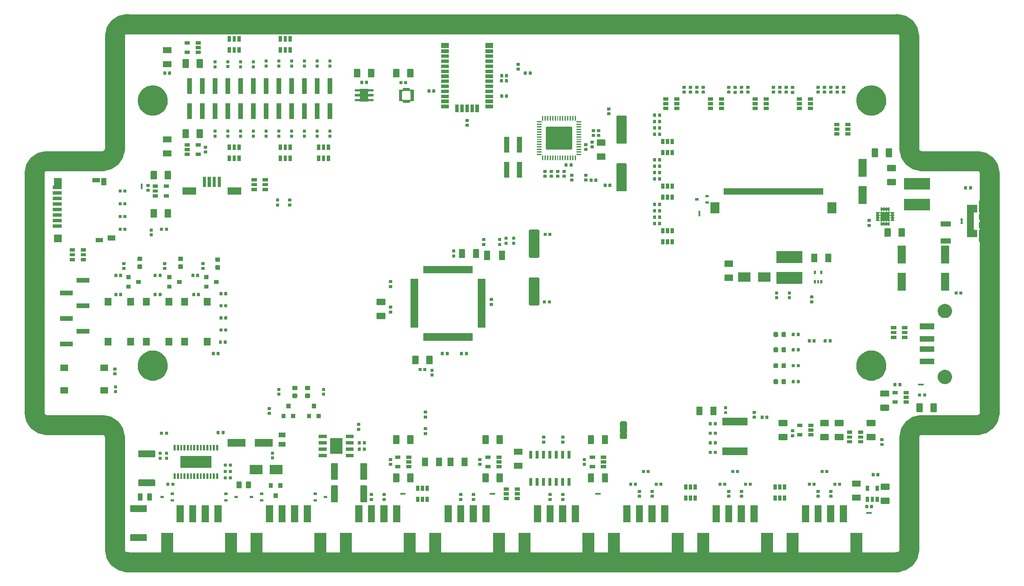
<source format=gts>
G04 #@! TF.GenerationSoftware,KiCad,Pcbnew,(5.1.4-0-10_14)*
G04 #@! TF.CreationDate,2019-11-12T20:44:58-08:00*
G04 #@! TF.ProjectId,croptop,63726f70-746f-4702-9e6b-696361645f70,rev?*
G04 #@! TF.SameCoordinates,Original*
G04 #@! TF.FileFunction,Soldermask,Top*
G04 #@! TF.FilePolarity,Negative*
%FSLAX46Y46*%
G04 Gerber Fmt 4.6, Leading zero omitted, Abs format (unit mm)*
G04 Created by KiCad (PCBNEW (5.1.4-0-10_14)) date 2019-11-12 20:44:58*
%MOMM*%
%LPD*%
G04 APERTURE LIST*
%ADD10C,4.000000*%
%ADD11C,0.100000*%
G04 APERTURE END LIST*
D10*
X228854000Y-82296000D02*
X240030000Y-82296000D01*
X224028000Y-162179000D02*
X70739000Y-162179000D01*
X228854000Y-134874000D02*
X240030000Y-134874000D01*
X242443000Y-132461000D02*
X242443000Y-84709000D01*
X226441000Y-137287000D02*
X226441000Y-159766000D01*
X68326000Y-79883000D02*
X68326000Y-57404000D01*
X68326000Y-137287000D02*
X68326000Y-159766000D01*
X226441000Y-57404000D02*
X226441000Y-79883000D01*
X70739000Y-162179000D02*
G75*
G02X68326000Y-159766000I0J2413000D01*
G01*
X242443000Y-132461000D02*
G75*
G02X240030000Y-134874000I-2413000J0D01*
G01*
X226441000Y-159766000D02*
G75*
G02X224028000Y-162179000I-2413000J0D01*
G01*
X240030000Y-82296000D02*
G75*
G02X242443000Y-84709000I0J-2413000D01*
G01*
X226441000Y-137287000D02*
G75*
G02X228854000Y-134874000I2413000J0D01*
G01*
X68326000Y-57404000D02*
G75*
G02X70739000Y-54991000I2413000J0D01*
G01*
X52324000Y-84709000D02*
G75*
G02X54737000Y-82296000I2413000J0D01*
G01*
X68326000Y-79883000D02*
G75*
G02X65913000Y-82296000I-2413000J0D01*
G01*
X54737000Y-134874000D02*
G75*
G02X52324000Y-132461000I0J2413000D01*
G01*
X228854000Y-82296000D02*
G75*
G02X226441000Y-79883000I0J2413000D01*
G01*
X224028000Y-54991000D02*
G75*
G02X226441000Y-57404000I0J-2413000D01*
G01*
X52324000Y-84709000D02*
X52324000Y-132461000D01*
X65913000Y-134874000D02*
X54737000Y-134874000D01*
X65913000Y-134874000D02*
G75*
G02X68326000Y-137287000I0J-2413000D01*
G01*
X70739000Y-54991000D02*
X224028000Y-54991000D01*
X65913000Y-82296000D02*
X54737000Y-82296000D01*
D11*
G36*
X217050000Y-161945000D02*
G01*
X214750000Y-161945000D01*
X214750000Y-156345000D01*
X217050000Y-156345000D01*
X217050000Y-161945000D01*
X217050000Y-161945000D01*
G37*
G36*
X204350000Y-161945000D02*
G01*
X202050000Y-161945000D01*
X202050000Y-156345000D01*
X204350000Y-156345000D01*
X204350000Y-161945000D01*
X204350000Y-161945000D01*
G37*
G36*
X199270000Y-161945000D02*
G01*
X196970000Y-161945000D01*
X196970000Y-156345000D01*
X199270000Y-156345000D01*
X199270000Y-161945000D01*
X199270000Y-161945000D01*
G37*
G36*
X186570000Y-161945000D02*
G01*
X184270000Y-161945000D01*
X184270000Y-156345000D01*
X186570000Y-156345000D01*
X186570000Y-161945000D01*
X186570000Y-161945000D01*
G37*
G36*
X181490000Y-161945000D02*
G01*
X179190000Y-161945000D01*
X179190000Y-156345000D01*
X181490000Y-156345000D01*
X181490000Y-161945000D01*
X181490000Y-161945000D01*
G37*
G36*
X168790000Y-161945000D02*
G01*
X166490000Y-161945000D01*
X166490000Y-156345000D01*
X168790000Y-156345000D01*
X168790000Y-161945000D01*
X168790000Y-161945000D01*
G37*
G36*
X163710000Y-161945000D02*
G01*
X161410000Y-161945000D01*
X161410000Y-156345000D01*
X163710000Y-156345000D01*
X163710000Y-161945000D01*
X163710000Y-161945000D01*
G37*
G36*
X151010000Y-161945000D02*
G01*
X148710000Y-161945000D01*
X148710000Y-156345000D01*
X151010000Y-156345000D01*
X151010000Y-161945000D01*
X151010000Y-161945000D01*
G37*
G36*
X145930000Y-161945000D02*
G01*
X143630000Y-161945000D01*
X143630000Y-156345000D01*
X145930000Y-156345000D01*
X145930000Y-161945000D01*
X145930000Y-161945000D01*
G37*
G36*
X133230000Y-161945000D02*
G01*
X130930000Y-161945000D01*
X130930000Y-156345000D01*
X133230000Y-156345000D01*
X133230000Y-161945000D01*
X133230000Y-161945000D01*
G37*
G36*
X128150000Y-161945000D02*
G01*
X125850000Y-161945000D01*
X125850000Y-156345000D01*
X128150000Y-156345000D01*
X128150000Y-161945000D01*
X128150000Y-161945000D01*
G37*
G36*
X115450000Y-161945000D02*
G01*
X113150000Y-161945000D01*
X113150000Y-156345000D01*
X115450000Y-156345000D01*
X115450000Y-161945000D01*
X115450000Y-161945000D01*
G37*
G36*
X110370000Y-161945000D02*
G01*
X108070000Y-161945000D01*
X108070000Y-156345000D01*
X110370000Y-156345000D01*
X110370000Y-161945000D01*
X110370000Y-161945000D01*
G37*
G36*
X97670000Y-161945000D02*
G01*
X95370000Y-161945000D01*
X95370000Y-156345000D01*
X97670000Y-156345000D01*
X97670000Y-161945000D01*
X97670000Y-161945000D01*
G37*
G36*
X92590000Y-161945000D02*
G01*
X90290000Y-161945000D01*
X90290000Y-156345000D01*
X92590000Y-156345000D01*
X92590000Y-161945000D01*
X92590000Y-161945000D01*
G37*
G36*
X79890000Y-161945000D02*
G01*
X77590000Y-161945000D01*
X77590000Y-156345000D01*
X79890000Y-156345000D01*
X79890000Y-161945000D01*
X79890000Y-161945000D01*
G37*
G36*
X74562002Y-156660884D02*
G01*
X74594027Y-156670599D01*
X74623534Y-156686371D01*
X74649401Y-156707599D01*
X74670629Y-156733466D01*
X74686401Y-156762973D01*
X74696116Y-156794998D01*
X74700000Y-156834436D01*
X74700000Y-157829564D01*
X74696116Y-157869002D01*
X74686401Y-157901027D01*
X74670629Y-157930534D01*
X74649401Y-157956401D01*
X74623534Y-157977629D01*
X74594027Y-157993401D01*
X74562002Y-158003116D01*
X74522564Y-158007000D01*
X71527436Y-158007000D01*
X71487998Y-158003116D01*
X71455973Y-157993401D01*
X71426466Y-157977629D01*
X71400599Y-157956401D01*
X71379371Y-157930534D01*
X71363599Y-157901027D01*
X71353884Y-157869002D01*
X71350000Y-157829564D01*
X71350000Y-156834436D01*
X71353884Y-156794998D01*
X71363599Y-156762973D01*
X71379371Y-156733466D01*
X71400599Y-156707599D01*
X71426466Y-156686371D01*
X71455973Y-156670599D01*
X71487998Y-156660884D01*
X71527436Y-156657000D01*
X74522564Y-156657000D01*
X74562002Y-156660884D01*
X74562002Y-156660884D01*
G37*
G36*
X140380000Y-154245000D02*
G01*
X138980000Y-154245000D01*
X138980000Y-150845000D01*
X140380000Y-150845000D01*
X140380000Y-154245000D01*
X140380000Y-154245000D01*
G37*
G36*
X137880000Y-154245000D02*
G01*
X136480000Y-154245000D01*
X136480000Y-150845000D01*
X137880000Y-150845000D01*
X137880000Y-154245000D01*
X137880000Y-154245000D01*
G37*
G36*
X135380000Y-154245000D02*
G01*
X133980000Y-154245000D01*
X133980000Y-150845000D01*
X135380000Y-150845000D01*
X135380000Y-154245000D01*
X135380000Y-154245000D01*
G37*
G36*
X125100000Y-154245000D02*
G01*
X123700000Y-154245000D01*
X123700000Y-150845000D01*
X125100000Y-150845000D01*
X125100000Y-154245000D01*
X125100000Y-154245000D01*
G37*
G36*
X122600000Y-154245000D02*
G01*
X121200000Y-154245000D01*
X121200000Y-150845000D01*
X122600000Y-150845000D01*
X122600000Y-154245000D01*
X122600000Y-154245000D01*
G37*
G36*
X120100000Y-154245000D02*
G01*
X118700000Y-154245000D01*
X118700000Y-150845000D01*
X120100000Y-150845000D01*
X120100000Y-154245000D01*
X120100000Y-154245000D01*
G37*
G36*
X117600000Y-154245000D02*
G01*
X116200000Y-154245000D01*
X116200000Y-150845000D01*
X117600000Y-150845000D01*
X117600000Y-154245000D01*
X117600000Y-154245000D01*
G37*
G36*
X107320000Y-154245000D02*
G01*
X105920000Y-154245000D01*
X105920000Y-150845000D01*
X107320000Y-150845000D01*
X107320000Y-154245000D01*
X107320000Y-154245000D01*
G37*
G36*
X104820000Y-154245000D02*
G01*
X103420000Y-154245000D01*
X103420000Y-150845000D01*
X104820000Y-150845000D01*
X104820000Y-154245000D01*
X104820000Y-154245000D01*
G37*
G36*
X102320000Y-154245000D02*
G01*
X100920000Y-154245000D01*
X100920000Y-150845000D01*
X102320000Y-150845000D01*
X102320000Y-154245000D01*
X102320000Y-154245000D01*
G37*
G36*
X99820000Y-154245000D02*
G01*
X98420000Y-154245000D01*
X98420000Y-150845000D01*
X99820000Y-150845000D01*
X99820000Y-154245000D01*
X99820000Y-154245000D01*
G37*
G36*
X89540000Y-154245000D02*
G01*
X88140000Y-154245000D01*
X88140000Y-150845000D01*
X89540000Y-150845000D01*
X89540000Y-154245000D01*
X89540000Y-154245000D01*
G37*
G36*
X87040000Y-154245000D02*
G01*
X85640000Y-154245000D01*
X85640000Y-150845000D01*
X87040000Y-150845000D01*
X87040000Y-154245000D01*
X87040000Y-154245000D01*
G37*
G36*
X84540000Y-154245000D02*
G01*
X83140000Y-154245000D01*
X83140000Y-150845000D01*
X84540000Y-150845000D01*
X84540000Y-154245000D01*
X84540000Y-154245000D01*
G37*
G36*
X82040000Y-154245000D02*
G01*
X80640000Y-154245000D01*
X80640000Y-150845000D01*
X82040000Y-150845000D01*
X82040000Y-154245000D01*
X82040000Y-154245000D01*
G37*
G36*
X153160000Y-154245000D02*
G01*
X151760000Y-154245000D01*
X151760000Y-150845000D01*
X153160000Y-150845000D01*
X153160000Y-154245000D01*
X153160000Y-154245000D01*
G37*
G36*
X155660000Y-154245000D02*
G01*
X154260000Y-154245000D01*
X154260000Y-150845000D01*
X155660000Y-150845000D01*
X155660000Y-154245000D01*
X155660000Y-154245000D01*
G37*
G36*
X142880000Y-154245000D02*
G01*
X141480000Y-154245000D01*
X141480000Y-150845000D01*
X142880000Y-150845000D01*
X142880000Y-154245000D01*
X142880000Y-154245000D01*
G37*
G36*
X158160000Y-154245000D02*
G01*
X156760000Y-154245000D01*
X156760000Y-150845000D01*
X158160000Y-150845000D01*
X158160000Y-154245000D01*
X158160000Y-154245000D01*
G37*
G36*
X160660000Y-154245000D02*
G01*
X159260000Y-154245000D01*
X159260000Y-150845000D01*
X160660000Y-150845000D01*
X160660000Y-154245000D01*
X160660000Y-154245000D01*
G37*
G36*
X170940000Y-154245000D02*
G01*
X169540000Y-154245000D01*
X169540000Y-150845000D01*
X170940000Y-150845000D01*
X170940000Y-154245000D01*
X170940000Y-154245000D01*
G37*
G36*
X173440000Y-154245000D02*
G01*
X172040000Y-154245000D01*
X172040000Y-150845000D01*
X173440000Y-150845000D01*
X173440000Y-154245000D01*
X173440000Y-154245000D01*
G37*
G36*
X175940000Y-154245000D02*
G01*
X174540000Y-154245000D01*
X174540000Y-150845000D01*
X175940000Y-150845000D01*
X175940000Y-154245000D01*
X175940000Y-154245000D01*
G37*
G36*
X178440000Y-154245000D02*
G01*
X177040000Y-154245000D01*
X177040000Y-150845000D01*
X178440000Y-150845000D01*
X178440000Y-154245000D01*
X178440000Y-154245000D01*
G37*
G36*
X188720000Y-154245000D02*
G01*
X187320000Y-154245000D01*
X187320000Y-150845000D01*
X188720000Y-150845000D01*
X188720000Y-154245000D01*
X188720000Y-154245000D01*
G37*
G36*
X191220000Y-154245000D02*
G01*
X189820000Y-154245000D01*
X189820000Y-150845000D01*
X191220000Y-150845000D01*
X191220000Y-154245000D01*
X191220000Y-154245000D01*
G37*
G36*
X193720000Y-154245000D02*
G01*
X192320000Y-154245000D01*
X192320000Y-150845000D01*
X193720000Y-150845000D01*
X193720000Y-154245000D01*
X193720000Y-154245000D01*
G37*
G36*
X196220000Y-154245000D02*
G01*
X194820000Y-154245000D01*
X194820000Y-150845000D01*
X196220000Y-150845000D01*
X196220000Y-154245000D01*
X196220000Y-154245000D01*
G37*
G36*
X214000000Y-154245000D02*
G01*
X212600000Y-154245000D01*
X212600000Y-150845000D01*
X214000000Y-150845000D01*
X214000000Y-154245000D01*
X214000000Y-154245000D01*
G37*
G36*
X211500000Y-154245000D02*
G01*
X210100000Y-154245000D01*
X210100000Y-150845000D01*
X211500000Y-150845000D01*
X211500000Y-154245000D01*
X211500000Y-154245000D01*
G37*
G36*
X209000000Y-154245000D02*
G01*
X207600000Y-154245000D01*
X207600000Y-150845000D01*
X209000000Y-150845000D01*
X209000000Y-154245000D01*
X209000000Y-154245000D01*
G37*
G36*
X206500000Y-154245000D02*
G01*
X205100000Y-154245000D01*
X205100000Y-150845000D01*
X206500000Y-150845000D01*
X206500000Y-154245000D01*
X206500000Y-154245000D01*
G37*
G36*
X218319696Y-152201313D02*
G01*
X218326620Y-152203413D01*
X218332999Y-152206823D01*
X218338588Y-152211410D01*
X218343375Y-152217243D01*
X218360702Y-152234570D01*
X218381077Y-152248184D01*
X218403716Y-152257561D01*
X218427749Y-152262341D01*
X218452253Y-152262341D01*
X218476286Y-152257560D01*
X218498925Y-152248183D01*
X218519299Y-152234569D01*
X218536625Y-152217243D01*
X218541412Y-152211410D01*
X218547001Y-152206823D01*
X218553380Y-152203413D01*
X218560304Y-152201313D01*
X218573638Y-152200000D01*
X218946362Y-152200000D01*
X218959696Y-152201313D01*
X218966620Y-152203413D01*
X218972999Y-152206823D01*
X218978589Y-152211411D01*
X218983177Y-152217001D01*
X218986587Y-152223380D01*
X218988687Y-152230304D01*
X218990000Y-152243638D01*
X218990000Y-152556362D01*
X218988687Y-152569696D01*
X218986587Y-152576620D01*
X218983177Y-152582999D01*
X218978589Y-152588589D01*
X218972999Y-152593177D01*
X218966620Y-152596587D01*
X218959696Y-152598687D01*
X218946362Y-152600000D01*
X218573638Y-152600000D01*
X218560304Y-152598687D01*
X218553380Y-152596587D01*
X218547001Y-152593177D01*
X218541412Y-152588590D01*
X218536625Y-152582757D01*
X218519298Y-152565430D01*
X218498923Y-152551816D01*
X218476284Y-152542439D01*
X218452251Y-152537659D01*
X218427747Y-152537659D01*
X218403714Y-152542440D01*
X218381075Y-152551817D01*
X218360701Y-152565431D01*
X218343375Y-152582757D01*
X218338588Y-152588590D01*
X218332999Y-152593177D01*
X218326620Y-152596587D01*
X218319696Y-152598687D01*
X218306362Y-152600000D01*
X217933638Y-152600000D01*
X217920304Y-152598687D01*
X217913380Y-152596587D01*
X217907001Y-152593177D01*
X217901411Y-152588589D01*
X217896823Y-152582999D01*
X217893413Y-152576620D01*
X217891313Y-152569696D01*
X217890000Y-152556362D01*
X217890000Y-152243638D01*
X217891313Y-152230304D01*
X217893413Y-152223380D01*
X217896823Y-152217001D01*
X217901411Y-152211411D01*
X217907001Y-152206823D01*
X217913380Y-152203413D01*
X217920304Y-152201313D01*
X217933638Y-152200000D01*
X218306362Y-152200000D01*
X218319696Y-152201313D01*
X218319696Y-152201313D01*
G37*
G36*
X74562002Y-150860884D02*
G01*
X74594027Y-150870599D01*
X74623534Y-150886371D01*
X74649401Y-150907599D01*
X74670629Y-150933466D01*
X74686401Y-150962973D01*
X74696116Y-150994998D01*
X74700000Y-151034436D01*
X74700000Y-152029564D01*
X74696116Y-152069002D01*
X74686401Y-152101027D01*
X74670629Y-152130534D01*
X74649401Y-152156401D01*
X74623534Y-152177629D01*
X74594027Y-152193401D01*
X74562002Y-152203116D01*
X74522564Y-152207000D01*
X71527436Y-152207000D01*
X71487998Y-152203116D01*
X71455973Y-152193401D01*
X71426466Y-152177629D01*
X71400599Y-152156401D01*
X71379371Y-152130534D01*
X71363599Y-152101027D01*
X71353884Y-152069002D01*
X71350000Y-152029564D01*
X71350000Y-151034436D01*
X71353884Y-150994998D01*
X71363599Y-150962973D01*
X71379371Y-150933466D01*
X71400599Y-150907599D01*
X71426466Y-150886371D01*
X71455973Y-150870599D01*
X71487998Y-150860884D01*
X71527436Y-150857000D01*
X74522564Y-150857000D01*
X74562002Y-150860884D01*
X74562002Y-150860884D01*
G37*
G36*
X219151463Y-150812226D02*
G01*
X219167299Y-150817030D01*
X219181886Y-150824827D01*
X219194677Y-150835323D01*
X219205173Y-150848114D01*
X219212970Y-150862701D01*
X219217774Y-150878537D01*
X219220000Y-150901140D01*
X219220000Y-151358860D01*
X219217774Y-151381463D01*
X219212970Y-151397299D01*
X219205173Y-151411886D01*
X219194677Y-151424677D01*
X219181886Y-151435173D01*
X219167299Y-151442970D01*
X219151463Y-151447774D01*
X219128860Y-151450000D01*
X218721140Y-151450000D01*
X218698537Y-151447774D01*
X218682701Y-151442970D01*
X218668114Y-151435173D01*
X218655323Y-151424677D01*
X218644827Y-151411886D01*
X218637030Y-151397299D01*
X218632226Y-151381463D01*
X218630000Y-151358860D01*
X218630000Y-150901140D01*
X218632226Y-150878537D01*
X218637030Y-150862701D01*
X218644827Y-150848114D01*
X218655323Y-150835323D01*
X218668114Y-150824827D01*
X218682701Y-150817030D01*
X218698537Y-150812226D01*
X218721140Y-150810000D01*
X219128860Y-150810000D01*
X219151463Y-150812226D01*
X219151463Y-150812226D01*
G37*
G36*
X218181463Y-150812226D02*
G01*
X218197299Y-150817030D01*
X218211886Y-150824827D01*
X218224677Y-150835323D01*
X218235173Y-150848114D01*
X218242970Y-150862701D01*
X218247774Y-150878537D01*
X218250000Y-150901140D01*
X218250000Y-151358860D01*
X218247774Y-151381463D01*
X218242970Y-151397299D01*
X218235173Y-151411886D01*
X218224677Y-151424677D01*
X218211886Y-151435173D01*
X218197299Y-151442970D01*
X218181463Y-151447774D01*
X218158860Y-151450000D01*
X217751140Y-151450000D01*
X217728537Y-151447774D01*
X217712701Y-151442970D01*
X217698114Y-151435173D01*
X217685323Y-151424677D01*
X217674827Y-151411886D01*
X217667030Y-151397299D01*
X217662226Y-151381463D01*
X217660000Y-151358860D01*
X217660000Y-150901140D01*
X217662226Y-150878537D01*
X217667030Y-150862701D01*
X217674827Y-150848114D01*
X217685323Y-150835323D01*
X217698114Y-150824827D01*
X217712701Y-150817030D01*
X217728537Y-150812226D01*
X217751140Y-150810000D01*
X218158860Y-150810000D01*
X218181463Y-150812226D01*
X218181463Y-150812226D01*
G37*
G36*
X222349024Y-149368955D02*
G01*
X222381738Y-149378879D01*
X222411885Y-149394993D01*
X222438315Y-149416685D01*
X222460007Y-149443115D01*
X222476121Y-149473262D01*
X222486045Y-149505976D01*
X222490000Y-149546138D01*
X222490000Y-150433862D01*
X222486045Y-150474024D01*
X222476121Y-150506738D01*
X222460007Y-150536885D01*
X222438315Y-150563315D01*
X222411885Y-150585007D01*
X222381738Y-150601121D01*
X222349024Y-150611045D01*
X222308862Y-150615000D01*
X220921138Y-150615000D01*
X220880976Y-150611045D01*
X220848262Y-150601121D01*
X220818115Y-150585007D01*
X220791685Y-150563315D01*
X220769993Y-150536885D01*
X220753879Y-150506738D01*
X220743955Y-150474024D01*
X220740000Y-150433862D01*
X220740000Y-149546138D01*
X220743955Y-149505976D01*
X220753879Y-149473262D01*
X220769993Y-149443115D01*
X220791685Y-149416685D01*
X220818115Y-149394993D01*
X220848262Y-149378879D01*
X220880976Y-149368955D01*
X220921138Y-149365000D01*
X222308862Y-149365000D01*
X222349024Y-149368955D01*
X222349024Y-149368955D01*
G37*
G36*
X112572002Y-146918884D02*
G01*
X112604027Y-146928599D01*
X112633534Y-146944371D01*
X112659401Y-146965599D01*
X112680629Y-146991466D01*
X112696401Y-147020973D01*
X112706116Y-147052998D01*
X112710000Y-147092436D01*
X112710000Y-150087564D01*
X112706116Y-150127002D01*
X112696401Y-150159027D01*
X112680629Y-150188534D01*
X112659401Y-150214401D01*
X112633534Y-150235629D01*
X112604027Y-150251401D01*
X112572002Y-150261116D01*
X112532564Y-150265000D01*
X111537436Y-150265000D01*
X111497998Y-150261116D01*
X111465973Y-150251401D01*
X111436466Y-150235629D01*
X111410599Y-150214401D01*
X111389371Y-150188534D01*
X111373599Y-150159027D01*
X111363884Y-150127002D01*
X111360000Y-150087564D01*
X111360000Y-147092436D01*
X111363884Y-147052998D01*
X111373599Y-147020973D01*
X111389371Y-146991466D01*
X111410599Y-146965599D01*
X111436466Y-146944371D01*
X111465973Y-146928599D01*
X111497998Y-146918884D01*
X111537436Y-146915000D01*
X112532564Y-146915000D01*
X112572002Y-146918884D01*
X112572002Y-146918884D01*
G37*
G36*
X118372002Y-146918884D02*
G01*
X118404027Y-146928599D01*
X118433534Y-146944371D01*
X118459401Y-146965599D01*
X118480629Y-146991466D01*
X118496401Y-147020973D01*
X118506116Y-147052998D01*
X118510000Y-147092436D01*
X118510000Y-150087564D01*
X118506116Y-150127002D01*
X118496401Y-150159027D01*
X118480629Y-150188534D01*
X118459401Y-150214401D01*
X118433534Y-150235629D01*
X118404027Y-150251401D01*
X118372002Y-150261116D01*
X118332564Y-150265000D01*
X117337436Y-150265000D01*
X117297998Y-150261116D01*
X117265973Y-150251401D01*
X117236466Y-150235629D01*
X117210599Y-150214401D01*
X117189371Y-150188534D01*
X117173599Y-150159027D01*
X117163884Y-150127002D01*
X117160000Y-150087564D01*
X117160000Y-147092436D01*
X117163884Y-147052998D01*
X117173599Y-147020973D01*
X117189371Y-146991466D01*
X117210599Y-146965599D01*
X117236466Y-146944371D01*
X117265973Y-146928599D01*
X117297998Y-146918884D01*
X117337436Y-146915000D01*
X118332564Y-146915000D01*
X118372002Y-146918884D01*
X118372002Y-146918884D01*
G37*
G36*
X128915000Y-150220000D02*
G01*
X128265000Y-150220000D01*
X128265000Y-149160000D01*
X128915000Y-149160000D01*
X128915000Y-150220000D01*
X128915000Y-150220000D01*
G37*
G36*
X130815000Y-150220000D02*
G01*
X130165000Y-150220000D01*
X130165000Y-149160000D01*
X130815000Y-149160000D01*
X130815000Y-150220000D01*
X130815000Y-150220000D01*
G37*
G36*
X220350000Y-150220000D02*
G01*
X219700000Y-150220000D01*
X219700000Y-149160000D01*
X220350000Y-149160000D01*
X220350000Y-150220000D01*
X220350000Y-150220000D01*
G37*
G36*
X219400000Y-150220000D02*
G01*
X218750000Y-150220000D01*
X218750000Y-149160000D01*
X219400000Y-149160000D01*
X219400000Y-150220000D01*
X219400000Y-150220000D01*
G37*
G36*
X218450000Y-150220000D02*
G01*
X217800000Y-150220000D01*
X217800000Y-149160000D01*
X218450000Y-149160000D01*
X218450000Y-150220000D01*
X218450000Y-150220000D01*
G37*
G36*
X129865000Y-150220000D02*
G01*
X129215000Y-150220000D01*
X129215000Y-149160000D01*
X129865000Y-149160000D01*
X129865000Y-150220000D01*
X129865000Y-150220000D01*
G37*
G36*
X90790000Y-150100000D02*
G01*
X90090000Y-150100000D01*
X90090000Y-149650000D01*
X90790000Y-149650000D01*
X90790000Y-150100000D01*
X90790000Y-150100000D01*
G37*
G36*
X108570000Y-150100000D02*
G01*
X107870000Y-150100000D01*
X107870000Y-149650000D01*
X108570000Y-149650000D01*
X108570000Y-150100000D01*
X108570000Y-150100000D01*
G37*
G36*
X97870000Y-150100000D02*
G01*
X97170000Y-150100000D01*
X97170000Y-149650000D01*
X97870000Y-149650000D01*
X97870000Y-150100000D01*
X97870000Y-150100000D01*
G37*
G36*
X80090000Y-150100000D02*
G01*
X79390000Y-150100000D01*
X79390000Y-149650000D01*
X80090000Y-149650000D01*
X80090000Y-150100000D01*
X80090000Y-150100000D01*
G37*
G36*
X157731463Y-149417226D02*
G01*
X157747299Y-149422030D01*
X157761886Y-149429827D01*
X157774677Y-149440323D01*
X157785173Y-149453114D01*
X157792970Y-149467701D01*
X157797774Y-149483537D01*
X157800000Y-149506140D01*
X157800000Y-149913860D01*
X157797774Y-149936463D01*
X157792970Y-149952299D01*
X157785173Y-149966886D01*
X157774677Y-149979677D01*
X157761886Y-149990173D01*
X157747299Y-149997970D01*
X157731463Y-150002774D01*
X157708860Y-150005000D01*
X157251140Y-150005000D01*
X157228537Y-150002774D01*
X157212701Y-149997970D01*
X157198114Y-149990173D01*
X157185323Y-149979677D01*
X157174827Y-149966886D01*
X157167030Y-149952299D01*
X157162226Y-149936463D01*
X157160000Y-149913860D01*
X157160000Y-149506140D01*
X157162226Y-149483537D01*
X157167030Y-149467701D01*
X157174827Y-149453114D01*
X157185323Y-149440323D01*
X157198114Y-149429827D01*
X157212701Y-149422030D01*
X157228537Y-149417226D01*
X157251140Y-149415000D01*
X157708860Y-149415000D01*
X157731463Y-149417226D01*
X157731463Y-149417226D01*
G37*
G36*
X155191463Y-149417226D02*
G01*
X155207299Y-149422030D01*
X155221886Y-149429827D01*
X155234677Y-149440323D01*
X155245173Y-149453114D01*
X155252970Y-149467701D01*
X155257774Y-149483537D01*
X155260000Y-149506140D01*
X155260000Y-149913860D01*
X155257774Y-149936463D01*
X155252970Y-149952299D01*
X155245173Y-149966886D01*
X155234677Y-149979677D01*
X155221886Y-149990173D01*
X155207299Y-149997970D01*
X155191463Y-150002774D01*
X155168860Y-150005000D01*
X154711140Y-150005000D01*
X154688537Y-150002774D01*
X154672701Y-149997970D01*
X154658114Y-149990173D01*
X154645323Y-149979677D01*
X154634827Y-149966886D01*
X154627030Y-149952299D01*
X154622226Y-149936463D01*
X154620000Y-149913860D01*
X154620000Y-149506140D01*
X154622226Y-149483537D01*
X154627030Y-149467701D01*
X154634827Y-149453114D01*
X154645323Y-149440323D01*
X154658114Y-149429827D01*
X154672701Y-149422030D01*
X154688537Y-149417226D01*
X154711140Y-149415000D01*
X155168860Y-149415000D01*
X155191463Y-149417226D01*
X155191463Y-149417226D01*
G37*
G36*
X139951463Y-149417226D02*
G01*
X139967299Y-149422030D01*
X139981886Y-149429827D01*
X139994677Y-149440323D01*
X140005173Y-149453114D01*
X140012970Y-149467701D01*
X140017774Y-149483537D01*
X140020000Y-149506140D01*
X140020000Y-149913860D01*
X140017774Y-149936463D01*
X140012970Y-149952299D01*
X140005173Y-149966886D01*
X139994677Y-149979677D01*
X139981886Y-149990173D01*
X139967299Y-149997970D01*
X139951463Y-150002774D01*
X139928860Y-150005000D01*
X139471140Y-150005000D01*
X139448537Y-150002774D01*
X139432701Y-149997970D01*
X139418114Y-149990173D01*
X139405323Y-149979677D01*
X139394827Y-149966886D01*
X139387030Y-149952299D01*
X139382226Y-149936463D01*
X139380000Y-149913860D01*
X139380000Y-149506140D01*
X139382226Y-149483537D01*
X139387030Y-149467701D01*
X139394827Y-149453114D01*
X139405323Y-149440323D01*
X139418114Y-149429827D01*
X139432701Y-149422030D01*
X139448537Y-149417226D01*
X139471140Y-149415000D01*
X139928860Y-149415000D01*
X139951463Y-149417226D01*
X139951463Y-149417226D01*
G37*
G36*
X137411463Y-149417226D02*
G01*
X137427299Y-149422030D01*
X137441886Y-149429827D01*
X137454677Y-149440323D01*
X137465173Y-149453114D01*
X137472970Y-149467701D01*
X137477774Y-149483537D01*
X137480000Y-149506140D01*
X137480000Y-149913860D01*
X137477774Y-149936463D01*
X137472970Y-149952299D01*
X137465173Y-149966886D01*
X137454677Y-149979677D01*
X137441886Y-149990173D01*
X137427299Y-149997970D01*
X137411463Y-150002774D01*
X137388860Y-150005000D01*
X136931140Y-150005000D01*
X136908537Y-150002774D01*
X136892701Y-149997970D01*
X136878114Y-149990173D01*
X136865323Y-149979677D01*
X136854827Y-149966886D01*
X136847030Y-149952299D01*
X136842226Y-149936463D01*
X136840000Y-149913860D01*
X136840000Y-149506140D01*
X136842226Y-149483537D01*
X136847030Y-149467701D01*
X136854827Y-149453114D01*
X136865323Y-149440323D01*
X136878114Y-149429827D01*
X136892701Y-149422030D01*
X136908537Y-149417226D01*
X136931140Y-149415000D01*
X137388860Y-149415000D01*
X137411463Y-149417226D01*
X137411463Y-149417226D01*
G37*
G36*
X122171463Y-149417226D02*
G01*
X122187299Y-149422030D01*
X122201886Y-149429827D01*
X122214677Y-149440323D01*
X122225173Y-149453114D01*
X122232970Y-149467701D01*
X122237774Y-149483537D01*
X122240000Y-149506140D01*
X122240000Y-149913860D01*
X122237774Y-149936463D01*
X122232970Y-149952299D01*
X122225173Y-149966886D01*
X122214677Y-149979677D01*
X122201886Y-149990173D01*
X122187299Y-149997970D01*
X122171463Y-150002774D01*
X122148860Y-150005000D01*
X121691140Y-150005000D01*
X121668537Y-150002774D01*
X121652701Y-149997970D01*
X121638114Y-149990173D01*
X121625323Y-149979677D01*
X121614827Y-149966886D01*
X121607030Y-149952299D01*
X121602226Y-149936463D01*
X121600000Y-149913860D01*
X121600000Y-149506140D01*
X121602226Y-149483537D01*
X121607030Y-149467701D01*
X121614827Y-149453114D01*
X121625323Y-149440323D01*
X121638114Y-149429827D01*
X121652701Y-149422030D01*
X121668537Y-149417226D01*
X121691140Y-149415000D01*
X122148860Y-149415000D01*
X122171463Y-149417226D01*
X122171463Y-149417226D01*
G37*
G36*
X119631463Y-149417226D02*
G01*
X119647299Y-149422030D01*
X119661886Y-149429827D01*
X119674677Y-149440323D01*
X119685173Y-149453114D01*
X119692970Y-149467701D01*
X119697774Y-149483537D01*
X119700000Y-149506140D01*
X119700000Y-149913860D01*
X119697774Y-149936463D01*
X119692970Y-149952299D01*
X119685173Y-149966886D01*
X119674677Y-149979677D01*
X119661886Y-149990173D01*
X119647299Y-149997970D01*
X119631463Y-150002774D01*
X119608860Y-150005000D01*
X119151140Y-150005000D01*
X119128537Y-150002774D01*
X119112701Y-149997970D01*
X119098114Y-149990173D01*
X119085323Y-149979677D01*
X119074827Y-149966886D01*
X119067030Y-149952299D01*
X119062226Y-149936463D01*
X119060000Y-149913860D01*
X119060000Y-149506140D01*
X119062226Y-149483537D01*
X119067030Y-149467701D01*
X119074827Y-149453114D01*
X119085323Y-149440323D01*
X119098114Y-149429827D01*
X119112701Y-149422030D01*
X119128537Y-149417226D01*
X119151140Y-149415000D01*
X119608860Y-149415000D01*
X119631463Y-149417226D01*
X119631463Y-149417226D01*
G37*
G36*
X216634024Y-148733955D02*
G01*
X216666738Y-148743879D01*
X216696885Y-148759993D01*
X216723315Y-148781685D01*
X216745007Y-148808115D01*
X216761121Y-148838262D01*
X216771045Y-148870976D01*
X216775000Y-148911138D01*
X216775000Y-149798862D01*
X216771045Y-149839024D01*
X216761121Y-149871738D01*
X216745007Y-149901885D01*
X216723315Y-149928315D01*
X216696885Y-149950007D01*
X216666738Y-149966121D01*
X216634024Y-149976045D01*
X216593862Y-149980000D01*
X215206138Y-149980000D01*
X215165976Y-149976045D01*
X215133262Y-149966121D01*
X215103115Y-149950007D01*
X215076685Y-149928315D01*
X215054993Y-149901885D01*
X215038879Y-149871738D01*
X215028955Y-149839024D01*
X215025000Y-149798862D01*
X215025000Y-148911138D01*
X215028955Y-148870976D01*
X215038879Y-148838262D01*
X215054993Y-148808115D01*
X215076685Y-148781685D01*
X215103115Y-148759993D01*
X215133262Y-148743879D01*
X215165976Y-148733955D01*
X215206138Y-148730000D01*
X216593862Y-148730000D01*
X216634024Y-148733955D01*
X216634024Y-148733955D01*
G37*
G36*
X182255000Y-149966000D02*
G01*
X181605000Y-149966000D01*
X181605000Y-148906000D01*
X182255000Y-148906000D01*
X182255000Y-149966000D01*
X182255000Y-149966000D01*
G37*
G36*
X183205000Y-149966000D02*
G01*
X182555000Y-149966000D01*
X182555000Y-148906000D01*
X183205000Y-148906000D01*
X183205000Y-149966000D01*
X183205000Y-149966000D01*
G37*
G36*
X184155000Y-149966000D02*
G01*
X183505000Y-149966000D01*
X183505000Y-148906000D01*
X184155000Y-148906000D01*
X184155000Y-149966000D01*
X184155000Y-149966000D01*
G37*
G36*
X200035000Y-149966000D02*
G01*
X199385000Y-149966000D01*
X199385000Y-148906000D01*
X200035000Y-148906000D01*
X200035000Y-149966000D01*
X200035000Y-149966000D01*
G37*
G36*
X200985000Y-149966000D02*
G01*
X200335000Y-149966000D01*
X200335000Y-148906000D01*
X200985000Y-148906000D01*
X200985000Y-149966000D01*
X200985000Y-149966000D01*
G37*
G36*
X201935000Y-149966000D02*
G01*
X201285000Y-149966000D01*
X201285000Y-148906000D01*
X201935000Y-148906000D01*
X201935000Y-149966000D01*
X201935000Y-149966000D01*
G37*
G36*
X73698991Y-148529075D02*
G01*
X73732879Y-148539355D01*
X73764112Y-148556050D01*
X73791486Y-148578514D01*
X73813950Y-148605888D01*
X73830645Y-148637121D01*
X73840925Y-148671009D01*
X73845000Y-148712388D01*
X73845000Y-149737612D01*
X73840925Y-149778991D01*
X73830645Y-149812879D01*
X73813950Y-149844112D01*
X73791486Y-149871486D01*
X73764112Y-149893950D01*
X73732879Y-149910645D01*
X73698991Y-149920925D01*
X73657612Y-149925000D01*
X73057388Y-149925000D01*
X73016009Y-149920925D01*
X72982121Y-149910645D01*
X72950888Y-149893950D01*
X72923514Y-149871486D01*
X72901050Y-149844112D01*
X72884355Y-149812879D01*
X72874075Y-149778991D01*
X72870000Y-149737612D01*
X72870000Y-148712388D01*
X72874075Y-148671009D01*
X72884355Y-148637121D01*
X72901050Y-148605888D01*
X72923514Y-148578514D01*
X72950888Y-148556050D01*
X72982121Y-148539355D01*
X73016009Y-148529075D01*
X73057388Y-148525000D01*
X73657612Y-148525000D01*
X73698991Y-148529075D01*
X73698991Y-148529075D01*
G37*
G36*
X75573991Y-148529075D02*
G01*
X75607879Y-148539355D01*
X75639112Y-148556050D01*
X75666486Y-148578514D01*
X75688950Y-148605888D01*
X75705645Y-148637121D01*
X75715925Y-148671009D01*
X75720000Y-148712388D01*
X75720000Y-149737612D01*
X75715925Y-149778991D01*
X75705645Y-149812879D01*
X75688950Y-149844112D01*
X75666486Y-149871486D01*
X75639112Y-149893950D01*
X75607879Y-149910645D01*
X75573991Y-149920925D01*
X75532612Y-149925000D01*
X74932388Y-149925000D01*
X74891009Y-149920925D01*
X74857121Y-149910645D01*
X74825888Y-149893950D01*
X74798514Y-149871486D01*
X74776050Y-149844112D01*
X74759355Y-149812879D01*
X74749075Y-149778991D01*
X74745000Y-149737612D01*
X74745000Y-148712388D01*
X74749075Y-148671009D01*
X74759355Y-148637121D01*
X74776050Y-148605888D01*
X74798514Y-148578514D01*
X74825888Y-148556050D01*
X74857121Y-148539355D01*
X74891009Y-148529075D01*
X74932388Y-148525000D01*
X75532612Y-148525000D01*
X75573991Y-148529075D01*
X75573991Y-148529075D01*
G37*
G36*
X146750000Y-149865000D02*
G01*
X145690000Y-149865000D01*
X145690000Y-149215000D01*
X146750000Y-149215000D01*
X146750000Y-149865000D01*
X146750000Y-149865000D01*
G37*
G36*
X148950000Y-149865000D02*
G01*
X147890000Y-149865000D01*
X147890000Y-149215000D01*
X148950000Y-149215000D01*
X148950000Y-149865000D01*
X148950000Y-149865000D01*
G37*
G36*
X95870000Y-149450000D02*
G01*
X95170000Y-149450000D01*
X95170000Y-149000000D01*
X95870000Y-149000000D01*
X95870000Y-149450000D01*
X95870000Y-149450000D01*
G37*
G36*
X110570000Y-149450000D02*
G01*
X109870000Y-149450000D01*
X109870000Y-149000000D01*
X110570000Y-149000000D01*
X110570000Y-149450000D01*
X110570000Y-149450000D01*
G37*
G36*
X78090000Y-149450000D02*
G01*
X77390000Y-149450000D01*
X77390000Y-149000000D01*
X78090000Y-149000000D01*
X78090000Y-149450000D01*
X78090000Y-149450000D01*
G37*
G36*
X92790000Y-149450000D02*
G01*
X92090000Y-149450000D01*
X92090000Y-149000000D01*
X92790000Y-149000000D01*
X92790000Y-149450000D01*
X92790000Y-149450000D01*
G37*
G36*
X100730000Y-149405000D02*
G01*
X99930000Y-149405000D01*
X99930000Y-148505000D01*
X100730000Y-148505000D01*
X100730000Y-149405000D01*
X100730000Y-149405000D01*
G37*
G36*
X211071463Y-148782226D02*
G01*
X211087299Y-148787030D01*
X211101886Y-148794827D01*
X211114677Y-148805323D01*
X211125173Y-148818114D01*
X211132970Y-148832701D01*
X211137774Y-148848537D01*
X211140000Y-148871140D01*
X211140000Y-149278860D01*
X211137774Y-149301463D01*
X211132970Y-149317299D01*
X211125173Y-149331886D01*
X211114677Y-149344677D01*
X211101886Y-149355173D01*
X211087299Y-149362970D01*
X211071463Y-149367774D01*
X211048860Y-149370000D01*
X210591140Y-149370000D01*
X210568537Y-149367774D01*
X210552701Y-149362970D01*
X210538114Y-149355173D01*
X210525323Y-149344677D01*
X210514827Y-149331886D01*
X210507030Y-149317299D01*
X210502226Y-149301463D01*
X210500000Y-149278860D01*
X210500000Y-148871140D01*
X210502226Y-148848537D01*
X210507030Y-148832701D01*
X210514827Y-148818114D01*
X210525323Y-148805323D01*
X210538114Y-148794827D01*
X210552701Y-148787030D01*
X210568537Y-148782226D01*
X210591140Y-148780000D01*
X211048860Y-148780000D01*
X211071463Y-148782226D01*
X211071463Y-148782226D01*
G37*
G36*
X193291463Y-148782226D02*
G01*
X193307299Y-148787030D01*
X193321886Y-148794827D01*
X193334677Y-148805323D01*
X193345173Y-148818114D01*
X193352970Y-148832701D01*
X193357774Y-148848537D01*
X193360000Y-148871140D01*
X193360000Y-149278860D01*
X193357774Y-149301463D01*
X193352970Y-149317299D01*
X193345173Y-149331886D01*
X193334677Y-149344677D01*
X193321886Y-149355173D01*
X193307299Y-149362970D01*
X193291463Y-149367774D01*
X193268860Y-149370000D01*
X192811140Y-149370000D01*
X192788537Y-149367774D01*
X192772701Y-149362970D01*
X192758114Y-149355173D01*
X192745323Y-149344677D01*
X192734827Y-149331886D01*
X192727030Y-149317299D01*
X192722226Y-149301463D01*
X192720000Y-149278860D01*
X192720000Y-148871140D01*
X192722226Y-148848537D01*
X192727030Y-148832701D01*
X192734827Y-148818114D01*
X192745323Y-148805323D01*
X192758114Y-148794827D01*
X192772701Y-148787030D01*
X192788537Y-148782226D01*
X192811140Y-148780000D01*
X193268860Y-148780000D01*
X193291463Y-148782226D01*
X193291463Y-148782226D01*
G37*
G36*
X208531463Y-148782226D02*
G01*
X208547299Y-148787030D01*
X208561886Y-148794827D01*
X208574677Y-148805323D01*
X208585173Y-148818114D01*
X208592970Y-148832701D01*
X208597774Y-148848537D01*
X208600000Y-148871140D01*
X208600000Y-149278860D01*
X208597774Y-149301463D01*
X208592970Y-149317299D01*
X208585173Y-149331886D01*
X208574677Y-149344677D01*
X208561886Y-149355173D01*
X208547299Y-149362970D01*
X208531463Y-149367774D01*
X208508860Y-149370000D01*
X208051140Y-149370000D01*
X208028537Y-149367774D01*
X208012701Y-149362970D01*
X207998114Y-149355173D01*
X207985323Y-149344677D01*
X207974827Y-149331886D01*
X207967030Y-149317299D01*
X207962226Y-149301463D01*
X207960000Y-149278860D01*
X207960000Y-148871140D01*
X207962226Y-148848537D01*
X207967030Y-148832701D01*
X207974827Y-148818114D01*
X207985323Y-148805323D01*
X207998114Y-148794827D01*
X208012701Y-148787030D01*
X208028537Y-148782226D01*
X208051140Y-148780000D01*
X208508860Y-148780000D01*
X208531463Y-148782226D01*
X208531463Y-148782226D01*
G37*
G36*
X172971463Y-148782226D02*
G01*
X172987299Y-148787030D01*
X173001886Y-148794827D01*
X173014677Y-148805323D01*
X173025173Y-148818114D01*
X173032970Y-148832701D01*
X173037774Y-148848537D01*
X173040000Y-148871140D01*
X173040000Y-149278860D01*
X173037774Y-149301463D01*
X173032970Y-149317299D01*
X173025173Y-149331886D01*
X173014677Y-149344677D01*
X173001886Y-149355173D01*
X172987299Y-149362970D01*
X172971463Y-149367774D01*
X172948860Y-149370000D01*
X172491140Y-149370000D01*
X172468537Y-149367774D01*
X172452701Y-149362970D01*
X172438114Y-149355173D01*
X172425323Y-149344677D01*
X172414827Y-149331886D01*
X172407030Y-149317299D01*
X172402226Y-149301463D01*
X172400000Y-149278860D01*
X172400000Y-148871140D01*
X172402226Y-148848537D01*
X172407030Y-148832701D01*
X172414827Y-148818114D01*
X172425323Y-148805323D01*
X172438114Y-148794827D01*
X172452701Y-148787030D01*
X172468537Y-148782226D01*
X172491140Y-148780000D01*
X172948860Y-148780000D01*
X172971463Y-148782226D01*
X172971463Y-148782226D01*
G37*
G36*
X190751463Y-148782226D02*
G01*
X190767299Y-148787030D01*
X190781886Y-148794827D01*
X190794677Y-148805323D01*
X190805173Y-148818114D01*
X190812970Y-148832701D01*
X190817774Y-148848537D01*
X190820000Y-148871140D01*
X190820000Y-149278860D01*
X190817774Y-149301463D01*
X190812970Y-149317299D01*
X190805173Y-149331886D01*
X190794677Y-149344677D01*
X190781886Y-149355173D01*
X190767299Y-149362970D01*
X190751463Y-149367774D01*
X190728860Y-149370000D01*
X190271140Y-149370000D01*
X190248537Y-149367774D01*
X190232701Y-149362970D01*
X190218114Y-149355173D01*
X190205323Y-149344677D01*
X190194827Y-149331886D01*
X190187030Y-149317299D01*
X190182226Y-149301463D01*
X190180000Y-149278860D01*
X190180000Y-148871140D01*
X190182226Y-148848537D01*
X190187030Y-148832701D01*
X190194827Y-148818114D01*
X190205323Y-148805323D01*
X190218114Y-148794827D01*
X190232701Y-148787030D01*
X190248537Y-148782226D01*
X190271140Y-148780000D01*
X190728860Y-148780000D01*
X190751463Y-148782226D01*
X190751463Y-148782226D01*
G37*
G36*
X175511463Y-148782226D02*
G01*
X175527299Y-148787030D01*
X175541886Y-148794827D01*
X175554677Y-148805323D01*
X175565173Y-148818114D01*
X175572970Y-148832701D01*
X175577774Y-148848537D01*
X175580000Y-148871140D01*
X175580000Y-149278860D01*
X175577774Y-149301463D01*
X175572970Y-149317299D01*
X175565173Y-149331886D01*
X175554677Y-149344677D01*
X175541886Y-149355173D01*
X175527299Y-149362970D01*
X175511463Y-149367774D01*
X175488860Y-149370000D01*
X175031140Y-149370000D01*
X175008537Y-149367774D01*
X174992701Y-149362970D01*
X174978114Y-149355173D01*
X174965323Y-149344677D01*
X174954827Y-149331886D01*
X174947030Y-149317299D01*
X174942226Y-149301463D01*
X174940000Y-149278860D01*
X174940000Y-148871140D01*
X174942226Y-148848537D01*
X174947030Y-148832701D01*
X174954827Y-148818114D01*
X174965323Y-148805323D01*
X174978114Y-148794827D01*
X174992701Y-148787030D01*
X175008537Y-148782226D01*
X175031140Y-148780000D01*
X175488860Y-148780000D01*
X175511463Y-148782226D01*
X175511463Y-148782226D01*
G37*
G36*
X157731463Y-148447226D02*
G01*
X157747299Y-148452030D01*
X157761886Y-148459827D01*
X157774677Y-148470323D01*
X157785173Y-148483114D01*
X157792970Y-148497701D01*
X157797774Y-148513537D01*
X157800000Y-148536140D01*
X157800000Y-148943860D01*
X157797774Y-148966463D01*
X157792970Y-148982299D01*
X157785173Y-148996886D01*
X157774677Y-149009677D01*
X157761886Y-149020173D01*
X157747299Y-149027970D01*
X157731463Y-149032774D01*
X157708860Y-149035000D01*
X157251140Y-149035000D01*
X157228537Y-149032774D01*
X157212701Y-149027970D01*
X157198114Y-149020173D01*
X157185323Y-149009677D01*
X157174827Y-148996886D01*
X157167030Y-148982299D01*
X157162226Y-148966463D01*
X157160000Y-148943860D01*
X157160000Y-148536140D01*
X157162226Y-148513537D01*
X157167030Y-148497701D01*
X157174827Y-148483114D01*
X157185323Y-148470323D01*
X157198114Y-148459827D01*
X157212701Y-148452030D01*
X157228537Y-148447226D01*
X157251140Y-148445000D01*
X157708860Y-148445000D01*
X157731463Y-148447226D01*
X157731463Y-148447226D01*
G37*
G36*
X119631463Y-148447226D02*
G01*
X119647299Y-148452030D01*
X119661886Y-148459827D01*
X119674677Y-148470323D01*
X119685173Y-148483114D01*
X119692970Y-148497701D01*
X119697774Y-148513537D01*
X119700000Y-148536140D01*
X119700000Y-148943860D01*
X119697774Y-148966463D01*
X119692970Y-148982299D01*
X119685173Y-148996886D01*
X119674677Y-149009677D01*
X119661886Y-149020173D01*
X119647299Y-149027970D01*
X119631463Y-149032774D01*
X119608860Y-149035000D01*
X119151140Y-149035000D01*
X119128537Y-149032774D01*
X119112701Y-149027970D01*
X119098114Y-149020173D01*
X119085323Y-149009677D01*
X119074827Y-148996886D01*
X119067030Y-148982299D01*
X119062226Y-148966463D01*
X119060000Y-148943860D01*
X119060000Y-148536140D01*
X119062226Y-148513537D01*
X119067030Y-148497701D01*
X119074827Y-148483114D01*
X119085323Y-148470323D01*
X119098114Y-148459827D01*
X119112701Y-148452030D01*
X119128537Y-148447226D01*
X119151140Y-148445000D01*
X119608860Y-148445000D01*
X119631463Y-148447226D01*
X119631463Y-148447226D01*
G37*
G36*
X155191463Y-148447226D02*
G01*
X155207299Y-148452030D01*
X155221886Y-148459827D01*
X155234677Y-148470323D01*
X155245173Y-148483114D01*
X155252970Y-148497701D01*
X155257774Y-148513537D01*
X155260000Y-148536140D01*
X155260000Y-148943860D01*
X155257774Y-148966463D01*
X155252970Y-148982299D01*
X155245173Y-148996886D01*
X155234677Y-149009677D01*
X155221886Y-149020173D01*
X155207299Y-149027970D01*
X155191463Y-149032774D01*
X155168860Y-149035000D01*
X154711140Y-149035000D01*
X154688537Y-149032774D01*
X154672701Y-149027970D01*
X154658114Y-149020173D01*
X154645323Y-149009677D01*
X154634827Y-148996886D01*
X154627030Y-148982299D01*
X154622226Y-148966463D01*
X154620000Y-148943860D01*
X154620000Y-148536140D01*
X154622226Y-148513537D01*
X154627030Y-148497701D01*
X154634827Y-148483114D01*
X154645323Y-148470323D01*
X154658114Y-148459827D01*
X154672701Y-148452030D01*
X154688537Y-148447226D01*
X154711140Y-148445000D01*
X155168860Y-148445000D01*
X155191463Y-148447226D01*
X155191463Y-148447226D01*
G37*
G36*
X122171463Y-148447226D02*
G01*
X122187299Y-148452030D01*
X122201886Y-148459827D01*
X122214677Y-148470323D01*
X122225173Y-148483114D01*
X122232970Y-148497701D01*
X122237774Y-148513537D01*
X122240000Y-148536140D01*
X122240000Y-148943860D01*
X122237774Y-148966463D01*
X122232970Y-148982299D01*
X122225173Y-148996886D01*
X122214677Y-149009677D01*
X122201886Y-149020173D01*
X122187299Y-149027970D01*
X122171463Y-149032774D01*
X122148860Y-149035000D01*
X121691140Y-149035000D01*
X121668537Y-149032774D01*
X121652701Y-149027970D01*
X121638114Y-149020173D01*
X121625323Y-149009677D01*
X121614827Y-148996886D01*
X121607030Y-148982299D01*
X121602226Y-148966463D01*
X121600000Y-148943860D01*
X121600000Y-148536140D01*
X121602226Y-148513537D01*
X121607030Y-148497701D01*
X121614827Y-148483114D01*
X121625323Y-148470323D01*
X121638114Y-148459827D01*
X121652701Y-148452030D01*
X121668537Y-148447226D01*
X121691140Y-148445000D01*
X122148860Y-148445000D01*
X122171463Y-148447226D01*
X122171463Y-148447226D01*
G37*
G36*
X137411463Y-148447226D02*
G01*
X137427299Y-148452030D01*
X137441886Y-148459827D01*
X137454677Y-148470323D01*
X137465173Y-148483114D01*
X137472970Y-148497701D01*
X137477774Y-148513537D01*
X137480000Y-148536140D01*
X137480000Y-148943860D01*
X137477774Y-148966463D01*
X137472970Y-148982299D01*
X137465173Y-148996886D01*
X137454677Y-149009677D01*
X137441886Y-149020173D01*
X137427299Y-149027970D01*
X137411463Y-149032774D01*
X137388860Y-149035000D01*
X136931140Y-149035000D01*
X136908537Y-149032774D01*
X136892701Y-149027970D01*
X136878114Y-149020173D01*
X136865323Y-149009677D01*
X136854827Y-148996886D01*
X136847030Y-148982299D01*
X136842226Y-148966463D01*
X136840000Y-148943860D01*
X136840000Y-148536140D01*
X136842226Y-148513537D01*
X136847030Y-148497701D01*
X136854827Y-148483114D01*
X136865323Y-148470323D01*
X136878114Y-148459827D01*
X136892701Y-148452030D01*
X136908537Y-148447226D01*
X136931140Y-148445000D01*
X137388860Y-148445000D01*
X137411463Y-148447226D01*
X137411463Y-148447226D01*
G37*
G36*
X139951463Y-148447226D02*
G01*
X139967299Y-148452030D01*
X139981886Y-148459827D01*
X139994677Y-148470323D01*
X140005173Y-148483114D01*
X140012970Y-148497701D01*
X140017774Y-148513537D01*
X140020000Y-148536140D01*
X140020000Y-148943860D01*
X140017774Y-148966463D01*
X140012970Y-148982299D01*
X140005173Y-148996886D01*
X139994677Y-149009677D01*
X139981886Y-149020173D01*
X139967299Y-149027970D01*
X139951463Y-149032774D01*
X139928860Y-149035000D01*
X139471140Y-149035000D01*
X139448537Y-149032774D01*
X139432701Y-149027970D01*
X139418114Y-149020173D01*
X139405323Y-149009677D01*
X139394827Y-148996886D01*
X139387030Y-148982299D01*
X139382226Y-148966463D01*
X139380000Y-148943860D01*
X139380000Y-148536140D01*
X139382226Y-148513537D01*
X139387030Y-148497701D01*
X139394827Y-148483114D01*
X139405323Y-148470323D01*
X139418114Y-148459827D01*
X139432701Y-148452030D01*
X139448537Y-148447226D01*
X139471140Y-148445000D01*
X139928860Y-148445000D01*
X139951463Y-148447226D01*
X139951463Y-148447226D01*
G37*
G36*
X146750000Y-148915000D02*
G01*
X145690000Y-148915000D01*
X145690000Y-148265000D01*
X146750000Y-148265000D01*
X146750000Y-148915000D01*
X146750000Y-148915000D01*
G37*
G36*
X148950000Y-148915000D02*
G01*
X147890000Y-148915000D01*
X147890000Y-148265000D01*
X148950000Y-148265000D01*
X148950000Y-148915000D01*
X148950000Y-148915000D01*
G37*
G36*
X90790000Y-148800000D02*
G01*
X90090000Y-148800000D01*
X90090000Y-148350000D01*
X90790000Y-148350000D01*
X90790000Y-148800000D01*
X90790000Y-148800000D01*
G37*
G36*
X97870000Y-148800000D02*
G01*
X97170000Y-148800000D01*
X97170000Y-148350000D01*
X97870000Y-148350000D01*
X97870000Y-148800000D01*
X97870000Y-148800000D01*
G37*
G36*
X108570000Y-148800000D02*
G01*
X107870000Y-148800000D01*
X107870000Y-148350000D01*
X108570000Y-148350000D01*
X108570000Y-148800000D01*
X108570000Y-148800000D01*
G37*
G36*
X80090000Y-148800000D02*
G01*
X79390000Y-148800000D01*
X79390000Y-148350000D01*
X80090000Y-148350000D01*
X80090000Y-148800000D01*
X80090000Y-148800000D01*
G37*
G36*
X125529696Y-148391313D02*
G01*
X125536620Y-148393413D01*
X125542999Y-148396823D01*
X125548588Y-148401410D01*
X125553375Y-148407243D01*
X125570702Y-148424570D01*
X125591077Y-148438184D01*
X125613716Y-148447561D01*
X125637749Y-148452341D01*
X125662253Y-148452341D01*
X125686286Y-148447560D01*
X125708925Y-148438183D01*
X125729299Y-148424569D01*
X125746625Y-148407243D01*
X125751412Y-148401410D01*
X125757001Y-148396823D01*
X125763380Y-148393413D01*
X125770304Y-148391313D01*
X125783638Y-148390000D01*
X126156362Y-148390000D01*
X126169696Y-148391313D01*
X126176620Y-148393413D01*
X126182999Y-148396823D01*
X126188589Y-148401411D01*
X126193177Y-148407001D01*
X126196587Y-148413380D01*
X126198687Y-148420304D01*
X126200000Y-148433638D01*
X126200000Y-148746362D01*
X126198687Y-148759696D01*
X126196587Y-148766620D01*
X126193177Y-148772999D01*
X126188589Y-148778589D01*
X126182999Y-148783177D01*
X126176620Y-148786587D01*
X126169696Y-148788687D01*
X126156362Y-148790000D01*
X125783638Y-148790000D01*
X125770304Y-148788687D01*
X125763380Y-148786587D01*
X125757001Y-148783177D01*
X125751412Y-148778590D01*
X125746625Y-148772757D01*
X125729298Y-148755430D01*
X125708923Y-148741816D01*
X125686284Y-148732439D01*
X125662251Y-148727659D01*
X125637747Y-148727659D01*
X125613714Y-148732440D01*
X125591075Y-148741817D01*
X125570701Y-148755431D01*
X125553375Y-148772757D01*
X125548588Y-148778590D01*
X125542999Y-148783177D01*
X125536620Y-148786587D01*
X125529696Y-148788687D01*
X125516362Y-148790000D01*
X125143638Y-148790000D01*
X125130304Y-148788687D01*
X125123380Y-148786587D01*
X125117001Y-148783177D01*
X125111411Y-148778589D01*
X125106823Y-148772999D01*
X125103413Y-148766620D01*
X125101313Y-148759696D01*
X125100000Y-148746362D01*
X125100000Y-148433638D01*
X125101313Y-148420304D01*
X125103413Y-148413380D01*
X125106823Y-148407001D01*
X125111411Y-148401411D01*
X125117001Y-148396823D01*
X125123380Y-148393413D01*
X125130304Y-148391313D01*
X125143638Y-148390000D01*
X125516362Y-148390000D01*
X125529696Y-148391313D01*
X125529696Y-148391313D01*
G37*
G36*
X143389696Y-148391313D02*
G01*
X143396620Y-148393413D01*
X143402999Y-148396823D01*
X143408588Y-148401410D01*
X143413375Y-148407243D01*
X143430702Y-148424570D01*
X143451077Y-148438184D01*
X143473716Y-148447561D01*
X143497749Y-148452341D01*
X143522253Y-148452341D01*
X143546286Y-148447560D01*
X143568925Y-148438183D01*
X143589299Y-148424569D01*
X143606625Y-148407243D01*
X143611412Y-148401410D01*
X143617001Y-148396823D01*
X143623380Y-148393413D01*
X143630304Y-148391313D01*
X143643638Y-148390000D01*
X144016362Y-148390000D01*
X144029696Y-148391313D01*
X144036620Y-148393413D01*
X144042999Y-148396823D01*
X144048589Y-148401411D01*
X144053177Y-148407001D01*
X144056587Y-148413380D01*
X144058687Y-148420304D01*
X144060000Y-148433638D01*
X144060000Y-148746362D01*
X144058687Y-148759696D01*
X144056587Y-148766620D01*
X144053177Y-148772999D01*
X144048589Y-148778589D01*
X144042999Y-148783177D01*
X144036620Y-148786587D01*
X144029696Y-148788687D01*
X144016362Y-148790000D01*
X143643638Y-148790000D01*
X143630304Y-148788687D01*
X143623380Y-148786587D01*
X143617001Y-148783177D01*
X143611412Y-148778590D01*
X143606625Y-148772757D01*
X143589298Y-148755430D01*
X143568923Y-148741816D01*
X143546284Y-148732439D01*
X143522251Y-148727659D01*
X143497747Y-148727659D01*
X143473714Y-148732440D01*
X143451075Y-148741817D01*
X143430701Y-148755431D01*
X143413375Y-148772757D01*
X143408588Y-148778590D01*
X143402999Y-148783177D01*
X143396620Y-148786587D01*
X143389696Y-148788687D01*
X143376362Y-148790000D01*
X143003638Y-148790000D01*
X142990304Y-148788687D01*
X142983380Y-148786587D01*
X142977001Y-148783177D01*
X142971411Y-148778589D01*
X142966823Y-148772999D01*
X142963413Y-148766620D01*
X142961313Y-148759696D01*
X142960000Y-148746362D01*
X142960000Y-148433638D01*
X142961313Y-148420304D01*
X142963413Y-148413380D01*
X142966823Y-148407001D01*
X142971411Y-148401411D01*
X142977001Y-148396823D01*
X142983380Y-148393413D01*
X142990304Y-148391313D01*
X143003638Y-148390000D01*
X143376362Y-148390000D01*
X143389696Y-148391313D01*
X143389696Y-148391313D01*
G37*
G36*
X164344696Y-148391313D02*
G01*
X164351620Y-148393413D01*
X164357999Y-148396823D01*
X164363588Y-148401410D01*
X164368375Y-148407243D01*
X164385702Y-148424570D01*
X164406077Y-148438184D01*
X164428716Y-148447561D01*
X164452749Y-148452341D01*
X164477253Y-148452341D01*
X164501286Y-148447560D01*
X164523925Y-148438183D01*
X164544299Y-148424569D01*
X164561625Y-148407243D01*
X164566412Y-148401410D01*
X164572001Y-148396823D01*
X164578380Y-148393413D01*
X164585304Y-148391313D01*
X164598638Y-148390000D01*
X164971362Y-148390000D01*
X164984696Y-148391313D01*
X164991620Y-148393413D01*
X164997999Y-148396823D01*
X165003589Y-148401411D01*
X165008177Y-148407001D01*
X165011587Y-148413380D01*
X165013687Y-148420304D01*
X165015000Y-148433638D01*
X165015000Y-148746362D01*
X165013687Y-148759696D01*
X165011587Y-148766620D01*
X165008177Y-148772999D01*
X165003589Y-148778589D01*
X164997999Y-148783177D01*
X164991620Y-148786587D01*
X164984696Y-148788687D01*
X164971362Y-148790000D01*
X164598638Y-148790000D01*
X164585304Y-148788687D01*
X164578380Y-148786587D01*
X164572001Y-148783177D01*
X164566412Y-148778590D01*
X164561625Y-148772757D01*
X164544298Y-148755430D01*
X164523923Y-148741816D01*
X164501284Y-148732439D01*
X164477251Y-148727659D01*
X164452747Y-148727659D01*
X164428714Y-148732440D01*
X164406075Y-148741817D01*
X164385701Y-148755431D01*
X164368375Y-148772757D01*
X164363588Y-148778590D01*
X164357999Y-148783177D01*
X164351620Y-148786587D01*
X164344696Y-148788687D01*
X164331362Y-148790000D01*
X163958638Y-148790000D01*
X163945304Y-148788687D01*
X163938380Y-148786587D01*
X163932001Y-148783177D01*
X163926411Y-148778589D01*
X163921823Y-148772999D01*
X163918413Y-148766620D01*
X163916313Y-148759696D01*
X163915000Y-148746362D01*
X163915000Y-148433638D01*
X163916313Y-148420304D01*
X163918413Y-148413380D01*
X163921823Y-148407001D01*
X163926411Y-148401411D01*
X163932001Y-148396823D01*
X163938380Y-148393413D01*
X163945304Y-148391313D01*
X163958638Y-148390000D01*
X164331362Y-148390000D01*
X164344696Y-148391313D01*
X164344696Y-148391313D01*
G37*
G36*
X211071463Y-147812226D02*
G01*
X211087299Y-147817030D01*
X211101886Y-147824827D01*
X211114677Y-147835323D01*
X211125173Y-147848114D01*
X211132970Y-147862701D01*
X211137774Y-147878537D01*
X211140000Y-147901140D01*
X211140000Y-148308860D01*
X211137774Y-148331463D01*
X211132970Y-148347299D01*
X211125173Y-148361886D01*
X211114677Y-148374677D01*
X211101886Y-148385173D01*
X211087299Y-148392970D01*
X211071463Y-148397774D01*
X211048860Y-148400000D01*
X210591140Y-148400000D01*
X210568537Y-148397774D01*
X210552701Y-148392970D01*
X210538114Y-148385173D01*
X210525323Y-148374677D01*
X210514827Y-148361886D01*
X210507030Y-148347299D01*
X210502226Y-148331463D01*
X210500000Y-148308860D01*
X210500000Y-147901140D01*
X210502226Y-147878537D01*
X210507030Y-147862701D01*
X210514827Y-147848114D01*
X210525323Y-147835323D01*
X210538114Y-147824827D01*
X210552701Y-147817030D01*
X210568537Y-147812226D01*
X210591140Y-147810000D01*
X211048860Y-147810000D01*
X211071463Y-147812226D01*
X211071463Y-147812226D01*
G37*
G36*
X208531463Y-147812226D02*
G01*
X208547299Y-147817030D01*
X208561886Y-147824827D01*
X208574677Y-147835323D01*
X208585173Y-147848114D01*
X208592970Y-147862701D01*
X208597774Y-147878537D01*
X208600000Y-147901140D01*
X208600000Y-148308860D01*
X208597774Y-148331463D01*
X208592970Y-148347299D01*
X208585173Y-148361886D01*
X208574677Y-148374677D01*
X208561886Y-148385173D01*
X208547299Y-148392970D01*
X208531463Y-148397774D01*
X208508860Y-148400000D01*
X208051140Y-148400000D01*
X208028537Y-148397774D01*
X208012701Y-148392970D01*
X207998114Y-148385173D01*
X207985323Y-148374677D01*
X207974827Y-148361886D01*
X207967030Y-148347299D01*
X207962226Y-148331463D01*
X207960000Y-148308860D01*
X207960000Y-147901140D01*
X207962226Y-147878537D01*
X207967030Y-147862701D01*
X207974827Y-147848114D01*
X207985323Y-147835323D01*
X207998114Y-147824827D01*
X208012701Y-147817030D01*
X208028537Y-147812226D01*
X208051140Y-147810000D01*
X208508860Y-147810000D01*
X208531463Y-147812226D01*
X208531463Y-147812226D01*
G37*
G36*
X193291463Y-147812226D02*
G01*
X193307299Y-147817030D01*
X193321886Y-147824827D01*
X193334677Y-147835323D01*
X193345173Y-147848114D01*
X193352970Y-147862701D01*
X193357774Y-147878537D01*
X193360000Y-147901140D01*
X193360000Y-148308860D01*
X193357774Y-148331463D01*
X193352970Y-148347299D01*
X193345173Y-148361886D01*
X193334677Y-148374677D01*
X193321886Y-148385173D01*
X193307299Y-148392970D01*
X193291463Y-148397774D01*
X193268860Y-148400000D01*
X192811140Y-148400000D01*
X192788537Y-148397774D01*
X192772701Y-148392970D01*
X192758114Y-148385173D01*
X192745323Y-148374677D01*
X192734827Y-148361886D01*
X192727030Y-148347299D01*
X192722226Y-148331463D01*
X192720000Y-148308860D01*
X192720000Y-147901140D01*
X192722226Y-147878537D01*
X192727030Y-147862701D01*
X192734827Y-147848114D01*
X192745323Y-147835323D01*
X192758114Y-147824827D01*
X192772701Y-147817030D01*
X192788537Y-147812226D01*
X192811140Y-147810000D01*
X193268860Y-147810000D01*
X193291463Y-147812226D01*
X193291463Y-147812226D01*
G37*
G36*
X175511463Y-147812226D02*
G01*
X175527299Y-147817030D01*
X175541886Y-147824827D01*
X175554677Y-147835323D01*
X175565173Y-147848114D01*
X175572970Y-147862701D01*
X175577774Y-147878537D01*
X175580000Y-147901140D01*
X175580000Y-148308860D01*
X175577774Y-148331463D01*
X175572970Y-148347299D01*
X175565173Y-148361886D01*
X175554677Y-148374677D01*
X175541886Y-148385173D01*
X175527299Y-148392970D01*
X175511463Y-148397774D01*
X175488860Y-148400000D01*
X175031140Y-148400000D01*
X175008537Y-148397774D01*
X174992701Y-148392970D01*
X174978114Y-148385173D01*
X174965323Y-148374677D01*
X174954827Y-148361886D01*
X174947030Y-148347299D01*
X174942226Y-148331463D01*
X174940000Y-148308860D01*
X174940000Y-147901140D01*
X174942226Y-147878537D01*
X174947030Y-147862701D01*
X174954827Y-147848114D01*
X174965323Y-147835323D01*
X174978114Y-147824827D01*
X174992701Y-147817030D01*
X175008537Y-147812226D01*
X175031140Y-147810000D01*
X175488860Y-147810000D01*
X175511463Y-147812226D01*
X175511463Y-147812226D01*
G37*
G36*
X172971463Y-147812226D02*
G01*
X172987299Y-147817030D01*
X173001886Y-147824827D01*
X173014677Y-147835323D01*
X173025173Y-147848114D01*
X173032970Y-147862701D01*
X173037774Y-147878537D01*
X173040000Y-147901140D01*
X173040000Y-148308860D01*
X173037774Y-148331463D01*
X173032970Y-148347299D01*
X173025173Y-148361886D01*
X173014677Y-148374677D01*
X173001886Y-148385173D01*
X172987299Y-148392970D01*
X172971463Y-148397774D01*
X172948860Y-148400000D01*
X172491140Y-148400000D01*
X172468537Y-148397774D01*
X172452701Y-148392970D01*
X172438114Y-148385173D01*
X172425323Y-148374677D01*
X172414827Y-148361886D01*
X172407030Y-148347299D01*
X172402226Y-148331463D01*
X172400000Y-148308860D01*
X172400000Y-147901140D01*
X172402226Y-147878537D01*
X172407030Y-147862701D01*
X172414827Y-147848114D01*
X172425323Y-147835323D01*
X172438114Y-147824827D01*
X172452701Y-147817030D01*
X172468537Y-147812226D01*
X172491140Y-147810000D01*
X172948860Y-147810000D01*
X172971463Y-147812226D01*
X172971463Y-147812226D01*
G37*
G36*
X190751463Y-147812226D02*
G01*
X190767299Y-147817030D01*
X190781886Y-147824827D01*
X190794677Y-147835323D01*
X190805173Y-147848114D01*
X190812970Y-147862701D01*
X190817774Y-147878537D01*
X190820000Y-147901140D01*
X190820000Y-148308860D01*
X190817774Y-148331463D01*
X190812970Y-148347299D01*
X190805173Y-148361886D01*
X190794677Y-148374677D01*
X190781886Y-148385173D01*
X190767299Y-148392970D01*
X190751463Y-148397774D01*
X190728860Y-148400000D01*
X190271140Y-148400000D01*
X190248537Y-148397774D01*
X190232701Y-148392970D01*
X190218114Y-148385173D01*
X190205323Y-148374677D01*
X190194827Y-148361886D01*
X190187030Y-148347299D01*
X190182226Y-148331463D01*
X190180000Y-148308860D01*
X190180000Y-147901140D01*
X190182226Y-147878537D01*
X190187030Y-147862701D01*
X190194827Y-147848114D01*
X190205323Y-147835323D01*
X190218114Y-147824827D01*
X190232701Y-147817030D01*
X190248537Y-147812226D01*
X190271140Y-147810000D01*
X190728860Y-147810000D01*
X190751463Y-147812226D01*
X190751463Y-147812226D01*
G37*
G36*
X220350000Y-148020000D02*
G01*
X219700000Y-148020000D01*
X219700000Y-146960000D01*
X220350000Y-146960000D01*
X220350000Y-148020000D01*
X220350000Y-148020000D01*
G37*
G36*
X218450000Y-148020000D02*
G01*
X217800000Y-148020000D01*
X217800000Y-146960000D01*
X218450000Y-146960000D01*
X218450000Y-148020000D01*
X218450000Y-148020000D01*
G37*
G36*
X130815000Y-148020000D02*
G01*
X130165000Y-148020000D01*
X130165000Y-146960000D01*
X130815000Y-146960000D01*
X130815000Y-148020000D01*
X130815000Y-148020000D01*
G37*
G36*
X129865000Y-148020000D02*
G01*
X129215000Y-148020000D01*
X129215000Y-146960000D01*
X129865000Y-146960000D01*
X129865000Y-148020000D01*
X129865000Y-148020000D01*
G37*
G36*
X128915000Y-148020000D02*
G01*
X128265000Y-148020000D01*
X128265000Y-146960000D01*
X128915000Y-146960000D01*
X128915000Y-148020000D01*
X128915000Y-148020000D01*
G37*
G36*
X148950000Y-147965000D02*
G01*
X147890000Y-147965000D01*
X147890000Y-147315000D01*
X148950000Y-147315000D01*
X148950000Y-147965000D01*
X148950000Y-147965000D01*
G37*
G36*
X146750000Y-147965000D02*
G01*
X145690000Y-147965000D01*
X145690000Y-147315000D01*
X146750000Y-147315000D01*
X146750000Y-147965000D01*
X146750000Y-147965000D01*
G37*
G36*
X222349024Y-146568955D02*
G01*
X222381738Y-146578879D01*
X222411885Y-146594993D01*
X222438315Y-146616685D01*
X222460007Y-146643115D01*
X222476121Y-146673262D01*
X222486045Y-146705976D01*
X222490000Y-146746138D01*
X222490000Y-147633862D01*
X222486045Y-147674024D01*
X222476121Y-147706738D01*
X222460007Y-147736885D01*
X222438315Y-147763315D01*
X222411885Y-147785007D01*
X222381738Y-147801121D01*
X222349024Y-147811045D01*
X222308862Y-147815000D01*
X220921138Y-147815000D01*
X220880976Y-147811045D01*
X220848262Y-147801121D01*
X220818115Y-147785007D01*
X220791685Y-147763315D01*
X220769993Y-147736885D01*
X220753879Y-147706738D01*
X220743955Y-147674024D01*
X220740000Y-147633862D01*
X220740000Y-146746138D01*
X220743955Y-146705976D01*
X220753879Y-146673262D01*
X220769993Y-146643115D01*
X220791685Y-146616685D01*
X220818115Y-146594993D01*
X220848262Y-146578879D01*
X220880976Y-146568955D01*
X220921138Y-146565000D01*
X222308862Y-146565000D01*
X222349024Y-146568955D01*
X222349024Y-146568955D01*
G37*
G36*
X200035000Y-147766000D02*
G01*
X199385000Y-147766000D01*
X199385000Y-146706000D01*
X200035000Y-146706000D01*
X200035000Y-147766000D01*
X200035000Y-147766000D01*
G37*
G36*
X201935000Y-147766000D02*
G01*
X201285000Y-147766000D01*
X201285000Y-146706000D01*
X201935000Y-146706000D01*
X201935000Y-147766000D01*
X201935000Y-147766000D01*
G37*
G36*
X200985000Y-147766000D02*
G01*
X200335000Y-147766000D01*
X200335000Y-146706000D01*
X200985000Y-146706000D01*
X200985000Y-147766000D01*
X200985000Y-147766000D01*
G37*
G36*
X184155000Y-147766000D02*
G01*
X183505000Y-147766000D01*
X183505000Y-146706000D01*
X184155000Y-146706000D01*
X184155000Y-147766000D01*
X184155000Y-147766000D01*
G37*
G36*
X183205000Y-147766000D02*
G01*
X182555000Y-147766000D01*
X182555000Y-146706000D01*
X183205000Y-146706000D01*
X183205000Y-147766000D01*
X183205000Y-147766000D01*
G37*
G36*
X182255000Y-147766000D02*
G01*
X181605000Y-147766000D01*
X181605000Y-146706000D01*
X182255000Y-146706000D01*
X182255000Y-147766000D01*
X182255000Y-147766000D01*
G37*
G36*
X95258991Y-146116075D02*
G01*
X95292879Y-146126355D01*
X95324112Y-146143050D01*
X95351486Y-146165514D01*
X95373950Y-146192888D01*
X95390645Y-146224121D01*
X95400925Y-146258009D01*
X95405000Y-146299388D01*
X95405000Y-147324612D01*
X95400925Y-147365991D01*
X95390645Y-147399879D01*
X95373950Y-147431112D01*
X95351486Y-147458486D01*
X95324112Y-147480950D01*
X95292879Y-147497645D01*
X95258991Y-147507925D01*
X95217612Y-147512000D01*
X94617388Y-147512000D01*
X94576009Y-147507925D01*
X94542121Y-147497645D01*
X94510888Y-147480950D01*
X94483514Y-147458486D01*
X94461050Y-147431112D01*
X94444355Y-147399879D01*
X94434075Y-147365991D01*
X94430000Y-147324612D01*
X94430000Y-146299388D01*
X94434075Y-146258009D01*
X94444355Y-146224121D01*
X94461050Y-146192888D01*
X94483514Y-146165514D01*
X94510888Y-146143050D01*
X94542121Y-146126355D01*
X94576009Y-146116075D01*
X94617388Y-146112000D01*
X95217612Y-146112000D01*
X95258991Y-146116075D01*
X95258991Y-146116075D01*
G37*
G36*
X93383991Y-146116075D02*
G01*
X93417879Y-146126355D01*
X93449112Y-146143050D01*
X93476486Y-146165514D01*
X93498950Y-146192888D01*
X93515645Y-146224121D01*
X93525925Y-146258009D01*
X93530000Y-146299388D01*
X93530000Y-147324612D01*
X93525925Y-147365991D01*
X93515645Y-147399879D01*
X93498950Y-147431112D01*
X93476486Y-147458486D01*
X93449112Y-147480950D01*
X93417879Y-147497645D01*
X93383991Y-147507925D01*
X93342612Y-147512000D01*
X92742388Y-147512000D01*
X92701009Y-147507925D01*
X92667121Y-147497645D01*
X92635888Y-147480950D01*
X92608514Y-147458486D01*
X92586050Y-147431112D01*
X92569355Y-147399879D01*
X92559075Y-147365991D01*
X92555000Y-147324612D01*
X92555000Y-146299388D01*
X92559075Y-146258009D01*
X92569355Y-146224121D01*
X92586050Y-146192888D01*
X92608514Y-146165514D01*
X92635888Y-146143050D01*
X92667121Y-146126355D01*
X92701009Y-146116075D01*
X92742388Y-146112000D01*
X93342612Y-146112000D01*
X93383991Y-146116075D01*
X93383991Y-146116075D01*
G37*
G36*
X99780000Y-147405000D02*
G01*
X98980000Y-147405000D01*
X98980000Y-146505000D01*
X99780000Y-146505000D01*
X99780000Y-147405000D01*
X99780000Y-147405000D01*
G37*
G36*
X101680000Y-147405000D02*
G01*
X100880000Y-147405000D01*
X100880000Y-146505000D01*
X101680000Y-146505000D01*
X101680000Y-147405000D01*
X101680000Y-147405000D01*
G37*
G36*
X216634024Y-145933955D02*
G01*
X216666738Y-145943879D01*
X216696885Y-145959993D01*
X216723315Y-145981685D01*
X216745007Y-146008115D01*
X216761121Y-146038262D01*
X216771045Y-146070976D01*
X216775000Y-146111138D01*
X216775000Y-146998862D01*
X216771045Y-147039024D01*
X216761121Y-147071738D01*
X216745007Y-147101885D01*
X216723315Y-147128315D01*
X216696885Y-147150007D01*
X216666738Y-147166121D01*
X216634024Y-147176045D01*
X216593862Y-147180000D01*
X215206138Y-147180000D01*
X215165976Y-147176045D01*
X215133262Y-147166121D01*
X215103115Y-147150007D01*
X215076685Y-147128315D01*
X215054993Y-147101885D01*
X215038879Y-147071738D01*
X215028955Y-147039024D01*
X215025000Y-146998862D01*
X215025000Y-146111138D01*
X215028955Y-146070976D01*
X215038879Y-146038262D01*
X215054993Y-146008115D01*
X215076685Y-145981685D01*
X215103115Y-145959993D01*
X215133262Y-145943879D01*
X215165976Y-145933955D01*
X215206138Y-145930000D01*
X216593862Y-145930000D01*
X216634024Y-145933955D01*
X216634024Y-145933955D01*
G37*
G36*
X76213002Y-145738884D02*
G01*
X76245027Y-145748599D01*
X76274534Y-145764371D01*
X76300401Y-145785599D01*
X76321629Y-145811466D01*
X76337401Y-145840973D01*
X76347116Y-145872998D01*
X76351000Y-145912436D01*
X76351000Y-146907564D01*
X76347116Y-146947002D01*
X76337401Y-146979027D01*
X76321629Y-147008534D01*
X76300401Y-147034401D01*
X76274534Y-147055629D01*
X76245027Y-147071401D01*
X76213002Y-147081116D01*
X76173564Y-147085000D01*
X73178436Y-147085000D01*
X73138998Y-147081116D01*
X73106973Y-147071401D01*
X73077466Y-147055629D01*
X73051599Y-147034401D01*
X73030371Y-147008534D01*
X73014599Y-146979027D01*
X73004884Y-146947002D01*
X73001000Y-146907564D01*
X73001000Y-145912436D01*
X73004884Y-145872998D01*
X73014599Y-145840973D01*
X73030371Y-145811466D01*
X73051599Y-145785599D01*
X73077466Y-145764371D01*
X73106973Y-145748599D01*
X73138998Y-145738884D01*
X73178436Y-145735000D01*
X76173564Y-145735000D01*
X76213002Y-145738884D01*
X76213002Y-145738884D01*
G37*
G36*
X176271463Y-146367226D02*
G01*
X176287299Y-146372030D01*
X176301886Y-146379827D01*
X176314677Y-146390323D01*
X176325173Y-146403114D01*
X176332970Y-146417701D01*
X176337774Y-146433537D01*
X176340000Y-146456140D01*
X176340000Y-146913860D01*
X176337774Y-146936463D01*
X176332970Y-146952299D01*
X176325173Y-146966886D01*
X176314677Y-146979677D01*
X176301886Y-146990173D01*
X176287299Y-146997970D01*
X176271463Y-147002774D01*
X176248860Y-147005000D01*
X175841140Y-147005000D01*
X175818537Y-147002774D01*
X175802701Y-146997970D01*
X175788114Y-146990173D01*
X175775323Y-146979677D01*
X175764827Y-146966886D01*
X175757030Y-146952299D01*
X175752226Y-146936463D01*
X175750000Y-146913860D01*
X175750000Y-146456140D01*
X175752226Y-146433537D01*
X175757030Y-146417701D01*
X175764827Y-146403114D01*
X175775323Y-146390323D01*
X175788114Y-146379827D01*
X175802701Y-146372030D01*
X175818537Y-146367226D01*
X175841140Y-146365000D01*
X176248860Y-146365000D01*
X176271463Y-146367226D01*
X176271463Y-146367226D01*
G37*
G36*
X212801463Y-146367226D02*
G01*
X212817299Y-146372030D01*
X212831886Y-146379827D01*
X212844677Y-146390323D01*
X212855173Y-146403114D01*
X212862970Y-146417701D01*
X212867774Y-146433537D01*
X212870000Y-146456140D01*
X212870000Y-146913860D01*
X212867774Y-146936463D01*
X212862970Y-146952299D01*
X212855173Y-146966886D01*
X212844677Y-146979677D01*
X212831886Y-146990173D01*
X212817299Y-146997970D01*
X212801463Y-147002774D01*
X212778860Y-147005000D01*
X212371140Y-147005000D01*
X212348537Y-147002774D01*
X212332701Y-146997970D01*
X212318114Y-146990173D01*
X212305323Y-146979677D01*
X212294827Y-146966886D01*
X212287030Y-146952299D01*
X212282226Y-146936463D01*
X212280000Y-146913860D01*
X212280000Y-146456140D01*
X212282226Y-146433537D01*
X212287030Y-146417701D01*
X212294827Y-146403114D01*
X212305323Y-146390323D01*
X212318114Y-146379827D01*
X212332701Y-146372030D01*
X212348537Y-146367226D01*
X212371140Y-146365000D01*
X212778860Y-146365000D01*
X212801463Y-146367226D01*
X212801463Y-146367226D01*
G37*
G36*
X211831463Y-146367226D02*
G01*
X211847299Y-146372030D01*
X211861886Y-146379827D01*
X211874677Y-146390323D01*
X211885173Y-146403114D01*
X211892970Y-146417701D01*
X211897774Y-146433537D01*
X211900000Y-146456140D01*
X211900000Y-146913860D01*
X211897774Y-146936463D01*
X211892970Y-146952299D01*
X211885173Y-146966886D01*
X211874677Y-146979677D01*
X211861886Y-146990173D01*
X211847299Y-146997970D01*
X211831463Y-147002774D01*
X211808860Y-147005000D01*
X211401140Y-147005000D01*
X211378537Y-147002774D01*
X211362701Y-146997970D01*
X211348114Y-146990173D01*
X211335323Y-146979677D01*
X211324827Y-146966886D01*
X211317030Y-146952299D01*
X211312226Y-146936463D01*
X211310000Y-146913860D01*
X211310000Y-146456140D01*
X211312226Y-146433537D01*
X211317030Y-146417701D01*
X211324827Y-146403114D01*
X211335323Y-146390323D01*
X211348114Y-146379827D01*
X211362701Y-146372030D01*
X211378537Y-146367226D01*
X211401140Y-146365000D01*
X211808860Y-146365000D01*
X211831463Y-146367226D01*
X211831463Y-146367226D01*
G37*
G36*
X207721463Y-146367226D02*
G01*
X207737299Y-146372030D01*
X207751886Y-146379827D01*
X207764677Y-146390323D01*
X207775173Y-146403114D01*
X207782970Y-146417701D01*
X207787774Y-146433537D01*
X207790000Y-146456140D01*
X207790000Y-146913860D01*
X207787774Y-146936463D01*
X207782970Y-146952299D01*
X207775173Y-146966886D01*
X207764677Y-146979677D01*
X207751886Y-146990173D01*
X207737299Y-146997970D01*
X207721463Y-147002774D01*
X207698860Y-147005000D01*
X207291140Y-147005000D01*
X207268537Y-147002774D01*
X207252701Y-146997970D01*
X207238114Y-146990173D01*
X207225323Y-146979677D01*
X207214827Y-146966886D01*
X207207030Y-146952299D01*
X207202226Y-146936463D01*
X207200000Y-146913860D01*
X207200000Y-146456140D01*
X207202226Y-146433537D01*
X207207030Y-146417701D01*
X207214827Y-146403114D01*
X207225323Y-146390323D01*
X207238114Y-146379827D01*
X207252701Y-146372030D01*
X207268537Y-146367226D01*
X207291140Y-146365000D01*
X207698860Y-146365000D01*
X207721463Y-146367226D01*
X207721463Y-146367226D01*
G37*
G36*
X206751463Y-146367226D02*
G01*
X206767299Y-146372030D01*
X206781886Y-146379827D01*
X206794677Y-146390323D01*
X206805173Y-146403114D01*
X206812970Y-146417701D01*
X206817774Y-146433537D01*
X206820000Y-146456140D01*
X206820000Y-146913860D01*
X206817774Y-146936463D01*
X206812970Y-146952299D01*
X206805173Y-146966886D01*
X206794677Y-146979677D01*
X206781886Y-146990173D01*
X206767299Y-146997970D01*
X206751463Y-147002774D01*
X206728860Y-147005000D01*
X206321140Y-147005000D01*
X206298537Y-147002774D01*
X206282701Y-146997970D01*
X206268114Y-146990173D01*
X206255323Y-146979677D01*
X206244827Y-146966886D01*
X206237030Y-146952299D01*
X206232226Y-146936463D01*
X206230000Y-146913860D01*
X206230000Y-146456140D01*
X206232226Y-146433537D01*
X206237030Y-146417701D01*
X206244827Y-146403114D01*
X206255323Y-146390323D01*
X206268114Y-146379827D01*
X206282701Y-146372030D01*
X206298537Y-146367226D01*
X206321140Y-146365000D01*
X206728860Y-146365000D01*
X206751463Y-146367226D01*
X206751463Y-146367226D01*
G37*
G36*
X195021463Y-146367226D02*
G01*
X195037299Y-146372030D01*
X195051886Y-146379827D01*
X195064677Y-146390323D01*
X195075173Y-146403114D01*
X195082970Y-146417701D01*
X195087774Y-146433537D01*
X195090000Y-146456140D01*
X195090000Y-146913860D01*
X195087774Y-146936463D01*
X195082970Y-146952299D01*
X195075173Y-146966886D01*
X195064677Y-146979677D01*
X195051886Y-146990173D01*
X195037299Y-146997970D01*
X195021463Y-147002774D01*
X194998860Y-147005000D01*
X194591140Y-147005000D01*
X194568537Y-147002774D01*
X194552701Y-146997970D01*
X194538114Y-146990173D01*
X194525323Y-146979677D01*
X194514827Y-146966886D01*
X194507030Y-146952299D01*
X194502226Y-146936463D01*
X194500000Y-146913860D01*
X194500000Y-146456140D01*
X194502226Y-146433537D01*
X194507030Y-146417701D01*
X194514827Y-146403114D01*
X194525323Y-146390323D01*
X194538114Y-146379827D01*
X194552701Y-146372030D01*
X194568537Y-146367226D01*
X194591140Y-146365000D01*
X194998860Y-146365000D01*
X195021463Y-146367226D01*
X195021463Y-146367226D01*
G37*
G36*
X194051463Y-146367226D02*
G01*
X194067299Y-146372030D01*
X194081886Y-146379827D01*
X194094677Y-146390323D01*
X194105173Y-146403114D01*
X194112970Y-146417701D01*
X194117774Y-146433537D01*
X194120000Y-146456140D01*
X194120000Y-146913860D01*
X194117774Y-146936463D01*
X194112970Y-146952299D01*
X194105173Y-146966886D01*
X194094677Y-146979677D01*
X194081886Y-146990173D01*
X194067299Y-146997970D01*
X194051463Y-147002774D01*
X194028860Y-147005000D01*
X193621140Y-147005000D01*
X193598537Y-147002774D01*
X193582701Y-146997970D01*
X193568114Y-146990173D01*
X193555323Y-146979677D01*
X193544827Y-146966886D01*
X193537030Y-146952299D01*
X193532226Y-146936463D01*
X193530000Y-146913860D01*
X193530000Y-146456140D01*
X193532226Y-146433537D01*
X193537030Y-146417701D01*
X193544827Y-146403114D01*
X193555323Y-146390323D01*
X193568114Y-146379827D01*
X193582701Y-146372030D01*
X193598537Y-146367226D01*
X193621140Y-146365000D01*
X194028860Y-146365000D01*
X194051463Y-146367226D01*
X194051463Y-146367226D01*
G37*
G36*
X189941463Y-146367226D02*
G01*
X189957299Y-146372030D01*
X189971886Y-146379827D01*
X189984677Y-146390323D01*
X189995173Y-146403114D01*
X190002970Y-146417701D01*
X190007774Y-146433537D01*
X190010000Y-146456140D01*
X190010000Y-146913860D01*
X190007774Y-146936463D01*
X190002970Y-146952299D01*
X189995173Y-146966886D01*
X189984677Y-146979677D01*
X189971886Y-146990173D01*
X189957299Y-146997970D01*
X189941463Y-147002774D01*
X189918860Y-147005000D01*
X189511140Y-147005000D01*
X189488537Y-147002774D01*
X189472701Y-146997970D01*
X189458114Y-146990173D01*
X189445323Y-146979677D01*
X189434827Y-146966886D01*
X189427030Y-146952299D01*
X189422226Y-146936463D01*
X189420000Y-146913860D01*
X189420000Y-146456140D01*
X189422226Y-146433537D01*
X189427030Y-146417701D01*
X189434827Y-146403114D01*
X189445323Y-146390323D01*
X189458114Y-146379827D01*
X189472701Y-146372030D01*
X189488537Y-146367226D01*
X189511140Y-146365000D01*
X189918860Y-146365000D01*
X189941463Y-146367226D01*
X189941463Y-146367226D01*
G37*
G36*
X79116463Y-146367226D02*
G01*
X79132299Y-146372030D01*
X79146886Y-146379827D01*
X79159677Y-146390323D01*
X79170173Y-146403114D01*
X79177970Y-146417701D01*
X79182774Y-146433537D01*
X79185000Y-146456140D01*
X79185000Y-146913860D01*
X79182774Y-146936463D01*
X79177970Y-146952299D01*
X79170173Y-146966886D01*
X79159677Y-146979677D01*
X79146886Y-146990173D01*
X79132299Y-146997970D01*
X79116463Y-147002774D01*
X79093860Y-147005000D01*
X78686140Y-147005000D01*
X78663537Y-147002774D01*
X78647701Y-146997970D01*
X78633114Y-146990173D01*
X78620323Y-146979677D01*
X78609827Y-146966886D01*
X78602030Y-146952299D01*
X78597226Y-146936463D01*
X78595000Y-146913860D01*
X78595000Y-146456140D01*
X78597226Y-146433537D01*
X78602030Y-146417701D01*
X78609827Y-146403114D01*
X78620323Y-146390323D01*
X78633114Y-146379827D01*
X78647701Y-146372030D01*
X78663537Y-146367226D01*
X78686140Y-146365000D01*
X79093860Y-146365000D01*
X79116463Y-146367226D01*
X79116463Y-146367226D01*
G37*
G36*
X80086463Y-146367226D02*
G01*
X80102299Y-146372030D01*
X80116886Y-146379827D01*
X80129677Y-146390323D01*
X80140173Y-146403114D01*
X80147970Y-146417701D01*
X80152774Y-146433537D01*
X80155000Y-146456140D01*
X80155000Y-146913860D01*
X80152774Y-146936463D01*
X80147970Y-146952299D01*
X80140173Y-146966886D01*
X80129677Y-146979677D01*
X80116886Y-146990173D01*
X80102299Y-146997970D01*
X80086463Y-147002774D01*
X80063860Y-147005000D01*
X79656140Y-147005000D01*
X79633537Y-147002774D01*
X79617701Y-146997970D01*
X79603114Y-146990173D01*
X79590323Y-146979677D01*
X79579827Y-146966886D01*
X79572030Y-146952299D01*
X79567226Y-146936463D01*
X79565000Y-146913860D01*
X79565000Y-146456140D01*
X79567226Y-146433537D01*
X79572030Y-146417701D01*
X79579827Y-146403114D01*
X79590323Y-146390323D01*
X79603114Y-146379827D01*
X79617701Y-146372030D01*
X79633537Y-146367226D01*
X79656140Y-146365000D01*
X80063860Y-146365000D01*
X80086463Y-146367226D01*
X80086463Y-146367226D01*
G37*
G36*
X188971463Y-146367226D02*
G01*
X188987299Y-146372030D01*
X189001886Y-146379827D01*
X189014677Y-146390323D01*
X189025173Y-146403114D01*
X189032970Y-146417701D01*
X189037774Y-146433537D01*
X189040000Y-146456140D01*
X189040000Y-146913860D01*
X189037774Y-146936463D01*
X189032970Y-146952299D01*
X189025173Y-146966886D01*
X189014677Y-146979677D01*
X189001886Y-146990173D01*
X188987299Y-146997970D01*
X188971463Y-147002774D01*
X188948860Y-147005000D01*
X188541140Y-147005000D01*
X188518537Y-147002774D01*
X188502701Y-146997970D01*
X188488114Y-146990173D01*
X188475323Y-146979677D01*
X188464827Y-146966886D01*
X188457030Y-146952299D01*
X188452226Y-146936463D01*
X188450000Y-146913860D01*
X188450000Y-146456140D01*
X188452226Y-146433537D01*
X188457030Y-146417701D01*
X188464827Y-146403114D01*
X188475323Y-146390323D01*
X188488114Y-146379827D01*
X188502701Y-146372030D01*
X188518537Y-146367226D01*
X188541140Y-146365000D01*
X188948860Y-146365000D01*
X188971463Y-146367226D01*
X188971463Y-146367226D01*
G37*
G36*
X171191463Y-146367226D02*
G01*
X171207299Y-146372030D01*
X171221886Y-146379827D01*
X171234677Y-146390323D01*
X171245173Y-146403114D01*
X171252970Y-146417701D01*
X171257774Y-146433537D01*
X171260000Y-146456140D01*
X171260000Y-146913860D01*
X171257774Y-146936463D01*
X171252970Y-146952299D01*
X171245173Y-146966886D01*
X171234677Y-146979677D01*
X171221886Y-146990173D01*
X171207299Y-146997970D01*
X171191463Y-147002774D01*
X171168860Y-147005000D01*
X170761140Y-147005000D01*
X170738537Y-147002774D01*
X170722701Y-146997970D01*
X170708114Y-146990173D01*
X170695323Y-146979677D01*
X170684827Y-146966886D01*
X170677030Y-146952299D01*
X170672226Y-146936463D01*
X170670000Y-146913860D01*
X170670000Y-146456140D01*
X170672226Y-146433537D01*
X170677030Y-146417701D01*
X170684827Y-146403114D01*
X170695323Y-146390323D01*
X170708114Y-146379827D01*
X170722701Y-146372030D01*
X170738537Y-146367226D01*
X170761140Y-146365000D01*
X171168860Y-146365000D01*
X171191463Y-146367226D01*
X171191463Y-146367226D01*
G37*
G36*
X177241463Y-146367226D02*
G01*
X177257299Y-146372030D01*
X177271886Y-146379827D01*
X177284677Y-146390323D01*
X177295173Y-146403114D01*
X177302970Y-146417701D01*
X177307774Y-146433537D01*
X177310000Y-146456140D01*
X177310000Y-146913860D01*
X177307774Y-146936463D01*
X177302970Y-146952299D01*
X177295173Y-146966886D01*
X177284677Y-146979677D01*
X177271886Y-146990173D01*
X177257299Y-146997970D01*
X177241463Y-147002774D01*
X177218860Y-147005000D01*
X176811140Y-147005000D01*
X176788537Y-147002774D01*
X176772701Y-146997970D01*
X176758114Y-146990173D01*
X176745323Y-146979677D01*
X176734827Y-146966886D01*
X176727030Y-146952299D01*
X176722226Y-146936463D01*
X176720000Y-146913860D01*
X176720000Y-146456140D01*
X176722226Y-146433537D01*
X176727030Y-146417701D01*
X176734827Y-146403114D01*
X176745323Y-146390323D01*
X176758114Y-146379827D01*
X176772701Y-146372030D01*
X176788537Y-146367226D01*
X176811140Y-146365000D01*
X177218860Y-146365000D01*
X177241463Y-146367226D01*
X177241463Y-146367226D01*
G37*
G36*
X172161463Y-146367226D02*
G01*
X172177299Y-146372030D01*
X172191886Y-146379827D01*
X172204677Y-146390323D01*
X172215173Y-146403114D01*
X172222970Y-146417701D01*
X172227774Y-146433537D01*
X172230000Y-146456140D01*
X172230000Y-146913860D01*
X172227774Y-146936463D01*
X172222970Y-146952299D01*
X172215173Y-146966886D01*
X172204677Y-146979677D01*
X172191886Y-146990173D01*
X172177299Y-146997970D01*
X172161463Y-147002774D01*
X172138860Y-147005000D01*
X171731140Y-147005000D01*
X171708537Y-147002774D01*
X171692701Y-146997970D01*
X171678114Y-146990173D01*
X171665323Y-146979677D01*
X171654827Y-146966886D01*
X171647030Y-146952299D01*
X171642226Y-146936463D01*
X171640000Y-146913860D01*
X171640000Y-146456140D01*
X171642226Y-146433537D01*
X171647030Y-146417701D01*
X171654827Y-146403114D01*
X171665323Y-146390323D01*
X171678114Y-146379827D01*
X171692701Y-146372030D01*
X171708537Y-146367226D01*
X171731140Y-146365000D01*
X172138860Y-146365000D01*
X172161463Y-146367226D01*
X172161463Y-146367226D01*
G37*
G36*
X156510000Y-146960000D02*
G01*
X155910000Y-146960000D01*
X155910000Y-145460000D01*
X156510000Y-145460000D01*
X156510000Y-146960000D01*
X156510000Y-146960000D01*
G37*
G36*
X155240000Y-146960000D02*
G01*
X154640000Y-146960000D01*
X154640000Y-145460000D01*
X155240000Y-145460000D01*
X155240000Y-146960000D01*
X155240000Y-146960000D01*
G37*
G36*
X151430000Y-146960000D02*
G01*
X150830000Y-146960000D01*
X150830000Y-145460000D01*
X151430000Y-145460000D01*
X151430000Y-146960000D01*
X151430000Y-146960000D01*
G37*
G36*
X153970000Y-146960000D02*
G01*
X153370000Y-146960000D01*
X153370000Y-145460000D01*
X153970000Y-145460000D01*
X153970000Y-146960000D01*
X153970000Y-146960000D01*
G37*
G36*
X152700000Y-146960000D02*
G01*
X152100000Y-146960000D01*
X152100000Y-145460000D01*
X152700000Y-145460000D01*
X152700000Y-146960000D01*
X152700000Y-146960000D01*
G37*
G36*
X159050000Y-146960000D02*
G01*
X158450000Y-146960000D01*
X158450000Y-145460000D01*
X159050000Y-145460000D01*
X159050000Y-146960000D01*
X159050000Y-146960000D01*
G37*
G36*
X157780000Y-146960000D02*
G01*
X157180000Y-146960000D01*
X157180000Y-145460000D01*
X157780000Y-145460000D01*
X157780000Y-146960000D01*
X157780000Y-146960000D01*
G37*
G36*
X163549024Y-144543955D02*
G01*
X163581738Y-144553879D01*
X163611885Y-144569993D01*
X163638315Y-144591685D01*
X163660007Y-144618115D01*
X163676121Y-144648262D01*
X163686045Y-144680976D01*
X163690000Y-144721138D01*
X163690000Y-146108862D01*
X163686045Y-146149024D01*
X163676121Y-146181738D01*
X163660007Y-146211885D01*
X163638315Y-146238315D01*
X163611885Y-146260007D01*
X163581738Y-146276121D01*
X163549024Y-146286045D01*
X163508862Y-146290000D01*
X162621138Y-146290000D01*
X162580976Y-146286045D01*
X162548262Y-146276121D01*
X162518115Y-146260007D01*
X162491685Y-146238315D01*
X162469993Y-146211885D01*
X162453879Y-146181738D01*
X162443955Y-146149024D01*
X162440000Y-146108862D01*
X162440000Y-144721138D01*
X162443955Y-144680976D01*
X162453879Y-144648262D01*
X162469993Y-144618115D01*
X162491685Y-144591685D01*
X162518115Y-144569993D01*
X162548262Y-144553879D01*
X162580976Y-144543955D01*
X162621138Y-144540000D01*
X163508862Y-144540000D01*
X163549024Y-144543955D01*
X163549024Y-144543955D01*
G37*
G36*
X145394024Y-144543955D02*
G01*
X145426738Y-144553879D01*
X145456885Y-144569993D01*
X145483315Y-144591685D01*
X145505007Y-144618115D01*
X145521121Y-144648262D01*
X145531045Y-144680976D01*
X145535000Y-144721138D01*
X145535000Y-146108862D01*
X145531045Y-146149024D01*
X145521121Y-146181738D01*
X145505007Y-146211885D01*
X145483315Y-146238315D01*
X145456885Y-146260007D01*
X145426738Y-146276121D01*
X145394024Y-146286045D01*
X145353862Y-146290000D01*
X144466138Y-146290000D01*
X144425976Y-146286045D01*
X144393262Y-146276121D01*
X144363115Y-146260007D01*
X144336685Y-146238315D01*
X144314993Y-146211885D01*
X144298879Y-146181738D01*
X144288955Y-146149024D01*
X144285000Y-146108862D01*
X144285000Y-144721138D01*
X144288955Y-144680976D01*
X144298879Y-144648262D01*
X144314993Y-144618115D01*
X144336685Y-144591685D01*
X144363115Y-144569993D01*
X144393262Y-144553879D01*
X144425976Y-144543955D01*
X144466138Y-144540000D01*
X145353862Y-144540000D01*
X145394024Y-144543955D01*
X145394024Y-144543955D01*
G37*
G36*
X142594024Y-144543955D02*
G01*
X142626738Y-144553879D01*
X142656885Y-144569993D01*
X142683315Y-144591685D01*
X142705007Y-144618115D01*
X142721121Y-144648262D01*
X142731045Y-144680976D01*
X142735000Y-144721138D01*
X142735000Y-146108862D01*
X142731045Y-146149024D01*
X142721121Y-146181738D01*
X142705007Y-146211885D01*
X142683315Y-146238315D01*
X142656885Y-146260007D01*
X142626738Y-146276121D01*
X142594024Y-146286045D01*
X142553862Y-146290000D01*
X141666138Y-146290000D01*
X141625976Y-146286045D01*
X141593262Y-146276121D01*
X141563115Y-146260007D01*
X141536685Y-146238315D01*
X141514993Y-146211885D01*
X141498879Y-146181738D01*
X141488955Y-146149024D01*
X141485000Y-146108862D01*
X141485000Y-144721138D01*
X141488955Y-144680976D01*
X141498879Y-144648262D01*
X141514993Y-144618115D01*
X141536685Y-144591685D01*
X141563115Y-144569993D01*
X141593262Y-144553879D01*
X141625976Y-144543955D01*
X141666138Y-144540000D01*
X142553862Y-144540000D01*
X142594024Y-144543955D01*
X142594024Y-144543955D01*
G37*
G36*
X127614024Y-144543955D02*
G01*
X127646738Y-144553879D01*
X127676885Y-144569993D01*
X127703315Y-144591685D01*
X127725007Y-144618115D01*
X127741121Y-144648262D01*
X127751045Y-144680976D01*
X127755000Y-144721138D01*
X127755000Y-146108862D01*
X127751045Y-146149024D01*
X127741121Y-146181738D01*
X127725007Y-146211885D01*
X127703315Y-146238315D01*
X127676885Y-146260007D01*
X127646738Y-146276121D01*
X127614024Y-146286045D01*
X127573862Y-146290000D01*
X126686138Y-146290000D01*
X126645976Y-146286045D01*
X126613262Y-146276121D01*
X126583115Y-146260007D01*
X126556685Y-146238315D01*
X126534993Y-146211885D01*
X126518879Y-146181738D01*
X126508955Y-146149024D01*
X126505000Y-146108862D01*
X126505000Y-144721138D01*
X126508955Y-144680976D01*
X126518879Y-144648262D01*
X126534993Y-144618115D01*
X126556685Y-144591685D01*
X126583115Y-144569993D01*
X126613262Y-144553879D01*
X126645976Y-144543955D01*
X126686138Y-144540000D01*
X127573862Y-144540000D01*
X127614024Y-144543955D01*
X127614024Y-144543955D01*
G37*
G36*
X124814024Y-144543955D02*
G01*
X124846738Y-144553879D01*
X124876885Y-144569993D01*
X124903315Y-144591685D01*
X124925007Y-144618115D01*
X124941121Y-144648262D01*
X124951045Y-144680976D01*
X124955000Y-144721138D01*
X124955000Y-146108862D01*
X124951045Y-146149024D01*
X124941121Y-146181738D01*
X124925007Y-146211885D01*
X124903315Y-146238315D01*
X124876885Y-146260007D01*
X124846738Y-146276121D01*
X124814024Y-146286045D01*
X124773862Y-146290000D01*
X123886138Y-146290000D01*
X123845976Y-146286045D01*
X123813262Y-146276121D01*
X123783115Y-146260007D01*
X123756685Y-146238315D01*
X123734993Y-146211885D01*
X123718879Y-146181738D01*
X123708955Y-146149024D01*
X123705000Y-146108862D01*
X123705000Y-144721138D01*
X123708955Y-144680976D01*
X123718879Y-144648262D01*
X123734993Y-144618115D01*
X123756685Y-144591685D01*
X123783115Y-144569993D01*
X123813262Y-144553879D01*
X123845976Y-144543955D01*
X123886138Y-144540000D01*
X124773862Y-144540000D01*
X124814024Y-144543955D01*
X124814024Y-144543955D01*
G37*
G36*
X166349024Y-144543955D02*
G01*
X166381738Y-144553879D01*
X166411885Y-144569993D01*
X166438315Y-144591685D01*
X166460007Y-144618115D01*
X166476121Y-144648262D01*
X166486045Y-144680976D01*
X166490000Y-144721138D01*
X166490000Y-146108862D01*
X166486045Y-146149024D01*
X166476121Y-146181738D01*
X166460007Y-146211885D01*
X166438315Y-146238315D01*
X166411885Y-146260007D01*
X166381738Y-146276121D01*
X166349024Y-146286045D01*
X166308862Y-146290000D01*
X165421138Y-146290000D01*
X165380976Y-146286045D01*
X165348262Y-146276121D01*
X165318115Y-146260007D01*
X165291685Y-146238315D01*
X165269993Y-146211885D01*
X165253879Y-146181738D01*
X165243955Y-146149024D01*
X165240000Y-146108862D01*
X165240000Y-144721138D01*
X165243955Y-144680976D01*
X165253879Y-144648262D01*
X165269993Y-144618115D01*
X165291685Y-144591685D01*
X165318115Y-144569993D01*
X165348262Y-144553879D01*
X165380976Y-144543955D01*
X165421138Y-144540000D01*
X166308862Y-144540000D01*
X166349024Y-144543955D01*
X166349024Y-144543955D01*
G37*
G36*
X112572002Y-142473884D02*
G01*
X112604027Y-142483599D01*
X112633534Y-142499371D01*
X112659401Y-142520599D01*
X112680629Y-142546466D01*
X112696401Y-142575973D01*
X112706116Y-142607998D01*
X112710000Y-142647436D01*
X112710000Y-145642564D01*
X112706116Y-145682002D01*
X112696401Y-145714027D01*
X112680629Y-145743534D01*
X112659401Y-145769401D01*
X112633534Y-145790629D01*
X112604027Y-145806401D01*
X112572002Y-145816116D01*
X112532564Y-145820000D01*
X111537436Y-145820000D01*
X111497998Y-145816116D01*
X111465973Y-145806401D01*
X111436466Y-145790629D01*
X111410599Y-145769401D01*
X111389371Y-145743534D01*
X111373599Y-145714027D01*
X111363884Y-145682002D01*
X111360000Y-145642564D01*
X111360000Y-142647436D01*
X111363884Y-142607998D01*
X111373599Y-142575973D01*
X111389371Y-142546466D01*
X111410599Y-142520599D01*
X111436466Y-142499371D01*
X111465973Y-142483599D01*
X111497998Y-142473884D01*
X111537436Y-142470000D01*
X112532564Y-142470000D01*
X112572002Y-142473884D01*
X112572002Y-142473884D01*
G37*
G36*
X118372002Y-142473884D02*
G01*
X118404027Y-142483599D01*
X118433534Y-142499371D01*
X118459401Y-142520599D01*
X118480629Y-142546466D01*
X118496401Y-142575973D01*
X118506116Y-142607998D01*
X118510000Y-142647436D01*
X118510000Y-145642564D01*
X118506116Y-145682002D01*
X118496401Y-145714027D01*
X118480629Y-145743534D01*
X118459401Y-145769401D01*
X118433534Y-145790629D01*
X118404027Y-145806401D01*
X118372002Y-145816116D01*
X118332564Y-145820000D01*
X117337436Y-145820000D01*
X117297998Y-145816116D01*
X117265973Y-145806401D01*
X117236466Y-145790629D01*
X117210599Y-145769401D01*
X117189371Y-145743534D01*
X117173599Y-145714027D01*
X117163884Y-145682002D01*
X117160000Y-145642564D01*
X117160000Y-142647436D01*
X117163884Y-142607998D01*
X117173599Y-142575973D01*
X117189371Y-142546466D01*
X117210599Y-142520599D01*
X117236466Y-142499371D01*
X117265973Y-142483599D01*
X117297998Y-142473884D01*
X117337436Y-142470000D01*
X118332564Y-142470000D01*
X118372002Y-142473884D01*
X118372002Y-142473884D01*
G37*
G36*
X90546463Y-145097226D02*
G01*
X90562299Y-145102030D01*
X90576886Y-145109827D01*
X90589677Y-145120323D01*
X90600173Y-145133114D01*
X90607970Y-145147701D01*
X90612774Y-145163537D01*
X90615000Y-145186140D01*
X90615000Y-145643860D01*
X90612774Y-145666463D01*
X90607970Y-145682299D01*
X90600173Y-145696886D01*
X90589677Y-145709677D01*
X90576886Y-145720173D01*
X90562299Y-145727970D01*
X90546463Y-145732774D01*
X90523860Y-145735000D01*
X90116140Y-145735000D01*
X90093537Y-145732774D01*
X90077701Y-145727970D01*
X90063114Y-145720173D01*
X90050323Y-145709677D01*
X90039827Y-145696886D01*
X90032030Y-145682299D01*
X90027226Y-145666463D01*
X90025000Y-145643860D01*
X90025000Y-145186140D01*
X90027226Y-145163537D01*
X90032030Y-145147701D01*
X90039827Y-145133114D01*
X90050323Y-145120323D01*
X90063114Y-145109827D01*
X90077701Y-145102030D01*
X90093537Y-145097226D01*
X90116140Y-145095000D01*
X90523860Y-145095000D01*
X90546463Y-145097226D01*
X90546463Y-145097226D01*
G37*
G36*
X91516463Y-145097226D02*
G01*
X91532299Y-145102030D01*
X91546886Y-145109827D01*
X91559677Y-145120323D01*
X91570173Y-145133114D01*
X91577970Y-145147701D01*
X91582774Y-145163537D01*
X91585000Y-145186140D01*
X91585000Y-145643860D01*
X91582774Y-145666463D01*
X91577970Y-145682299D01*
X91570173Y-145696886D01*
X91559677Y-145709677D01*
X91546886Y-145720173D01*
X91532299Y-145727970D01*
X91516463Y-145732774D01*
X91493860Y-145735000D01*
X91086140Y-145735000D01*
X91063537Y-145732774D01*
X91047701Y-145727970D01*
X91033114Y-145720173D01*
X91020323Y-145709677D01*
X91009827Y-145696886D01*
X91002030Y-145682299D01*
X90997226Y-145666463D01*
X90995000Y-145643860D01*
X90995000Y-145186140D01*
X90997226Y-145163537D01*
X91002030Y-145147701D01*
X91009827Y-145133114D01*
X91020323Y-145120323D01*
X91033114Y-145109827D01*
X91047701Y-145102030D01*
X91063537Y-145097226D01*
X91086140Y-145095000D01*
X91493860Y-145095000D01*
X91516463Y-145097226D01*
X91516463Y-145097226D01*
G37*
G36*
X84330000Y-145640000D02*
G01*
X83930000Y-145640000D01*
X83930000Y-144540000D01*
X84330000Y-144540000D01*
X84330000Y-145640000D01*
X84330000Y-145640000D01*
G37*
G36*
X83680000Y-145640000D02*
G01*
X83280000Y-145640000D01*
X83280000Y-144540000D01*
X83680000Y-144540000D01*
X83680000Y-145640000D01*
X83680000Y-145640000D01*
G37*
G36*
X83030000Y-145640000D02*
G01*
X82630000Y-145640000D01*
X82630000Y-144540000D01*
X83030000Y-144540000D01*
X83030000Y-145640000D01*
X83030000Y-145640000D01*
G37*
G36*
X82380000Y-145640000D02*
G01*
X81980000Y-145640000D01*
X81980000Y-144540000D01*
X82380000Y-144540000D01*
X82380000Y-145640000D01*
X82380000Y-145640000D01*
G37*
G36*
X81730000Y-145640000D02*
G01*
X81330000Y-145640000D01*
X81330000Y-144540000D01*
X81730000Y-144540000D01*
X81730000Y-145640000D01*
X81730000Y-145640000D01*
G37*
G36*
X88880000Y-145640000D02*
G01*
X88480000Y-145640000D01*
X88480000Y-144540000D01*
X88880000Y-144540000D01*
X88880000Y-145640000D01*
X88880000Y-145640000D01*
G37*
G36*
X88230000Y-145640000D02*
G01*
X87830000Y-145640000D01*
X87830000Y-144540000D01*
X88230000Y-144540000D01*
X88230000Y-145640000D01*
X88230000Y-145640000D01*
G37*
G36*
X87580000Y-145640000D02*
G01*
X87180000Y-145640000D01*
X87180000Y-144540000D01*
X87580000Y-144540000D01*
X87580000Y-145640000D01*
X87580000Y-145640000D01*
G37*
G36*
X84980000Y-145640000D02*
G01*
X84580000Y-145640000D01*
X84580000Y-144540000D01*
X84980000Y-144540000D01*
X84980000Y-145640000D01*
X84980000Y-145640000D01*
G37*
G36*
X85630000Y-145640000D02*
G01*
X85230000Y-145640000D01*
X85230000Y-144540000D01*
X85630000Y-144540000D01*
X85630000Y-145640000D01*
X85630000Y-145640000D01*
G37*
G36*
X86930000Y-145640000D02*
G01*
X86530000Y-145640000D01*
X86530000Y-144540000D01*
X86930000Y-144540000D01*
X86930000Y-145640000D01*
X86930000Y-145640000D01*
G37*
G36*
X86280000Y-145640000D02*
G01*
X85880000Y-145640000D01*
X85880000Y-144540000D01*
X86280000Y-144540000D01*
X86280000Y-145640000D01*
X86280000Y-145640000D01*
G37*
G36*
X81080000Y-145640000D02*
G01*
X80680000Y-145640000D01*
X80680000Y-144540000D01*
X81080000Y-144540000D01*
X81080000Y-145640000D01*
X81080000Y-145640000D01*
G37*
G36*
X80430000Y-145640000D02*
G01*
X80030000Y-145640000D01*
X80030000Y-144540000D01*
X80430000Y-144540000D01*
X80430000Y-145640000D01*
X80430000Y-145640000D01*
G37*
G36*
X219451463Y-144462226D02*
G01*
X219467299Y-144467030D01*
X219481886Y-144474827D01*
X219494677Y-144485323D01*
X219505173Y-144498114D01*
X219512970Y-144512701D01*
X219517774Y-144528537D01*
X219520000Y-144551140D01*
X219520000Y-145008860D01*
X219517774Y-145031463D01*
X219512970Y-145047299D01*
X219505173Y-145061886D01*
X219494677Y-145074677D01*
X219481886Y-145085173D01*
X219467299Y-145092970D01*
X219451463Y-145097774D01*
X219428860Y-145100000D01*
X219021140Y-145100000D01*
X218998537Y-145097774D01*
X218982701Y-145092970D01*
X218968114Y-145085173D01*
X218955323Y-145074677D01*
X218944827Y-145061886D01*
X218937030Y-145047299D01*
X218932226Y-145031463D01*
X218930000Y-145008860D01*
X218930000Y-144551140D01*
X218932226Y-144528537D01*
X218937030Y-144512701D01*
X218944827Y-144498114D01*
X218955323Y-144485323D01*
X218968114Y-144474827D01*
X218982701Y-144467030D01*
X218998537Y-144462226D01*
X219021140Y-144460000D01*
X219428860Y-144460000D01*
X219451463Y-144462226D01*
X219451463Y-144462226D01*
G37*
G36*
X220421463Y-144462226D02*
G01*
X220437299Y-144467030D01*
X220451886Y-144474827D01*
X220464677Y-144485323D01*
X220475173Y-144498114D01*
X220482970Y-144512701D01*
X220487774Y-144528537D01*
X220490000Y-144551140D01*
X220490000Y-145008860D01*
X220487774Y-145031463D01*
X220482970Y-145047299D01*
X220475173Y-145061886D01*
X220464677Y-145074677D01*
X220451886Y-145085173D01*
X220437299Y-145092970D01*
X220421463Y-145097774D01*
X220398860Y-145100000D01*
X219991140Y-145100000D01*
X219968537Y-145097774D01*
X219952701Y-145092970D01*
X219938114Y-145085173D01*
X219925323Y-145074677D01*
X219914827Y-145061886D01*
X219907030Y-145047299D01*
X219902226Y-145031463D01*
X219900000Y-145008860D01*
X219900000Y-144551140D01*
X219902226Y-144528537D01*
X219907030Y-144512701D01*
X219914827Y-144498114D01*
X219925323Y-144485323D01*
X219938114Y-144474827D01*
X219952701Y-144467030D01*
X219968537Y-144462226D01*
X219991140Y-144460000D01*
X220398860Y-144460000D01*
X220421463Y-144462226D01*
X220421463Y-144462226D01*
G37*
G36*
X97675000Y-144664000D02*
G01*
X95175000Y-144664000D01*
X95175000Y-142864000D01*
X97675000Y-142864000D01*
X97675000Y-144664000D01*
X97675000Y-144664000D01*
G37*
G36*
X101675000Y-144664000D02*
G01*
X99175000Y-144664000D01*
X99175000Y-142864000D01*
X101675000Y-142864000D01*
X101675000Y-144664000D01*
X101675000Y-144664000D01*
G37*
G36*
X210261463Y-143827226D02*
G01*
X210277299Y-143832030D01*
X210291886Y-143839827D01*
X210304677Y-143850323D01*
X210315173Y-143863114D01*
X210322970Y-143877701D01*
X210327774Y-143893537D01*
X210330000Y-143916140D01*
X210330000Y-144373860D01*
X210327774Y-144396463D01*
X210322970Y-144412299D01*
X210315173Y-144426886D01*
X210304677Y-144439677D01*
X210291886Y-144450173D01*
X210277299Y-144457970D01*
X210261463Y-144462774D01*
X210238860Y-144465000D01*
X209831140Y-144465000D01*
X209808537Y-144462774D01*
X209792701Y-144457970D01*
X209778114Y-144450173D01*
X209765323Y-144439677D01*
X209754827Y-144426886D01*
X209747030Y-144412299D01*
X209742226Y-144396463D01*
X209740000Y-144373860D01*
X209740000Y-143916140D01*
X209742226Y-143893537D01*
X209747030Y-143877701D01*
X209754827Y-143863114D01*
X209765323Y-143850323D01*
X209778114Y-143839827D01*
X209792701Y-143832030D01*
X209808537Y-143827226D01*
X209831140Y-143825000D01*
X210238860Y-143825000D01*
X210261463Y-143827226D01*
X210261463Y-143827226D01*
G37*
G36*
X209291463Y-143827226D02*
G01*
X209307299Y-143832030D01*
X209321886Y-143839827D01*
X209334677Y-143850323D01*
X209345173Y-143863114D01*
X209352970Y-143877701D01*
X209357774Y-143893537D01*
X209360000Y-143916140D01*
X209360000Y-144373860D01*
X209357774Y-144396463D01*
X209352970Y-144412299D01*
X209345173Y-144426886D01*
X209334677Y-144439677D01*
X209321886Y-144450173D01*
X209307299Y-144457970D01*
X209291463Y-144462774D01*
X209268860Y-144465000D01*
X208861140Y-144465000D01*
X208838537Y-144462774D01*
X208822701Y-144457970D01*
X208808114Y-144450173D01*
X208795323Y-144439677D01*
X208784827Y-144426886D01*
X208777030Y-144412299D01*
X208772226Y-144396463D01*
X208770000Y-144373860D01*
X208770000Y-143916140D01*
X208772226Y-143893537D01*
X208777030Y-143877701D01*
X208784827Y-143863114D01*
X208795323Y-143850323D01*
X208808114Y-143839827D01*
X208822701Y-143832030D01*
X208838537Y-143827226D01*
X208861140Y-143825000D01*
X209268860Y-143825000D01*
X209291463Y-143827226D01*
X209291463Y-143827226D01*
G37*
G36*
X192481463Y-143827226D02*
G01*
X192497299Y-143832030D01*
X192511886Y-143839827D01*
X192524677Y-143850323D01*
X192535173Y-143863114D01*
X192542970Y-143877701D01*
X192547774Y-143893537D01*
X192550000Y-143916140D01*
X192550000Y-144373860D01*
X192547774Y-144396463D01*
X192542970Y-144412299D01*
X192535173Y-144426886D01*
X192524677Y-144439677D01*
X192511886Y-144450173D01*
X192497299Y-144457970D01*
X192481463Y-144462774D01*
X192458860Y-144465000D01*
X192051140Y-144465000D01*
X192028537Y-144462774D01*
X192012701Y-144457970D01*
X191998114Y-144450173D01*
X191985323Y-144439677D01*
X191974827Y-144426886D01*
X191967030Y-144412299D01*
X191962226Y-144396463D01*
X191960000Y-144373860D01*
X191960000Y-143916140D01*
X191962226Y-143893537D01*
X191967030Y-143877701D01*
X191974827Y-143863114D01*
X191985323Y-143850323D01*
X191998114Y-143839827D01*
X192012701Y-143832030D01*
X192028537Y-143827226D01*
X192051140Y-143825000D01*
X192458860Y-143825000D01*
X192481463Y-143827226D01*
X192481463Y-143827226D01*
G37*
G36*
X191511463Y-143827226D02*
G01*
X191527299Y-143832030D01*
X191541886Y-143839827D01*
X191554677Y-143850323D01*
X191565173Y-143863114D01*
X191572970Y-143877701D01*
X191577774Y-143893537D01*
X191580000Y-143916140D01*
X191580000Y-144373860D01*
X191577774Y-144396463D01*
X191572970Y-144412299D01*
X191565173Y-144426886D01*
X191554677Y-144439677D01*
X191541886Y-144450173D01*
X191527299Y-144457970D01*
X191511463Y-144462774D01*
X191488860Y-144465000D01*
X191081140Y-144465000D01*
X191058537Y-144462774D01*
X191042701Y-144457970D01*
X191028114Y-144450173D01*
X191015323Y-144439677D01*
X191004827Y-144426886D01*
X190997030Y-144412299D01*
X190992226Y-144396463D01*
X190990000Y-144373860D01*
X190990000Y-143916140D01*
X190992226Y-143893537D01*
X190997030Y-143877701D01*
X191004827Y-143863114D01*
X191015323Y-143850323D01*
X191028114Y-143839827D01*
X191042701Y-143832030D01*
X191058537Y-143827226D01*
X191081140Y-143825000D01*
X191488860Y-143825000D01*
X191511463Y-143827226D01*
X191511463Y-143827226D01*
G37*
G36*
X174701463Y-143827226D02*
G01*
X174717299Y-143832030D01*
X174731886Y-143839827D01*
X174744677Y-143850323D01*
X174755173Y-143863114D01*
X174762970Y-143877701D01*
X174767774Y-143893537D01*
X174770000Y-143916140D01*
X174770000Y-144373860D01*
X174767774Y-144396463D01*
X174762970Y-144412299D01*
X174755173Y-144426886D01*
X174744677Y-144439677D01*
X174731886Y-144450173D01*
X174717299Y-144457970D01*
X174701463Y-144462774D01*
X174678860Y-144465000D01*
X174271140Y-144465000D01*
X174248537Y-144462774D01*
X174232701Y-144457970D01*
X174218114Y-144450173D01*
X174205323Y-144439677D01*
X174194827Y-144426886D01*
X174187030Y-144412299D01*
X174182226Y-144396463D01*
X174180000Y-144373860D01*
X174180000Y-143916140D01*
X174182226Y-143893537D01*
X174187030Y-143877701D01*
X174194827Y-143863114D01*
X174205323Y-143850323D01*
X174218114Y-143839827D01*
X174232701Y-143832030D01*
X174248537Y-143827226D01*
X174271140Y-143825000D01*
X174678860Y-143825000D01*
X174701463Y-143827226D01*
X174701463Y-143827226D01*
G37*
G36*
X173731463Y-143827226D02*
G01*
X173747299Y-143832030D01*
X173761886Y-143839827D01*
X173774677Y-143850323D01*
X173785173Y-143863114D01*
X173792970Y-143877701D01*
X173797774Y-143893537D01*
X173800000Y-143916140D01*
X173800000Y-144373860D01*
X173797774Y-144396463D01*
X173792970Y-144412299D01*
X173785173Y-144426886D01*
X173774677Y-144439677D01*
X173761886Y-144450173D01*
X173747299Y-144457970D01*
X173731463Y-144462774D01*
X173708860Y-144465000D01*
X173301140Y-144465000D01*
X173278537Y-144462774D01*
X173262701Y-144457970D01*
X173248114Y-144450173D01*
X173235323Y-144439677D01*
X173224827Y-144426886D01*
X173217030Y-144412299D01*
X173212226Y-144396463D01*
X173210000Y-144373860D01*
X173210000Y-143916140D01*
X173212226Y-143893537D01*
X173217030Y-143877701D01*
X173224827Y-143863114D01*
X173235323Y-143850323D01*
X173248114Y-143839827D01*
X173262701Y-143832030D01*
X173278537Y-143827226D01*
X173301140Y-143825000D01*
X173708860Y-143825000D01*
X173731463Y-143827226D01*
X173731463Y-143827226D01*
G37*
G36*
X91516463Y-143827226D02*
G01*
X91532299Y-143832030D01*
X91546886Y-143839827D01*
X91559677Y-143850323D01*
X91570173Y-143863114D01*
X91577970Y-143877701D01*
X91582774Y-143893537D01*
X91585000Y-143916140D01*
X91585000Y-144373860D01*
X91582774Y-144396463D01*
X91577970Y-144412299D01*
X91570173Y-144426886D01*
X91559677Y-144439677D01*
X91546886Y-144450173D01*
X91532299Y-144457970D01*
X91516463Y-144462774D01*
X91493860Y-144465000D01*
X91086140Y-144465000D01*
X91063537Y-144462774D01*
X91047701Y-144457970D01*
X91033114Y-144450173D01*
X91020323Y-144439677D01*
X91009827Y-144426886D01*
X91002030Y-144412299D01*
X90997226Y-144396463D01*
X90995000Y-144373860D01*
X90995000Y-143916140D01*
X90997226Y-143893537D01*
X91002030Y-143877701D01*
X91009827Y-143863114D01*
X91020323Y-143850323D01*
X91033114Y-143839827D01*
X91047701Y-143832030D01*
X91063537Y-143827226D01*
X91086140Y-143825000D01*
X91493860Y-143825000D01*
X91516463Y-143827226D01*
X91516463Y-143827226D01*
G37*
G36*
X90546463Y-143827226D02*
G01*
X90562299Y-143832030D01*
X90576886Y-143839827D01*
X90589677Y-143850323D01*
X90600173Y-143863114D01*
X90607970Y-143877701D01*
X90612774Y-143893537D01*
X90615000Y-143916140D01*
X90615000Y-144373860D01*
X90612774Y-144396463D01*
X90607970Y-144412299D01*
X90600173Y-144426886D01*
X90589677Y-144439677D01*
X90576886Y-144450173D01*
X90562299Y-144457970D01*
X90546463Y-144462774D01*
X90523860Y-144465000D01*
X90116140Y-144465000D01*
X90093537Y-144462774D01*
X90077701Y-144457970D01*
X90063114Y-144450173D01*
X90050323Y-144439677D01*
X90039827Y-144426886D01*
X90032030Y-144412299D01*
X90027226Y-144396463D01*
X90025000Y-144373860D01*
X90025000Y-143916140D01*
X90027226Y-143893537D01*
X90032030Y-143877701D01*
X90039827Y-143863114D01*
X90050323Y-143850323D01*
X90063114Y-143839827D01*
X90077701Y-143832030D01*
X90093537Y-143827226D01*
X90116140Y-143825000D01*
X90523860Y-143825000D01*
X90546463Y-143827226D01*
X90546463Y-143827226D01*
G37*
G36*
X149324024Y-142383955D02*
G01*
X149356738Y-142393879D01*
X149386885Y-142409993D01*
X149413315Y-142431685D01*
X149435007Y-142458115D01*
X149451121Y-142488262D01*
X149461045Y-142520976D01*
X149465000Y-142561138D01*
X149465000Y-143448862D01*
X149461045Y-143489024D01*
X149451121Y-143521738D01*
X149435007Y-143551885D01*
X149413315Y-143578315D01*
X149386885Y-143600007D01*
X149356738Y-143616121D01*
X149324024Y-143626045D01*
X149283862Y-143630000D01*
X147896138Y-143630000D01*
X147855976Y-143626045D01*
X147823262Y-143616121D01*
X147793115Y-143600007D01*
X147766685Y-143578315D01*
X147744993Y-143551885D01*
X147728879Y-143521738D01*
X147718955Y-143489024D01*
X147715000Y-143448862D01*
X147715000Y-142561138D01*
X147718955Y-142520976D01*
X147728879Y-142488262D01*
X147744993Y-142458115D01*
X147766685Y-142431685D01*
X147793115Y-142409993D01*
X147823262Y-142393879D01*
X147855976Y-142383955D01*
X147896138Y-142380000D01*
X149283862Y-142380000D01*
X149324024Y-142383955D01*
X149324024Y-142383955D01*
G37*
G36*
X143110000Y-143515000D02*
G01*
X142050000Y-143515000D01*
X142050000Y-142865000D01*
X143110000Y-142865000D01*
X143110000Y-143515000D01*
X143110000Y-143515000D01*
G37*
G36*
X163895000Y-143515000D02*
G01*
X162835000Y-143515000D01*
X162835000Y-142865000D01*
X163895000Y-142865000D01*
X163895000Y-143515000D01*
X163895000Y-143515000D01*
G37*
G36*
X166095000Y-143515000D02*
G01*
X165035000Y-143515000D01*
X165035000Y-142865000D01*
X166095000Y-142865000D01*
X166095000Y-143515000D01*
X166095000Y-143515000D01*
G37*
G36*
X125160000Y-143515000D02*
G01*
X124100000Y-143515000D01*
X124100000Y-142865000D01*
X125160000Y-142865000D01*
X125160000Y-143515000D01*
X125160000Y-143515000D01*
G37*
G36*
X127360000Y-143515000D02*
G01*
X126300000Y-143515000D01*
X126300000Y-142865000D01*
X127360000Y-142865000D01*
X127360000Y-143515000D01*
X127360000Y-143515000D01*
G37*
G36*
X145310000Y-143515000D02*
G01*
X144250000Y-143515000D01*
X144250000Y-142865000D01*
X145310000Y-142865000D01*
X145310000Y-143515000D01*
X145310000Y-143515000D01*
G37*
G36*
X87540000Y-143440000D02*
G01*
X81370000Y-143440000D01*
X81370000Y-141040000D01*
X87540000Y-141040000D01*
X87540000Y-143440000D01*
X87540000Y-143440000D01*
G37*
G36*
X90546463Y-142557226D02*
G01*
X90562299Y-142562030D01*
X90576886Y-142569827D01*
X90589677Y-142580323D01*
X90600173Y-142593114D01*
X90607970Y-142607701D01*
X90612774Y-142623537D01*
X90615000Y-142646140D01*
X90615000Y-143103860D01*
X90612774Y-143126463D01*
X90607970Y-143142299D01*
X90600173Y-143156886D01*
X90589677Y-143169677D01*
X90576886Y-143180173D01*
X90562299Y-143187970D01*
X90546463Y-143192774D01*
X90523860Y-143195000D01*
X90116140Y-143195000D01*
X90093537Y-143192774D01*
X90077701Y-143187970D01*
X90063114Y-143180173D01*
X90050323Y-143169677D01*
X90039827Y-143156886D01*
X90032030Y-143142299D01*
X90027226Y-143126463D01*
X90025000Y-143103860D01*
X90025000Y-142646140D01*
X90027226Y-142623537D01*
X90032030Y-142607701D01*
X90039827Y-142593114D01*
X90050323Y-142580323D01*
X90063114Y-142569827D01*
X90077701Y-142562030D01*
X90093537Y-142557226D01*
X90116140Y-142555000D01*
X90523860Y-142555000D01*
X90546463Y-142557226D01*
X90546463Y-142557226D01*
G37*
G36*
X91516463Y-142557226D02*
G01*
X91532299Y-142562030D01*
X91546886Y-142569827D01*
X91559677Y-142580323D01*
X91570173Y-142593114D01*
X91577970Y-142607701D01*
X91582774Y-142623537D01*
X91585000Y-142646140D01*
X91585000Y-143103860D01*
X91582774Y-143126463D01*
X91577970Y-143142299D01*
X91570173Y-143156886D01*
X91559677Y-143169677D01*
X91546886Y-143180173D01*
X91532299Y-143187970D01*
X91516463Y-143192774D01*
X91493860Y-143195000D01*
X91086140Y-143195000D01*
X91063537Y-143192774D01*
X91047701Y-143187970D01*
X91033114Y-143180173D01*
X91020323Y-143169677D01*
X91009827Y-143156886D01*
X91002030Y-143142299D01*
X90997226Y-143126463D01*
X90995000Y-143103860D01*
X90995000Y-142646140D01*
X90997226Y-142623537D01*
X91002030Y-142607701D01*
X91009827Y-142593114D01*
X91020323Y-142580323D01*
X91033114Y-142569827D01*
X91047701Y-142562030D01*
X91063537Y-142557226D01*
X91086140Y-142555000D01*
X91493860Y-142555000D01*
X91516463Y-142557226D01*
X91516463Y-142557226D01*
G37*
G36*
X135609024Y-141368955D02*
G01*
X135641738Y-141378879D01*
X135671885Y-141394993D01*
X135698315Y-141416685D01*
X135720007Y-141443115D01*
X135736121Y-141473262D01*
X135746045Y-141505976D01*
X135750000Y-141546138D01*
X135750000Y-142933862D01*
X135746045Y-142974024D01*
X135736121Y-143006738D01*
X135720007Y-143036885D01*
X135698315Y-143063315D01*
X135671885Y-143085007D01*
X135641738Y-143101121D01*
X135609024Y-143111045D01*
X135568862Y-143115000D01*
X134681138Y-143115000D01*
X134640976Y-143111045D01*
X134608262Y-143101121D01*
X134578115Y-143085007D01*
X134551685Y-143063315D01*
X134529993Y-143036885D01*
X134513879Y-143006738D01*
X134503955Y-142974024D01*
X134500000Y-142933862D01*
X134500000Y-141546138D01*
X134503955Y-141505976D01*
X134513879Y-141473262D01*
X134529993Y-141443115D01*
X134551685Y-141416685D01*
X134578115Y-141394993D01*
X134608262Y-141378879D01*
X134640976Y-141368955D01*
X134681138Y-141365000D01*
X135568862Y-141365000D01*
X135609024Y-141368955D01*
X135609024Y-141368955D01*
G37*
G36*
X138409024Y-141368955D02*
G01*
X138441738Y-141378879D01*
X138471885Y-141394993D01*
X138498315Y-141416685D01*
X138520007Y-141443115D01*
X138536121Y-141473262D01*
X138546045Y-141505976D01*
X138550000Y-141546138D01*
X138550000Y-142933862D01*
X138546045Y-142974024D01*
X138536121Y-143006738D01*
X138520007Y-143036885D01*
X138498315Y-143063315D01*
X138471885Y-143085007D01*
X138441738Y-143101121D01*
X138409024Y-143111045D01*
X138368862Y-143115000D01*
X137481138Y-143115000D01*
X137440976Y-143111045D01*
X137408262Y-143101121D01*
X137378115Y-143085007D01*
X137351685Y-143063315D01*
X137329993Y-143036885D01*
X137313879Y-143006738D01*
X137303955Y-142974024D01*
X137300000Y-142933862D01*
X137300000Y-141546138D01*
X137303955Y-141505976D01*
X137313879Y-141473262D01*
X137329993Y-141443115D01*
X137351685Y-141416685D01*
X137378115Y-141394993D01*
X137408262Y-141378879D01*
X137440976Y-141368955D01*
X137481138Y-141365000D01*
X138368862Y-141365000D01*
X138409024Y-141368955D01*
X138409024Y-141368955D01*
G37*
G36*
X130529024Y-141368955D02*
G01*
X130561738Y-141378879D01*
X130591885Y-141394993D01*
X130618315Y-141416685D01*
X130640007Y-141443115D01*
X130656121Y-141473262D01*
X130666045Y-141505976D01*
X130670000Y-141546138D01*
X130670000Y-142933862D01*
X130666045Y-142974024D01*
X130656121Y-143006738D01*
X130640007Y-143036885D01*
X130618315Y-143063315D01*
X130591885Y-143085007D01*
X130561738Y-143101121D01*
X130529024Y-143111045D01*
X130488862Y-143115000D01*
X129601138Y-143115000D01*
X129560976Y-143111045D01*
X129528262Y-143101121D01*
X129498115Y-143085007D01*
X129471685Y-143063315D01*
X129449993Y-143036885D01*
X129433879Y-143006738D01*
X129423955Y-142974024D01*
X129420000Y-142933862D01*
X129420000Y-141546138D01*
X129423955Y-141505976D01*
X129433879Y-141473262D01*
X129449993Y-141443115D01*
X129471685Y-141416685D01*
X129498115Y-141394993D01*
X129528262Y-141378879D01*
X129560976Y-141368955D01*
X129601138Y-141365000D01*
X130488862Y-141365000D01*
X130529024Y-141368955D01*
X130529024Y-141368955D01*
G37*
G36*
X133329024Y-141368955D02*
G01*
X133361738Y-141378879D01*
X133391885Y-141394993D01*
X133418315Y-141416685D01*
X133440007Y-141443115D01*
X133456121Y-141473262D01*
X133466045Y-141505976D01*
X133470000Y-141546138D01*
X133470000Y-142933862D01*
X133466045Y-142974024D01*
X133456121Y-143006738D01*
X133440007Y-143036885D01*
X133418315Y-143063315D01*
X133391885Y-143085007D01*
X133361738Y-143101121D01*
X133329024Y-143111045D01*
X133288862Y-143115000D01*
X132401138Y-143115000D01*
X132360976Y-143111045D01*
X132328262Y-143101121D01*
X132298115Y-143085007D01*
X132271685Y-143063315D01*
X132249993Y-143036885D01*
X132233879Y-143006738D01*
X132223955Y-142974024D01*
X132220000Y-142933862D01*
X132220000Y-141546138D01*
X132223955Y-141505976D01*
X132233879Y-141473262D01*
X132249993Y-141443115D01*
X132271685Y-141416685D01*
X132298115Y-141394993D01*
X132328262Y-141378879D01*
X132360976Y-141368955D01*
X132401138Y-141365000D01*
X133288862Y-141365000D01*
X133329024Y-141368955D01*
X133329024Y-141368955D01*
G37*
G36*
X123441463Y-142432226D02*
G01*
X123457299Y-142437030D01*
X123471886Y-142444827D01*
X123484677Y-142455323D01*
X123495173Y-142468114D01*
X123502970Y-142482701D01*
X123507774Y-142498537D01*
X123510000Y-142521140D01*
X123510000Y-142928860D01*
X123507774Y-142951463D01*
X123502970Y-142967299D01*
X123495173Y-142981886D01*
X123484677Y-142994677D01*
X123471886Y-143005173D01*
X123457299Y-143012970D01*
X123441463Y-143017774D01*
X123418860Y-143020000D01*
X122961140Y-143020000D01*
X122938537Y-143017774D01*
X122922701Y-143012970D01*
X122908114Y-143005173D01*
X122895323Y-142994677D01*
X122884827Y-142981886D01*
X122877030Y-142967299D01*
X122872226Y-142951463D01*
X122870000Y-142928860D01*
X122870000Y-142521140D01*
X122872226Y-142498537D01*
X122877030Y-142482701D01*
X122884827Y-142468114D01*
X122895323Y-142455323D01*
X122908114Y-142444827D01*
X122922701Y-142437030D01*
X122938537Y-142432226D01*
X122961140Y-142430000D01*
X123418860Y-142430000D01*
X123441463Y-142432226D01*
X123441463Y-142432226D01*
G37*
G36*
X141221463Y-142432226D02*
G01*
X141237299Y-142437030D01*
X141251886Y-142444827D01*
X141264677Y-142455323D01*
X141275173Y-142468114D01*
X141282970Y-142482701D01*
X141287774Y-142498537D01*
X141290000Y-142521140D01*
X141290000Y-142928860D01*
X141287774Y-142951463D01*
X141282970Y-142967299D01*
X141275173Y-142981886D01*
X141264677Y-142994677D01*
X141251886Y-143005173D01*
X141237299Y-143012970D01*
X141221463Y-143017774D01*
X141198860Y-143020000D01*
X140741140Y-143020000D01*
X140718537Y-143017774D01*
X140702701Y-143012970D01*
X140688114Y-143005173D01*
X140675323Y-142994677D01*
X140664827Y-142981886D01*
X140657030Y-142967299D01*
X140652226Y-142951463D01*
X140650000Y-142928860D01*
X140650000Y-142521140D01*
X140652226Y-142498537D01*
X140657030Y-142482701D01*
X140664827Y-142468114D01*
X140675323Y-142455323D01*
X140688114Y-142444827D01*
X140702701Y-142437030D01*
X140718537Y-142432226D01*
X140741140Y-142430000D01*
X141198860Y-142430000D01*
X141221463Y-142432226D01*
X141221463Y-142432226D01*
G37*
G36*
X162026463Y-142432226D02*
G01*
X162042299Y-142437030D01*
X162056886Y-142444827D01*
X162069677Y-142455323D01*
X162080173Y-142468114D01*
X162087970Y-142482701D01*
X162092774Y-142498537D01*
X162095000Y-142521140D01*
X162095000Y-142928860D01*
X162092774Y-142951463D01*
X162087970Y-142967299D01*
X162080173Y-142981886D01*
X162069677Y-142994677D01*
X162056886Y-143005173D01*
X162042299Y-143012970D01*
X162026463Y-143017774D01*
X162003860Y-143020000D01*
X161546140Y-143020000D01*
X161523537Y-143017774D01*
X161507701Y-143012970D01*
X161493114Y-143005173D01*
X161480323Y-142994677D01*
X161469827Y-142981886D01*
X161462030Y-142967299D01*
X161457226Y-142951463D01*
X161455000Y-142928860D01*
X161455000Y-142521140D01*
X161457226Y-142498537D01*
X161462030Y-142482701D01*
X161469827Y-142468114D01*
X161480323Y-142455323D01*
X161493114Y-142444827D01*
X161507701Y-142437030D01*
X161523537Y-142432226D01*
X161546140Y-142430000D01*
X162003860Y-142430000D01*
X162026463Y-142432226D01*
X162026463Y-142432226D01*
G37*
G36*
X166095000Y-142565000D02*
G01*
X165035000Y-142565000D01*
X165035000Y-141915000D01*
X166095000Y-141915000D01*
X166095000Y-142565000D01*
X166095000Y-142565000D01*
G37*
G36*
X145310000Y-142565000D02*
G01*
X144250000Y-142565000D01*
X144250000Y-141915000D01*
X145310000Y-141915000D01*
X145310000Y-142565000D01*
X145310000Y-142565000D01*
G37*
G36*
X127360000Y-142565000D02*
G01*
X126300000Y-142565000D01*
X126300000Y-141915000D01*
X127360000Y-141915000D01*
X127360000Y-142565000D01*
X127360000Y-142565000D01*
G37*
G36*
X123441463Y-141462226D02*
G01*
X123457299Y-141467030D01*
X123471886Y-141474827D01*
X123484677Y-141485323D01*
X123495173Y-141498114D01*
X123502970Y-141512701D01*
X123507774Y-141528537D01*
X123510000Y-141551140D01*
X123510000Y-141958860D01*
X123507774Y-141981463D01*
X123502970Y-141997299D01*
X123495173Y-142011886D01*
X123484677Y-142024677D01*
X123471886Y-142035173D01*
X123457299Y-142042970D01*
X123441463Y-142047774D01*
X123418860Y-142050000D01*
X122961140Y-142050000D01*
X122938537Y-142047774D01*
X122922701Y-142042970D01*
X122908114Y-142035173D01*
X122895323Y-142024677D01*
X122884827Y-142011886D01*
X122877030Y-141997299D01*
X122872226Y-141981463D01*
X122870000Y-141958860D01*
X122870000Y-141551140D01*
X122872226Y-141528537D01*
X122877030Y-141512701D01*
X122884827Y-141498114D01*
X122895323Y-141485323D01*
X122908114Y-141474827D01*
X122922701Y-141467030D01*
X122938537Y-141462226D01*
X122961140Y-141460000D01*
X123418860Y-141460000D01*
X123441463Y-141462226D01*
X123441463Y-141462226D01*
G37*
G36*
X141221463Y-141462226D02*
G01*
X141237299Y-141467030D01*
X141251886Y-141474827D01*
X141264677Y-141485323D01*
X141275173Y-141498114D01*
X141282970Y-141512701D01*
X141287774Y-141528537D01*
X141290000Y-141551140D01*
X141290000Y-141958860D01*
X141287774Y-141981463D01*
X141282970Y-141997299D01*
X141275173Y-142011886D01*
X141264677Y-142024677D01*
X141251886Y-142035173D01*
X141237299Y-142042970D01*
X141221463Y-142047774D01*
X141198860Y-142050000D01*
X140741140Y-142050000D01*
X140718537Y-142047774D01*
X140702701Y-142042970D01*
X140688114Y-142035173D01*
X140675323Y-142024677D01*
X140664827Y-142011886D01*
X140657030Y-141997299D01*
X140652226Y-141981463D01*
X140650000Y-141958860D01*
X140650000Y-141551140D01*
X140652226Y-141528537D01*
X140657030Y-141512701D01*
X140664827Y-141498114D01*
X140675323Y-141485323D01*
X140688114Y-141474827D01*
X140702701Y-141467030D01*
X140718537Y-141462226D01*
X140741140Y-141460000D01*
X141198860Y-141460000D01*
X141221463Y-141462226D01*
X141221463Y-141462226D01*
G37*
G36*
X162026463Y-141462226D02*
G01*
X162042299Y-141467030D01*
X162056886Y-141474827D01*
X162069677Y-141485323D01*
X162080173Y-141498114D01*
X162087970Y-141512701D01*
X162092774Y-141528537D01*
X162095000Y-141551140D01*
X162095000Y-141958860D01*
X162092774Y-141981463D01*
X162087970Y-141997299D01*
X162080173Y-142011886D01*
X162069677Y-142024677D01*
X162056886Y-142035173D01*
X162042299Y-142042970D01*
X162026463Y-142047774D01*
X162003860Y-142050000D01*
X161546140Y-142050000D01*
X161523537Y-142047774D01*
X161507701Y-142042970D01*
X161493114Y-142035173D01*
X161480323Y-142024677D01*
X161469827Y-142011886D01*
X161462030Y-141997299D01*
X161457226Y-141981463D01*
X161455000Y-141958860D01*
X161455000Y-141551140D01*
X161457226Y-141528537D01*
X161462030Y-141512701D01*
X161469827Y-141498114D01*
X161480323Y-141485323D01*
X161493114Y-141474827D01*
X161507701Y-141467030D01*
X161523537Y-141462226D01*
X161546140Y-141460000D01*
X162003860Y-141460000D01*
X162026463Y-141462226D01*
X162026463Y-141462226D01*
G37*
G36*
X77581485Y-141212909D02*
G01*
X77597321Y-141217713D01*
X77611908Y-141225510D01*
X77624699Y-141236006D01*
X77635195Y-141248797D01*
X77642992Y-141263384D01*
X77647796Y-141279220D01*
X77650022Y-141301823D01*
X77650022Y-141709543D01*
X77647796Y-141732146D01*
X77642992Y-141747982D01*
X77635195Y-141762569D01*
X77624699Y-141775360D01*
X77611908Y-141785856D01*
X77597321Y-141793653D01*
X77581485Y-141798457D01*
X77558882Y-141800683D01*
X77101162Y-141800683D01*
X77078559Y-141798457D01*
X77062723Y-141793653D01*
X77048136Y-141785856D01*
X77035345Y-141775360D01*
X77024849Y-141762569D01*
X77017052Y-141747982D01*
X77012248Y-141732146D01*
X77010022Y-141709543D01*
X77010022Y-141301823D01*
X77012248Y-141279220D01*
X77017052Y-141263384D01*
X77024849Y-141248797D01*
X77035345Y-141236006D01*
X77048136Y-141225510D01*
X77062723Y-141217713D01*
X77078559Y-141212909D01*
X77101162Y-141210683D01*
X77558882Y-141210683D01*
X77581485Y-141212909D01*
X77581485Y-141212909D01*
G37*
G36*
X78851485Y-141212909D02*
G01*
X78867321Y-141217713D01*
X78881908Y-141225510D01*
X78894699Y-141236006D01*
X78905195Y-141248797D01*
X78912992Y-141263384D01*
X78917796Y-141279220D01*
X78920022Y-141301823D01*
X78920022Y-141709543D01*
X78917796Y-141732146D01*
X78912992Y-141747982D01*
X78905195Y-141762569D01*
X78894699Y-141775360D01*
X78881908Y-141785856D01*
X78867321Y-141793653D01*
X78851485Y-141798457D01*
X78828882Y-141800683D01*
X78371162Y-141800683D01*
X78348559Y-141798457D01*
X78332723Y-141793653D01*
X78318136Y-141785856D01*
X78305345Y-141775360D01*
X78294849Y-141762569D01*
X78287052Y-141747982D01*
X78282248Y-141732146D01*
X78280022Y-141709543D01*
X78280022Y-141301823D01*
X78282248Y-141279220D01*
X78287052Y-141263384D01*
X78294849Y-141248797D01*
X78305345Y-141236006D01*
X78318136Y-141225510D01*
X78332723Y-141217713D01*
X78348559Y-141212909D01*
X78371162Y-141210683D01*
X78828882Y-141210683D01*
X78851485Y-141212909D01*
X78851485Y-141212909D01*
G37*
G36*
X99946463Y-141162226D02*
G01*
X99962299Y-141167030D01*
X99976886Y-141174827D01*
X99989677Y-141185323D01*
X100000173Y-141198114D01*
X100007970Y-141212701D01*
X100012774Y-141228537D01*
X100015000Y-141251140D01*
X100015000Y-141658860D01*
X100012774Y-141681463D01*
X100007970Y-141697299D01*
X100000173Y-141711886D01*
X99989677Y-141724677D01*
X99976886Y-141735173D01*
X99962299Y-141742970D01*
X99946463Y-141747774D01*
X99923860Y-141750000D01*
X99466140Y-141750000D01*
X99443537Y-141747774D01*
X99427701Y-141742970D01*
X99413114Y-141735173D01*
X99400323Y-141724677D01*
X99389827Y-141711886D01*
X99382030Y-141697299D01*
X99377226Y-141681463D01*
X99375000Y-141658860D01*
X99375000Y-141251140D01*
X99377226Y-141228537D01*
X99382030Y-141212701D01*
X99389827Y-141198114D01*
X99400323Y-141185323D01*
X99413114Y-141174827D01*
X99427701Y-141167030D01*
X99443537Y-141162226D01*
X99466140Y-141160000D01*
X99923860Y-141160000D01*
X99946463Y-141162226D01*
X99946463Y-141162226D01*
G37*
G36*
X166095000Y-141615000D02*
G01*
X165035000Y-141615000D01*
X165035000Y-140965000D01*
X166095000Y-140965000D01*
X166095000Y-141615000D01*
X166095000Y-141615000D01*
G37*
G36*
X145310000Y-141615000D02*
G01*
X144250000Y-141615000D01*
X144250000Y-140965000D01*
X145310000Y-140965000D01*
X145310000Y-141615000D01*
X145310000Y-141615000D01*
G37*
G36*
X163895000Y-141615000D02*
G01*
X162835000Y-141615000D01*
X162835000Y-140965000D01*
X163895000Y-140965000D01*
X163895000Y-141615000D01*
X163895000Y-141615000D01*
G37*
G36*
X143110000Y-141615000D02*
G01*
X142050000Y-141615000D01*
X142050000Y-140965000D01*
X143110000Y-140965000D01*
X143110000Y-141615000D01*
X143110000Y-141615000D01*
G37*
G36*
X125160000Y-141615000D02*
G01*
X124100000Y-141615000D01*
X124100000Y-140965000D01*
X125160000Y-140965000D01*
X125160000Y-141615000D01*
X125160000Y-141615000D01*
G37*
G36*
X127360000Y-141615000D02*
G01*
X126300000Y-141615000D01*
X126300000Y-140965000D01*
X127360000Y-140965000D01*
X127360000Y-141615000D01*
X127360000Y-141615000D01*
G37*
G36*
X155240000Y-141560000D02*
G01*
X154640000Y-141560000D01*
X154640000Y-140060000D01*
X155240000Y-140060000D01*
X155240000Y-141560000D01*
X155240000Y-141560000D01*
G37*
G36*
X153970000Y-141560000D02*
G01*
X153370000Y-141560000D01*
X153370000Y-140060000D01*
X153970000Y-140060000D01*
X153970000Y-141560000D01*
X153970000Y-141560000D01*
G37*
G36*
X152700000Y-141560000D02*
G01*
X152100000Y-141560000D01*
X152100000Y-140060000D01*
X152700000Y-140060000D01*
X152700000Y-141560000D01*
X152700000Y-141560000D01*
G37*
G36*
X151430000Y-141560000D02*
G01*
X150830000Y-141560000D01*
X150830000Y-140060000D01*
X151430000Y-140060000D01*
X151430000Y-141560000D01*
X151430000Y-141560000D01*
G37*
G36*
X157780000Y-141560000D02*
G01*
X157180000Y-141560000D01*
X157180000Y-140060000D01*
X157780000Y-140060000D01*
X157780000Y-141560000D01*
X157780000Y-141560000D01*
G37*
G36*
X159050000Y-141560000D02*
G01*
X158450000Y-141560000D01*
X158450000Y-140060000D01*
X159050000Y-140060000D01*
X159050000Y-141560000D01*
X159050000Y-141560000D01*
G37*
G36*
X156510000Y-141560000D02*
G01*
X155910000Y-141560000D01*
X155910000Y-140060000D01*
X156510000Y-140060000D01*
X156510000Y-141560000D01*
X156510000Y-141560000D01*
G37*
G36*
X76213002Y-139938884D02*
G01*
X76245027Y-139948599D01*
X76274534Y-139964371D01*
X76300401Y-139985599D01*
X76321629Y-140011466D01*
X76337401Y-140040973D01*
X76347116Y-140072998D01*
X76351000Y-140112436D01*
X76351000Y-141107564D01*
X76347116Y-141147002D01*
X76337401Y-141179027D01*
X76321629Y-141208534D01*
X76300401Y-141234401D01*
X76274534Y-141255629D01*
X76245027Y-141271401D01*
X76213002Y-141281116D01*
X76173564Y-141285000D01*
X73178436Y-141285000D01*
X73138998Y-141281116D01*
X73106973Y-141271401D01*
X73077466Y-141255629D01*
X73051599Y-141234401D01*
X73030371Y-141208534D01*
X73014599Y-141179027D01*
X73004884Y-141147002D01*
X73001000Y-141107564D01*
X73001000Y-140112436D01*
X73004884Y-140072998D01*
X73014599Y-140040973D01*
X73030371Y-140011466D01*
X73051599Y-139985599D01*
X73077466Y-139964371D01*
X73106973Y-139948599D01*
X73138998Y-139938884D01*
X73178436Y-139935000D01*
X76173564Y-139935000D01*
X76213002Y-139938884D01*
X76213002Y-139938884D01*
G37*
G36*
X115870000Y-141270000D02*
G01*
X114320000Y-141270000D01*
X114320000Y-140670000D01*
X115870000Y-140670000D01*
X115870000Y-141270000D01*
X115870000Y-141270000D01*
G37*
G36*
X110470000Y-141270000D02*
G01*
X108920000Y-141270000D01*
X108920000Y-140670000D01*
X110470000Y-140670000D01*
X110470000Y-141270000D01*
X110470000Y-141270000D01*
G37*
G36*
X194270000Y-140860000D02*
G01*
X189270000Y-140860000D01*
X189270000Y-139360000D01*
X194270000Y-139360000D01*
X194270000Y-140860000D01*
X194270000Y-140860000D01*
G37*
G36*
X78851485Y-140242909D02*
G01*
X78867321Y-140247713D01*
X78881908Y-140255510D01*
X78894699Y-140266006D01*
X78905195Y-140278797D01*
X78912992Y-140293384D01*
X78917796Y-140309220D01*
X78920022Y-140331823D01*
X78920022Y-140739543D01*
X78917796Y-140762146D01*
X78912992Y-140777982D01*
X78905195Y-140792569D01*
X78894699Y-140805360D01*
X78881908Y-140815856D01*
X78867321Y-140823653D01*
X78851485Y-140828457D01*
X78828882Y-140830683D01*
X78371162Y-140830683D01*
X78348559Y-140828457D01*
X78332723Y-140823653D01*
X78318136Y-140815856D01*
X78305345Y-140805360D01*
X78294849Y-140792569D01*
X78287052Y-140777982D01*
X78282248Y-140762146D01*
X78280022Y-140739543D01*
X78280022Y-140331823D01*
X78282248Y-140309220D01*
X78287052Y-140293384D01*
X78294849Y-140278797D01*
X78305345Y-140266006D01*
X78318136Y-140255510D01*
X78332723Y-140247713D01*
X78348559Y-140242909D01*
X78371162Y-140240683D01*
X78828882Y-140240683D01*
X78851485Y-140242909D01*
X78851485Y-140242909D01*
G37*
G36*
X77581485Y-140242909D02*
G01*
X77597321Y-140247713D01*
X77611908Y-140255510D01*
X77624699Y-140266006D01*
X77635195Y-140278797D01*
X77642992Y-140293384D01*
X77647796Y-140309220D01*
X77650022Y-140331823D01*
X77650022Y-140739543D01*
X77647796Y-140762146D01*
X77642992Y-140777982D01*
X77635195Y-140792569D01*
X77624699Y-140805360D01*
X77611908Y-140815856D01*
X77597321Y-140823653D01*
X77581485Y-140828457D01*
X77558882Y-140830683D01*
X77101162Y-140830683D01*
X77078559Y-140828457D01*
X77062723Y-140823653D01*
X77048136Y-140815856D01*
X77035345Y-140805360D01*
X77024849Y-140792569D01*
X77017052Y-140777982D01*
X77012248Y-140762146D01*
X77010022Y-140739543D01*
X77010022Y-140331823D01*
X77012248Y-140309220D01*
X77017052Y-140293384D01*
X77024849Y-140278797D01*
X77035345Y-140266006D01*
X77048136Y-140255510D01*
X77062723Y-140247713D01*
X77078559Y-140242909D01*
X77101162Y-140240683D01*
X77558882Y-140240683D01*
X77581485Y-140242909D01*
X77581485Y-140242909D01*
G37*
G36*
X149324024Y-139583955D02*
G01*
X149356738Y-139593879D01*
X149386885Y-139609993D01*
X149413315Y-139631685D01*
X149435007Y-139658115D01*
X149451121Y-139688262D01*
X149461045Y-139720976D01*
X149465000Y-139761138D01*
X149465000Y-140648862D01*
X149461045Y-140689024D01*
X149451121Y-140721738D01*
X149435007Y-140751885D01*
X149413315Y-140778315D01*
X149386885Y-140800007D01*
X149356738Y-140816121D01*
X149324024Y-140826045D01*
X149283862Y-140830000D01*
X147896138Y-140830000D01*
X147855976Y-140826045D01*
X147823262Y-140816121D01*
X147793115Y-140800007D01*
X147766685Y-140778315D01*
X147744993Y-140751885D01*
X147728879Y-140721738D01*
X147718955Y-140689024D01*
X147715000Y-140648862D01*
X147715000Y-139761138D01*
X147718955Y-139720976D01*
X147728879Y-139688262D01*
X147744993Y-139658115D01*
X147766685Y-139631685D01*
X147793115Y-139609993D01*
X147823262Y-139593879D01*
X147855976Y-139583955D01*
X147896138Y-139580000D01*
X149283862Y-139580000D01*
X149324024Y-139583955D01*
X149324024Y-139583955D01*
G37*
G36*
X99946463Y-140192226D02*
G01*
X99962299Y-140197030D01*
X99976886Y-140204827D01*
X99989677Y-140215323D01*
X100000173Y-140228114D01*
X100007970Y-140242701D01*
X100012774Y-140258537D01*
X100015000Y-140281140D01*
X100015000Y-140688860D01*
X100012774Y-140711463D01*
X100007970Y-140727299D01*
X100000173Y-140741886D01*
X99989677Y-140754677D01*
X99976886Y-140765173D01*
X99962299Y-140772970D01*
X99946463Y-140777774D01*
X99923860Y-140780000D01*
X99466140Y-140780000D01*
X99443537Y-140777774D01*
X99427701Y-140772970D01*
X99413114Y-140765173D01*
X99400323Y-140754677D01*
X99389827Y-140741886D01*
X99382030Y-140727299D01*
X99377226Y-140711463D01*
X99375000Y-140688860D01*
X99375000Y-140281140D01*
X99377226Y-140258537D01*
X99382030Y-140242701D01*
X99389827Y-140228114D01*
X99400323Y-140215323D01*
X99413114Y-140204827D01*
X99427701Y-140197030D01*
X99443537Y-140192226D01*
X99466140Y-140190000D01*
X99923860Y-140190000D01*
X99946463Y-140192226D01*
X99946463Y-140192226D01*
G37*
G36*
X188036463Y-140017226D02*
G01*
X188052299Y-140022030D01*
X188066886Y-140029827D01*
X188079677Y-140040323D01*
X188090173Y-140053114D01*
X188097970Y-140067701D01*
X188102774Y-140083537D01*
X188105000Y-140106140D01*
X188105000Y-140563860D01*
X188102774Y-140586463D01*
X188097970Y-140602299D01*
X188090173Y-140616886D01*
X188079677Y-140629677D01*
X188066886Y-140640173D01*
X188052299Y-140647970D01*
X188036463Y-140652774D01*
X188013860Y-140655000D01*
X187606140Y-140655000D01*
X187583537Y-140652774D01*
X187567701Y-140647970D01*
X187553114Y-140640173D01*
X187540323Y-140629677D01*
X187529827Y-140616886D01*
X187522030Y-140602299D01*
X187517226Y-140586463D01*
X187515000Y-140563860D01*
X187515000Y-140106140D01*
X187517226Y-140083537D01*
X187522030Y-140067701D01*
X187529827Y-140053114D01*
X187540323Y-140040323D01*
X187553114Y-140029827D01*
X187567701Y-140022030D01*
X187583537Y-140017226D01*
X187606140Y-140015000D01*
X188013860Y-140015000D01*
X188036463Y-140017226D01*
X188036463Y-140017226D01*
G37*
G36*
X187066463Y-140017226D02*
G01*
X187082299Y-140022030D01*
X187096886Y-140029827D01*
X187109677Y-140040323D01*
X187120173Y-140053114D01*
X187127970Y-140067701D01*
X187132774Y-140083537D01*
X187135000Y-140106140D01*
X187135000Y-140563860D01*
X187132774Y-140586463D01*
X187127970Y-140602299D01*
X187120173Y-140616886D01*
X187109677Y-140629677D01*
X187096886Y-140640173D01*
X187082299Y-140647970D01*
X187066463Y-140652774D01*
X187043860Y-140655000D01*
X186636140Y-140655000D01*
X186613537Y-140652774D01*
X186597701Y-140647970D01*
X186583114Y-140640173D01*
X186570323Y-140629677D01*
X186559827Y-140616886D01*
X186552030Y-140602299D01*
X186547226Y-140586463D01*
X186545000Y-140563860D01*
X186545000Y-140106140D01*
X186547226Y-140083537D01*
X186552030Y-140067701D01*
X186559827Y-140053114D01*
X186570323Y-140040323D01*
X186583114Y-140029827D01*
X186597701Y-140022030D01*
X186613537Y-140017226D01*
X186636140Y-140015000D01*
X187043860Y-140015000D01*
X187066463Y-140017226D01*
X187066463Y-140017226D01*
G37*
G36*
X113595000Y-140615000D02*
G01*
X111195000Y-140615000D01*
X111195000Y-137515000D01*
X113595000Y-137515000D01*
X113595000Y-140615000D01*
X113595000Y-140615000D01*
G37*
G36*
X118186463Y-139382226D02*
G01*
X118202299Y-139387030D01*
X118216886Y-139394827D01*
X118229677Y-139405323D01*
X118240173Y-139418114D01*
X118247970Y-139432701D01*
X118252774Y-139448537D01*
X118255000Y-139471140D01*
X118255000Y-139928860D01*
X118252774Y-139951463D01*
X118247970Y-139967299D01*
X118240173Y-139981886D01*
X118229677Y-139994677D01*
X118216886Y-140005173D01*
X118202299Y-140012970D01*
X118186463Y-140017774D01*
X118163860Y-140020000D01*
X117756140Y-140020000D01*
X117733537Y-140017774D01*
X117717701Y-140012970D01*
X117703114Y-140005173D01*
X117690323Y-139994677D01*
X117679827Y-139981886D01*
X117672030Y-139967299D01*
X117667226Y-139951463D01*
X117665000Y-139928860D01*
X117665000Y-139471140D01*
X117667226Y-139448537D01*
X117672030Y-139432701D01*
X117679827Y-139418114D01*
X117690323Y-139405323D01*
X117703114Y-139394827D01*
X117717701Y-139387030D01*
X117733537Y-139382226D01*
X117756140Y-139380000D01*
X118163860Y-139380000D01*
X118186463Y-139382226D01*
X118186463Y-139382226D01*
G37*
G36*
X117216463Y-139382226D02*
G01*
X117232299Y-139387030D01*
X117246886Y-139394827D01*
X117259677Y-139405323D01*
X117270173Y-139418114D01*
X117277970Y-139432701D01*
X117282774Y-139448537D01*
X117285000Y-139471140D01*
X117285000Y-139928860D01*
X117282774Y-139951463D01*
X117277970Y-139967299D01*
X117270173Y-139981886D01*
X117259677Y-139994677D01*
X117246886Y-140005173D01*
X117232299Y-140012970D01*
X117216463Y-140017774D01*
X117193860Y-140020000D01*
X116786140Y-140020000D01*
X116763537Y-140017774D01*
X116747701Y-140012970D01*
X116733114Y-140005173D01*
X116720323Y-139994677D01*
X116709827Y-139981886D01*
X116702030Y-139967299D01*
X116697226Y-139951463D01*
X116695000Y-139928860D01*
X116695000Y-139471140D01*
X116697226Y-139448537D01*
X116702030Y-139432701D01*
X116709827Y-139418114D01*
X116720323Y-139405323D01*
X116733114Y-139394827D01*
X116747701Y-139387030D01*
X116763537Y-139382226D01*
X116786140Y-139380000D01*
X117193860Y-139380000D01*
X117216463Y-139382226D01*
X117216463Y-139382226D01*
G37*
G36*
X110470000Y-140000000D02*
G01*
X108920000Y-140000000D01*
X108920000Y-139400000D01*
X110470000Y-139400000D01*
X110470000Y-140000000D01*
X110470000Y-140000000D01*
G37*
G36*
X115870000Y-140000000D02*
G01*
X114320000Y-140000000D01*
X114320000Y-139400000D01*
X115870000Y-139400000D01*
X115870000Y-140000000D01*
X115870000Y-140000000D01*
G37*
G36*
X80430000Y-139940000D02*
G01*
X80030000Y-139940000D01*
X80030000Y-138840000D01*
X80430000Y-138840000D01*
X80430000Y-139940000D01*
X80430000Y-139940000D01*
G37*
G36*
X84330000Y-139940000D02*
G01*
X83930000Y-139940000D01*
X83930000Y-138840000D01*
X84330000Y-138840000D01*
X84330000Y-139940000D01*
X84330000Y-139940000D01*
G37*
G36*
X81080000Y-139940000D02*
G01*
X80680000Y-139940000D01*
X80680000Y-138840000D01*
X81080000Y-138840000D01*
X81080000Y-139940000D01*
X81080000Y-139940000D01*
G37*
G36*
X81730000Y-139940000D02*
G01*
X81330000Y-139940000D01*
X81330000Y-138840000D01*
X81730000Y-138840000D01*
X81730000Y-139940000D01*
X81730000Y-139940000D01*
G37*
G36*
X82380000Y-139940000D02*
G01*
X81980000Y-139940000D01*
X81980000Y-138840000D01*
X82380000Y-138840000D01*
X82380000Y-139940000D01*
X82380000Y-139940000D01*
G37*
G36*
X83030000Y-139940000D02*
G01*
X82630000Y-139940000D01*
X82630000Y-138840000D01*
X83030000Y-138840000D01*
X83030000Y-139940000D01*
X83030000Y-139940000D01*
G37*
G36*
X83680000Y-139940000D02*
G01*
X83280000Y-139940000D01*
X83280000Y-138840000D01*
X83680000Y-138840000D01*
X83680000Y-139940000D01*
X83680000Y-139940000D01*
G37*
G36*
X84980000Y-139940000D02*
G01*
X84580000Y-139940000D01*
X84580000Y-138840000D01*
X84980000Y-138840000D01*
X84980000Y-139940000D01*
X84980000Y-139940000D01*
G37*
G36*
X85630000Y-139940000D02*
G01*
X85230000Y-139940000D01*
X85230000Y-138840000D01*
X85630000Y-138840000D01*
X85630000Y-139940000D01*
X85630000Y-139940000D01*
G37*
G36*
X86280000Y-139940000D02*
G01*
X85880000Y-139940000D01*
X85880000Y-138840000D01*
X86280000Y-138840000D01*
X86280000Y-139940000D01*
X86280000Y-139940000D01*
G37*
G36*
X86930000Y-139940000D02*
G01*
X86530000Y-139940000D01*
X86530000Y-138840000D01*
X86930000Y-138840000D01*
X86930000Y-139940000D01*
X86930000Y-139940000D01*
G37*
G36*
X87580000Y-139940000D02*
G01*
X87180000Y-139940000D01*
X87180000Y-138840000D01*
X87580000Y-138840000D01*
X87580000Y-139940000D01*
X87580000Y-139940000D01*
G37*
G36*
X88230000Y-139940000D02*
G01*
X87830000Y-139940000D01*
X87830000Y-138840000D01*
X88230000Y-138840000D01*
X88230000Y-139940000D01*
X88230000Y-139940000D01*
G37*
G36*
X88880000Y-139940000D02*
G01*
X88480000Y-139940000D01*
X88480000Y-138840000D01*
X88880000Y-138840000D01*
X88880000Y-139940000D01*
X88880000Y-139940000D01*
G37*
G36*
X99700000Y-139230000D02*
G01*
X96200000Y-139230000D01*
X96200000Y-137630000D01*
X99700000Y-137630000D01*
X99700000Y-139230000D01*
X99700000Y-139230000D01*
G37*
G36*
X94300000Y-139230000D02*
G01*
X90800000Y-139230000D01*
X90800000Y-137630000D01*
X94300000Y-137630000D01*
X94300000Y-139230000D01*
X94300000Y-139230000D01*
G37*
G36*
X102153991Y-138249075D02*
G01*
X102187879Y-138259355D01*
X102219112Y-138276050D01*
X102246486Y-138298514D01*
X102268950Y-138325888D01*
X102285645Y-138357121D01*
X102295925Y-138391009D01*
X102300000Y-138432388D01*
X102300000Y-139032612D01*
X102295925Y-139073991D01*
X102285645Y-139107879D01*
X102268950Y-139139112D01*
X102246486Y-139166486D01*
X102219112Y-139188950D01*
X102187879Y-139205645D01*
X102153991Y-139215925D01*
X102112612Y-139220000D01*
X101087388Y-139220000D01*
X101046009Y-139215925D01*
X101012121Y-139205645D01*
X100980888Y-139188950D01*
X100953514Y-139166486D01*
X100931050Y-139139112D01*
X100914355Y-139107879D01*
X100904075Y-139073991D01*
X100900000Y-139032612D01*
X100900000Y-138432388D01*
X100904075Y-138391009D01*
X100914355Y-138357121D01*
X100931050Y-138325888D01*
X100953514Y-138298514D01*
X100980888Y-138276050D01*
X101012121Y-138259355D01*
X101046009Y-138249075D01*
X101087388Y-138245000D01*
X102112612Y-138245000D01*
X102153991Y-138249075D01*
X102153991Y-138249075D01*
G37*
G36*
X221231463Y-138472226D02*
G01*
X221247299Y-138477030D01*
X221261886Y-138484827D01*
X221274677Y-138495323D01*
X221285173Y-138508114D01*
X221292970Y-138522701D01*
X221297774Y-138538537D01*
X221300000Y-138561140D01*
X221300000Y-138968860D01*
X221297774Y-138991463D01*
X221292970Y-139007299D01*
X221285173Y-139021886D01*
X221274677Y-139034677D01*
X221261886Y-139045173D01*
X221247299Y-139052970D01*
X221231463Y-139057774D01*
X221208860Y-139060000D01*
X220751140Y-139060000D01*
X220728537Y-139057774D01*
X220712701Y-139052970D01*
X220698114Y-139045173D01*
X220685323Y-139034677D01*
X220674827Y-139021886D01*
X220667030Y-139007299D01*
X220662226Y-138991463D01*
X220660000Y-138968860D01*
X220660000Y-138561140D01*
X220662226Y-138538537D01*
X220667030Y-138522701D01*
X220674827Y-138508114D01*
X220685323Y-138495323D01*
X220698114Y-138484827D01*
X220712701Y-138477030D01*
X220728537Y-138472226D01*
X220751140Y-138470000D01*
X221208860Y-138470000D01*
X221231463Y-138472226D01*
X221231463Y-138472226D01*
G37*
G36*
X118186463Y-138112226D02*
G01*
X118202299Y-138117030D01*
X118216886Y-138124827D01*
X118229677Y-138135323D01*
X118240173Y-138148114D01*
X118247970Y-138162701D01*
X118252774Y-138178537D01*
X118255000Y-138201140D01*
X118255000Y-138658860D01*
X118252774Y-138681463D01*
X118247970Y-138697299D01*
X118240173Y-138711886D01*
X118229677Y-138724677D01*
X118216886Y-138735173D01*
X118202299Y-138742970D01*
X118186463Y-138747774D01*
X118163860Y-138750000D01*
X117756140Y-138750000D01*
X117733537Y-138747774D01*
X117717701Y-138742970D01*
X117703114Y-138735173D01*
X117690323Y-138724677D01*
X117679827Y-138711886D01*
X117672030Y-138697299D01*
X117667226Y-138681463D01*
X117665000Y-138658860D01*
X117665000Y-138201140D01*
X117667226Y-138178537D01*
X117672030Y-138162701D01*
X117679827Y-138148114D01*
X117690323Y-138135323D01*
X117703114Y-138124827D01*
X117717701Y-138117030D01*
X117733537Y-138112226D01*
X117756140Y-138110000D01*
X118163860Y-138110000D01*
X118186463Y-138112226D01*
X118186463Y-138112226D01*
G37*
G36*
X117216463Y-138112226D02*
G01*
X117232299Y-138117030D01*
X117246886Y-138124827D01*
X117259677Y-138135323D01*
X117270173Y-138148114D01*
X117277970Y-138162701D01*
X117282774Y-138178537D01*
X117285000Y-138201140D01*
X117285000Y-138658860D01*
X117282774Y-138681463D01*
X117277970Y-138697299D01*
X117270173Y-138711886D01*
X117259677Y-138724677D01*
X117246886Y-138735173D01*
X117232299Y-138742970D01*
X117216463Y-138747774D01*
X117193860Y-138750000D01*
X116786140Y-138750000D01*
X116763537Y-138747774D01*
X116747701Y-138742970D01*
X116733114Y-138735173D01*
X116720323Y-138724677D01*
X116709827Y-138711886D01*
X116702030Y-138697299D01*
X116697226Y-138681463D01*
X116695000Y-138658860D01*
X116695000Y-138201140D01*
X116697226Y-138178537D01*
X116702030Y-138162701D01*
X116709827Y-138148114D01*
X116720323Y-138135323D01*
X116733114Y-138124827D01*
X116747701Y-138117030D01*
X116763537Y-138112226D01*
X116786140Y-138110000D01*
X117193860Y-138110000D01*
X117216463Y-138112226D01*
X117216463Y-138112226D01*
G37*
G36*
X188036463Y-138112226D02*
G01*
X188052299Y-138117030D01*
X188066886Y-138124827D01*
X188079677Y-138135323D01*
X188090173Y-138148114D01*
X188097970Y-138162701D01*
X188102774Y-138178537D01*
X188105000Y-138201140D01*
X188105000Y-138658860D01*
X188102774Y-138681463D01*
X188097970Y-138697299D01*
X188090173Y-138711886D01*
X188079677Y-138724677D01*
X188066886Y-138735173D01*
X188052299Y-138742970D01*
X188036463Y-138747774D01*
X188013860Y-138750000D01*
X187606140Y-138750000D01*
X187583537Y-138747774D01*
X187567701Y-138742970D01*
X187553114Y-138735173D01*
X187540323Y-138724677D01*
X187529827Y-138711886D01*
X187522030Y-138697299D01*
X187517226Y-138681463D01*
X187515000Y-138658860D01*
X187515000Y-138201140D01*
X187517226Y-138178537D01*
X187522030Y-138162701D01*
X187529827Y-138148114D01*
X187540323Y-138135323D01*
X187553114Y-138124827D01*
X187567701Y-138117030D01*
X187583537Y-138112226D01*
X187606140Y-138110000D01*
X188013860Y-138110000D01*
X188036463Y-138112226D01*
X188036463Y-138112226D01*
G37*
G36*
X187066463Y-138112226D02*
G01*
X187082299Y-138117030D01*
X187096886Y-138124827D01*
X187109677Y-138135323D01*
X187120173Y-138148114D01*
X187127970Y-138162701D01*
X187132774Y-138178537D01*
X187135000Y-138201140D01*
X187135000Y-138658860D01*
X187132774Y-138681463D01*
X187127970Y-138697299D01*
X187120173Y-138711886D01*
X187109677Y-138724677D01*
X187096886Y-138735173D01*
X187082299Y-138742970D01*
X187066463Y-138747774D01*
X187043860Y-138750000D01*
X186636140Y-138750000D01*
X186613537Y-138747774D01*
X186597701Y-138742970D01*
X186583114Y-138735173D01*
X186570323Y-138724677D01*
X186559827Y-138711886D01*
X186552030Y-138697299D01*
X186547226Y-138681463D01*
X186545000Y-138658860D01*
X186545000Y-138201140D01*
X186547226Y-138178537D01*
X186552030Y-138162701D01*
X186559827Y-138148114D01*
X186570323Y-138135323D01*
X186583114Y-138124827D01*
X186597701Y-138117030D01*
X186613537Y-138112226D01*
X186636140Y-138110000D01*
X187043860Y-138110000D01*
X187066463Y-138112226D01*
X187066463Y-138112226D01*
G37*
G36*
X115870000Y-138730000D02*
G01*
X114320000Y-138730000D01*
X114320000Y-138130000D01*
X115870000Y-138130000D01*
X115870000Y-138730000D01*
X115870000Y-138730000D01*
G37*
G36*
X110470000Y-138730000D02*
G01*
X108920000Y-138730000D01*
X108920000Y-138130000D01*
X110470000Y-138130000D01*
X110470000Y-138730000D01*
X110470000Y-138730000D01*
G37*
G36*
X142594024Y-136923955D02*
G01*
X142626738Y-136933879D01*
X142656885Y-136949993D01*
X142683315Y-136971685D01*
X142705007Y-136998115D01*
X142721121Y-137028262D01*
X142731045Y-137060976D01*
X142735000Y-137101138D01*
X142735000Y-138488862D01*
X142731045Y-138529024D01*
X142721121Y-138561738D01*
X142705007Y-138591885D01*
X142683315Y-138618315D01*
X142656885Y-138640007D01*
X142626738Y-138656121D01*
X142594024Y-138666045D01*
X142553862Y-138670000D01*
X141666138Y-138670000D01*
X141625976Y-138666045D01*
X141593262Y-138656121D01*
X141563115Y-138640007D01*
X141536685Y-138618315D01*
X141514993Y-138591885D01*
X141498879Y-138561738D01*
X141488955Y-138529024D01*
X141485000Y-138488862D01*
X141485000Y-137101138D01*
X141488955Y-137060976D01*
X141498879Y-137028262D01*
X141514993Y-136998115D01*
X141536685Y-136971685D01*
X141563115Y-136949993D01*
X141593262Y-136933879D01*
X141625976Y-136923955D01*
X141666138Y-136920000D01*
X142553862Y-136920000D01*
X142594024Y-136923955D01*
X142594024Y-136923955D01*
G37*
G36*
X127614024Y-136923955D02*
G01*
X127646738Y-136933879D01*
X127676885Y-136949993D01*
X127703315Y-136971685D01*
X127725007Y-136998115D01*
X127741121Y-137028262D01*
X127751045Y-137060976D01*
X127755000Y-137101138D01*
X127755000Y-138488862D01*
X127751045Y-138529024D01*
X127741121Y-138561738D01*
X127725007Y-138591885D01*
X127703315Y-138618315D01*
X127676885Y-138640007D01*
X127646738Y-138656121D01*
X127614024Y-138666045D01*
X127573862Y-138670000D01*
X126686138Y-138670000D01*
X126645976Y-138666045D01*
X126613262Y-138656121D01*
X126583115Y-138640007D01*
X126556685Y-138618315D01*
X126534993Y-138591885D01*
X126518879Y-138561738D01*
X126508955Y-138529024D01*
X126505000Y-138488862D01*
X126505000Y-137101138D01*
X126508955Y-137060976D01*
X126518879Y-137028262D01*
X126534993Y-136998115D01*
X126556685Y-136971685D01*
X126583115Y-136949993D01*
X126613262Y-136933879D01*
X126645976Y-136923955D01*
X126686138Y-136920000D01*
X127573862Y-136920000D01*
X127614024Y-136923955D01*
X127614024Y-136923955D01*
G37*
G36*
X124814024Y-136923955D02*
G01*
X124846738Y-136933879D01*
X124876885Y-136949993D01*
X124903315Y-136971685D01*
X124925007Y-136998115D01*
X124941121Y-137028262D01*
X124951045Y-137060976D01*
X124955000Y-137101138D01*
X124955000Y-138488862D01*
X124951045Y-138529024D01*
X124941121Y-138561738D01*
X124925007Y-138591885D01*
X124903315Y-138618315D01*
X124876885Y-138640007D01*
X124846738Y-138656121D01*
X124814024Y-138666045D01*
X124773862Y-138670000D01*
X123886138Y-138670000D01*
X123845976Y-138666045D01*
X123813262Y-138656121D01*
X123783115Y-138640007D01*
X123756685Y-138618315D01*
X123734993Y-138591885D01*
X123718879Y-138561738D01*
X123708955Y-138529024D01*
X123705000Y-138488862D01*
X123705000Y-137101138D01*
X123708955Y-137060976D01*
X123718879Y-137028262D01*
X123734993Y-136998115D01*
X123756685Y-136971685D01*
X123783115Y-136949993D01*
X123813262Y-136933879D01*
X123845976Y-136923955D01*
X123886138Y-136920000D01*
X124773862Y-136920000D01*
X124814024Y-136923955D01*
X124814024Y-136923955D01*
G37*
G36*
X145394024Y-136923955D02*
G01*
X145426738Y-136933879D01*
X145456885Y-136949993D01*
X145483315Y-136971685D01*
X145505007Y-136998115D01*
X145521121Y-137028262D01*
X145531045Y-137060976D01*
X145535000Y-137101138D01*
X145535000Y-138488862D01*
X145531045Y-138529024D01*
X145521121Y-138561738D01*
X145505007Y-138591885D01*
X145483315Y-138618315D01*
X145456885Y-138640007D01*
X145426738Y-138656121D01*
X145394024Y-138666045D01*
X145353862Y-138670000D01*
X144466138Y-138670000D01*
X144425976Y-138666045D01*
X144393262Y-138656121D01*
X144363115Y-138640007D01*
X144336685Y-138618315D01*
X144314993Y-138591885D01*
X144298879Y-138561738D01*
X144288955Y-138529024D01*
X144285000Y-138488862D01*
X144285000Y-137101138D01*
X144288955Y-137060976D01*
X144298879Y-137028262D01*
X144314993Y-136998115D01*
X144336685Y-136971685D01*
X144363115Y-136949993D01*
X144393262Y-136933879D01*
X144425976Y-136923955D01*
X144466138Y-136920000D01*
X145353862Y-136920000D01*
X145394024Y-136923955D01*
X145394024Y-136923955D01*
G37*
G36*
X166349024Y-136923955D02*
G01*
X166381738Y-136933879D01*
X166411885Y-136949993D01*
X166438315Y-136971685D01*
X166460007Y-136998115D01*
X166476121Y-137028262D01*
X166486045Y-137060976D01*
X166490000Y-137101138D01*
X166490000Y-138488862D01*
X166486045Y-138529024D01*
X166476121Y-138561738D01*
X166460007Y-138591885D01*
X166438315Y-138618315D01*
X166411885Y-138640007D01*
X166381738Y-138656121D01*
X166349024Y-138666045D01*
X166308862Y-138670000D01*
X165421138Y-138670000D01*
X165380976Y-138666045D01*
X165348262Y-138656121D01*
X165318115Y-138640007D01*
X165291685Y-138618315D01*
X165269993Y-138591885D01*
X165253879Y-138561738D01*
X165243955Y-138529024D01*
X165240000Y-138488862D01*
X165240000Y-137101138D01*
X165243955Y-137060976D01*
X165253879Y-137028262D01*
X165269993Y-136998115D01*
X165291685Y-136971685D01*
X165318115Y-136949993D01*
X165348262Y-136933879D01*
X165380976Y-136923955D01*
X165421138Y-136920000D01*
X166308862Y-136920000D01*
X166349024Y-136923955D01*
X166349024Y-136923955D01*
G37*
G36*
X163549024Y-136923955D02*
G01*
X163581738Y-136933879D01*
X163611885Y-136949993D01*
X163638315Y-136971685D01*
X163660007Y-136998115D01*
X163676121Y-137028262D01*
X163686045Y-137060976D01*
X163690000Y-137101138D01*
X163690000Y-138488862D01*
X163686045Y-138529024D01*
X163676121Y-138561738D01*
X163660007Y-138591885D01*
X163638315Y-138618315D01*
X163611885Y-138640007D01*
X163581738Y-138656121D01*
X163549024Y-138666045D01*
X163508862Y-138670000D01*
X162621138Y-138670000D01*
X162580976Y-138666045D01*
X162548262Y-138656121D01*
X162518115Y-138640007D01*
X162491685Y-138618315D01*
X162469993Y-138591885D01*
X162453879Y-138561738D01*
X162443955Y-138529024D01*
X162440000Y-138488862D01*
X162440000Y-137101138D01*
X162443955Y-137060976D01*
X162453879Y-137028262D01*
X162469993Y-136998115D01*
X162491685Y-136971685D01*
X162518115Y-136949993D01*
X162548262Y-136933879D01*
X162580976Y-136923955D01*
X162621138Y-136920000D01*
X163508862Y-136920000D01*
X163549024Y-136923955D01*
X163549024Y-136923955D01*
G37*
G36*
X157731463Y-137987226D02*
G01*
X157747299Y-137992030D01*
X157761886Y-137999827D01*
X157774677Y-138010323D01*
X157785173Y-138023114D01*
X157792970Y-138037701D01*
X157797774Y-138053537D01*
X157800000Y-138076140D01*
X157800000Y-138483860D01*
X157797774Y-138506463D01*
X157792970Y-138522299D01*
X157785173Y-138536886D01*
X157774677Y-138549677D01*
X157761886Y-138560173D01*
X157747299Y-138567970D01*
X157731463Y-138572774D01*
X157708860Y-138575000D01*
X157251140Y-138575000D01*
X157228537Y-138572774D01*
X157212701Y-138567970D01*
X157198114Y-138560173D01*
X157185323Y-138549677D01*
X157174827Y-138536886D01*
X157167030Y-138522299D01*
X157162226Y-138506463D01*
X157160000Y-138483860D01*
X157160000Y-138076140D01*
X157162226Y-138053537D01*
X157167030Y-138037701D01*
X157174827Y-138023114D01*
X157185323Y-138010323D01*
X157198114Y-137999827D01*
X157212701Y-137992030D01*
X157228537Y-137987226D01*
X157251140Y-137985000D01*
X157708860Y-137985000D01*
X157731463Y-137987226D01*
X157731463Y-137987226D01*
G37*
G36*
X153921463Y-137987226D02*
G01*
X153937299Y-137992030D01*
X153951886Y-137999827D01*
X153964677Y-138010323D01*
X153975173Y-138023114D01*
X153982970Y-138037701D01*
X153987774Y-138053537D01*
X153990000Y-138076140D01*
X153990000Y-138483860D01*
X153987774Y-138506463D01*
X153982970Y-138522299D01*
X153975173Y-138536886D01*
X153964677Y-138549677D01*
X153951886Y-138560173D01*
X153937299Y-138567970D01*
X153921463Y-138572774D01*
X153898860Y-138575000D01*
X153441140Y-138575000D01*
X153418537Y-138572774D01*
X153402701Y-138567970D01*
X153388114Y-138560173D01*
X153375323Y-138549677D01*
X153364827Y-138536886D01*
X153357030Y-138522299D01*
X153352226Y-138506463D01*
X153350000Y-138483860D01*
X153350000Y-138076140D01*
X153352226Y-138053537D01*
X153357030Y-138037701D01*
X153364827Y-138023114D01*
X153375323Y-138010323D01*
X153388114Y-137999827D01*
X153402701Y-137992030D01*
X153418537Y-137987226D01*
X153441140Y-137985000D01*
X153898860Y-137985000D01*
X153921463Y-137987226D01*
X153921463Y-137987226D01*
G37*
G36*
X217279000Y-138548602D02*
G01*
X216219000Y-138548602D01*
X216219000Y-137898602D01*
X217279000Y-137898602D01*
X217279000Y-138548602D01*
X217279000Y-138548602D01*
G37*
G36*
X215079000Y-138548602D02*
G01*
X214019000Y-138548602D01*
X214019000Y-137898602D01*
X215079000Y-137898602D01*
X215079000Y-138548602D01*
X215079000Y-138548602D01*
G37*
G36*
X221231463Y-137502226D02*
G01*
X221247299Y-137507030D01*
X221261886Y-137514827D01*
X221274677Y-137525323D01*
X221285173Y-137538114D01*
X221292970Y-137552701D01*
X221297774Y-137568537D01*
X221300000Y-137591140D01*
X221300000Y-137998860D01*
X221297774Y-138021463D01*
X221292970Y-138037299D01*
X221285173Y-138051886D01*
X221274677Y-138064677D01*
X221261886Y-138075173D01*
X221247299Y-138082970D01*
X221231463Y-138087774D01*
X221208860Y-138090000D01*
X220751140Y-138090000D01*
X220728537Y-138087774D01*
X220712701Y-138082970D01*
X220698114Y-138075173D01*
X220685323Y-138064677D01*
X220674827Y-138051886D01*
X220667030Y-138037299D01*
X220662226Y-138021463D01*
X220660000Y-137998860D01*
X220660000Y-137591140D01*
X220662226Y-137568537D01*
X220667030Y-137552701D01*
X220674827Y-137538114D01*
X220685323Y-137525323D01*
X220698114Y-137514827D01*
X220712701Y-137507030D01*
X220728537Y-137502226D01*
X220751140Y-137500000D01*
X221208860Y-137500000D01*
X221231463Y-137502226D01*
X221231463Y-137502226D01*
G37*
G36*
X202029024Y-136668955D02*
G01*
X202061738Y-136678879D01*
X202091885Y-136694993D01*
X202118315Y-136716685D01*
X202140007Y-136743115D01*
X202156121Y-136773262D01*
X202166045Y-136805976D01*
X202170000Y-136846138D01*
X202170000Y-137733862D01*
X202166045Y-137774024D01*
X202156121Y-137806738D01*
X202140007Y-137836885D01*
X202118315Y-137863315D01*
X202091885Y-137885007D01*
X202061738Y-137901121D01*
X202029024Y-137911045D01*
X201988862Y-137915000D01*
X200601138Y-137915000D01*
X200560976Y-137911045D01*
X200528262Y-137901121D01*
X200498115Y-137885007D01*
X200471685Y-137863315D01*
X200449993Y-137836885D01*
X200433879Y-137806738D01*
X200423955Y-137774024D01*
X200420000Y-137733862D01*
X200420000Y-136846138D01*
X200423955Y-136805976D01*
X200433879Y-136773262D01*
X200449993Y-136743115D01*
X200471685Y-136716685D01*
X200498115Y-136694993D01*
X200528262Y-136678879D01*
X200560976Y-136668955D01*
X200601138Y-136665000D01*
X201988862Y-136665000D01*
X202029024Y-136668955D01*
X202029024Y-136668955D01*
G37*
G36*
X213208024Y-136668955D02*
G01*
X213240738Y-136678879D01*
X213270885Y-136694993D01*
X213297315Y-136716685D01*
X213319007Y-136743115D01*
X213335121Y-136773262D01*
X213345045Y-136805976D01*
X213349000Y-136846138D01*
X213349000Y-137733862D01*
X213345045Y-137774024D01*
X213335121Y-137806738D01*
X213319007Y-137836885D01*
X213297315Y-137863315D01*
X213270885Y-137885007D01*
X213240738Y-137901121D01*
X213208024Y-137911045D01*
X213167862Y-137915000D01*
X211780138Y-137915000D01*
X211739976Y-137911045D01*
X211707262Y-137901121D01*
X211677115Y-137885007D01*
X211650685Y-137863315D01*
X211628993Y-137836885D01*
X211612879Y-137806738D01*
X211602955Y-137774024D01*
X211599000Y-137733862D01*
X211599000Y-136846138D01*
X211602955Y-136805976D01*
X211612879Y-136773262D01*
X211628993Y-136743115D01*
X211650685Y-136716685D01*
X211677115Y-136694993D01*
X211707262Y-136678879D01*
X211739976Y-136668955D01*
X211780138Y-136665000D01*
X213167862Y-136665000D01*
X213208024Y-136668955D01*
X213208024Y-136668955D01*
G37*
G36*
X219558024Y-136668955D02*
G01*
X219590738Y-136678879D01*
X219620885Y-136694993D01*
X219647315Y-136716685D01*
X219669007Y-136743115D01*
X219685121Y-136773262D01*
X219695045Y-136805976D01*
X219699000Y-136846138D01*
X219699000Y-137733862D01*
X219695045Y-137774024D01*
X219685121Y-137806738D01*
X219669007Y-137836885D01*
X219647315Y-137863315D01*
X219620885Y-137885007D01*
X219590738Y-137901121D01*
X219558024Y-137911045D01*
X219517862Y-137915000D01*
X218130138Y-137915000D01*
X218089976Y-137911045D01*
X218057262Y-137901121D01*
X218027115Y-137885007D01*
X218000685Y-137863315D01*
X217978993Y-137836885D01*
X217962879Y-137806738D01*
X217952955Y-137774024D01*
X217949000Y-137733862D01*
X217949000Y-136846138D01*
X217952955Y-136805976D01*
X217962879Y-136773262D01*
X217978993Y-136743115D01*
X218000685Y-136716685D01*
X218027115Y-136694993D01*
X218057262Y-136678879D01*
X218089976Y-136668955D01*
X218130138Y-136665000D01*
X219517862Y-136665000D01*
X219558024Y-136668955D01*
X219558024Y-136668955D01*
G37*
G36*
X210284024Y-136668955D02*
G01*
X210316738Y-136678879D01*
X210346885Y-136694993D01*
X210373315Y-136716685D01*
X210395007Y-136743115D01*
X210411121Y-136773262D01*
X210421045Y-136805976D01*
X210425000Y-136846138D01*
X210425000Y-137733862D01*
X210421045Y-137774024D01*
X210411121Y-137806738D01*
X210395007Y-137836885D01*
X210373315Y-137863315D01*
X210346885Y-137885007D01*
X210316738Y-137901121D01*
X210284024Y-137911045D01*
X210243862Y-137915000D01*
X208856138Y-137915000D01*
X208815976Y-137911045D01*
X208783262Y-137901121D01*
X208753115Y-137885007D01*
X208726685Y-137863315D01*
X208704993Y-137836885D01*
X208688879Y-137806738D01*
X208678955Y-137774024D01*
X208675000Y-137733862D01*
X208675000Y-136846138D01*
X208678955Y-136805976D01*
X208688879Y-136773262D01*
X208704993Y-136743115D01*
X208726685Y-136716685D01*
X208753115Y-136694993D01*
X208783262Y-136678879D01*
X208815976Y-136668955D01*
X208856138Y-136665000D01*
X210243862Y-136665000D01*
X210284024Y-136668955D01*
X210284024Y-136668955D01*
G37*
G36*
X169807203Y-134091201D02*
G01*
X169819453Y-134091803D01*
X169837872Y-134091803D01*
X169850150Y-134093012D01*
X169934232Y-134109737D01*
X169946052Y-134113323D01*
X170025256Y-134146130D01*
X170036136Y-134151945D01*
X170107426Y-134199579D01*
X170116963Y-134207407D01*
X170177593Y-134268037D01*
X170185421Y-134277574D01*
X170233055Y-134348864D01*
X170238870Y-134359744D01*
X170271677Y-134438948D01*
X170275263Y-134450768D01*
X170291988Y-134534850D01*
X170293197Y-134547128D01*
X170293197Y-134565547D01*
X170293799Y-134577797D01*
X170295605Y-134596137D01*
X170295605Y-135133863D01*
X170295001Y-135139999D01*
X170294999Y-135140001D01*
X170288873Y-135140604D01*
X170264840Y-135145384D01*
X170242201Y-135154761D01*
X170221826Y-135168374D01*
X170204499Y-135185701D01*
X170190885Y-135206075D01*
X170181507Y-135228713D01*
X170176726Y-135252746D01*
X170176726Y-135277251D01*
X170181506Y-135301284D01*
X170190883Y-135323923D01*
X170204496Y-135344298D01*
X170221823Y-135361625D01*
X170242197Y-135375239D01*
X170264835Y-135384617D01*
X170288868Y-135389398D01*
X170295000Y-135389699D01*
X170295000Y-136390603D01*
X170276737Y-136392402D01*
X170253288Y-136399515D01*
X170231677Y-136411066D01*
X170212735Y-136426611D01*
X170197190Y-136445553D01*
X170185639Y-136467164D01*
X170178526Y-136490613D01*
X170176124Y-136514999D01*
X170178526Y-136539385D01*
X170185639Y-136562834D01*
X170197190Y-136584445D01*
X170212735Y-136603387D01*
X170231677Y-136618932D01*
X170253288Y-136630483D01*
X170276737Y-136637596D01*
X170288873Y-136639396D01*
X170294999Y-136639999D01*
X170295001Y-136640001D01*
X170295605Y-136646137D01*
X170295605Y-137183863D01*
X170293799Y-137202203D01*
X170293197Y-137214453D01*
X170293197Y-137232872D01*
X170291988Y-137245150D01*
X170275263Y-137329232D01*
X170271677Y-137341052D01*
X170238870Y-137420256D01*
X170233055Y-137431136D01*
X170185421Y-137502426D01*
X170177593Y-137511963D01*
X170116963Y-137572593D01*
X170107426Y-137580421D01*
X170036136Y-137628055D01*
X170025256Y-137633870D01*
X169946052Y-137666677D01*
X169934232Y-137670263D01*
X169850150Y-137686988D01*
X169837872Y-137688197D01*
X169819453Y-137688197D01*
X169807203Y-137688799D01*
X169788863Y-137690605D01*
X169301137Y-137690605D01*
X169282797Y-137688799D01*
X169270547Y-137688197D01*
X169252128Y-137688197D01*
X169239850Y-137686988D01*
X169155768Y-137670263D01*
X169143948Y-137666677D01*
X169064744Y-137633870D01*
X169053864Y-137628055D01*
X168982574Y-137580421D01*
X168973037Y-137572593D01*
X168912407Y-137511963D01*
X168904579Y-137502426D01*
X168856945Y-137431136D01*
X168851130Y-137420256D01*
X168818323Y-137341052D01*
X168814737Y-137329232D01*
X168798012Y-137245150D01*
X168796803Y-137232872D01*
X168796803Y-137214453D01*
X168796201Y-137202203D01*
X168794395Y-137183863D01*
X168794395Y-136646137D01*
X168794999Y-136640001D01*
X168795001Y-136639999D01*
X168801127Y-136639396D01*
X168825160Y-136634616D01*
X168847799Y-136625239D01*
X168868174Y-136611626D01*
X168885501Y-136594299D01*
X168899115Y-136573925D01*
X168908493Y-136551287D01*
X168913274Y-136527254D01*
X168913274Y-136502749D01*
X168908494Y-136478716D01*
X168899117Y-136456077D01*
X168885504Y-136435702D01*
X168868177Y-136418375D01*
X168847803Y-136404761D01*
X168825165Y-136395383D01*
X168801132Y-136390602D01*
X168795000Y-136390301D01*
X168795000Y-135389397D01*
X168813263Y-135387598D01*
X168836712Y-135380485D01*
X168858323Y-135368934D01*
X168877265Y-135353389D01*
X168892810Y-135334447D01*
X168904361Y-135312836D01*
X168911474Y-135289387D01*
X168913876Y-135265001D01*
X168911474Y-135240615D01*
X168904361Y-135217166D01*
X168892810Y-135195555D01*
X168877265Y-135176613D01*
X168858323Y-135161068D01*
X168836712Y-135149517D01*
X168813263Y-135142404D01*
X168801127Y-135140604D01*
X168795001Y-135140001D01*
X168794999Y-135139999D01*
X168794395Y-135133863D01*
X168794395Y-134596137D01*
X168796201Y-134577797D01*
X168796803Y-134565547D01*
X168796803Y-134547128D01*
X168798012Y-134534850D01*
X168814737Y-134450768D01*
X168818323Y-134438948D01*
X168851130Y-134359744D01*
X168856945Y-134348864D01*
X168904579Y-134277574D01*
X168912407Y-134268037D01*
X168973037Y-134207407D01*
X168982574Y-134199579D01*
X169053864Y-134151945D01*
X169064744Y-134146130D01*
X169143948Y-134113323D01*
X169155768Y-134109737D01*
X169239850Y-134093012D01*
X169252128Y-134091803D01*
X169270547Y-134091803D01*
X169282797Y-134091201D01*
X169301137Y-134089395D01*
X169788863Y-134089395D01*
X169807203Y-134091201D01*
X169807203Y-134091201D01*
G37*
G36*
X157731463Y-137017226D02*
G01*
X157747299Y-137022030D01*
X157761886Y-137029827D01*
X157774677Y-137040323D01*
X157785173Y-137053114D01*
X157792970Y-137067701D01*
X157797774Y-137083537D01*
X157800000Y-137106140D01*
X157800000Y-137513860D01*
X157797774Y-137536463D01*
X157792970Y-137552299D01*
X157785173Y-137566886D01*
X157774677Y-137579677D01*
X157761886Y-137590173D01*
X157747299Y-137597970D01*
X157731463Y-137602774D01*
X157708860Y-137605000D01*
X157251140Y-137605000D01*
X157228537Y-137602774D01*
X157212701Y-137597970D01*
X157198114Y-137590173D01*
X157185323Y-137579677D01*
X157174827Y-137566886D01*
X157167030Y-137552299D01*
X157162226Y-137536463D01*
X157160000Y-137513860D01*
X157160000Y-137106140D01*
X157162226Y-137083537D01*
X157167030Y-137067701D01*
X157174827Y-137053114D01*
X157185323Y-137040323D01*
X157198114Y-137029827D01*
X157212701Y-137022030D01*
X157228537Y-137017226D01*
X157251140Y-137015000D01*
X157708860Y-137015000D01*
X157731463Y-137017226D01*
X157731463Y-137017226D01*
G37*
G36*
X153921463Y-137017226D02*
G01*
X153937299Y-137022030D01*
X153951886Y-137029827D01*
X153964677Y-137040323D01*
X153975173Y-137053114D01*
X153982970Y-137067701D01*
X153987774Y-137083537D01*
X153990000Y-137106140D01*
X153990000Y-137513860D01*
X153987774Y-137536463D01*
X153982970Y-137552299D01*
X153975173Y-137566886D01*
X153964677Y-137579677D01*
X153951886Y-137590173D01*
X153937299Y-137597970D01*
X153921463Y-137602774D01*
X153898860Y-137605000D01*
X153441140Y-137605000D01*
X153418537Y-137602774D01*
X153402701Y-137597970D01*
X153388114Y-137590173D01*
X153375323Y-137579677D01*
X153364827Y-137566886D01*
X153357030Y-137552299D01*
X153352226Y-137536463D01*
X153350000Y-137513860D01*
X153350000Y-137106140D01*
X153352226Y-137083537D01*
X153357030Y-137067701D01*
X153364827Y-137053114D01*
X153375323Y-137040323D01*
X153388114Y-137029827D01*
X153402701Y-137022030D01*
X153418537Y-137017226D01*
X153441140Y-137015000D01*
X153898860Y-137015000D01*
X153921463Y-137017226D01*
X153921463Y-137017226D01*
G37*
G36*
X215079000Y-137598602D02*
G01*
X214019000Y-137598602D01*
X214019000Y-136948602D01*
X215079000Y-136948602D01*
X215079000Y-137598602D01*
X215079000Y-137598602D01*
G37*
G36*
X217279000Y-137598602D02*
G01*
X216219000Y-137598602D01*
X216219000Y-136948602D01*
X217279000Y-136948602D01*
X217279000Y-137598602D01*
X217279000Y-137598602D01*
G37*
G36*
X115870000Y-137460000D02*
G01*
X114320000Y-137460000D01*
X114320000Y-136860000D01*
X115870000Y-136860000D01*
X115870000Y-137460000D01*
X115870000Y-137460000D01*
G37*
G36*
X110470000Y-137460000D02*
G01*
X108920000Y-137460000D01*
X108920000Y-136860000D01*
X110470000Y-136860000D01*
X110470000Y-137460000D01*
X110470000Y-137460000D01*
G37*
G36*
X102153991Y-136374075D02*
G01*
X102187879Y-136384355D01*
X102219112Y-136401050D01*
X102246486Y-136423514D01*
X102268950Y-136450888D01*
X102285645Y-136482121D01*
X102295925Y-136516009D01*
X102300000Y-136557388D01*
X102300000Y-137157612D01*
X102295925Y-137198991D01*
X102285645Y-137232879D01*
X102268950Y-137264112D01*
X102246486Y-137291486D01*
X102219112Y-137313950D01*
X102187879Y-137330645D01*
X102153991Y-137340925D01*
X102112612Y-137345000D01*
X101087388Y-137345000D01*
X101046009Y-137340925D01*
X101012121Y-137330645D01*
X100980888Y-137313950D01*
X100953514Y-137291486D01*
X100931050Y-137264112D01*
X100914355Y-137232879D01*
X100904075Y-137198991D01*
X100900000Y-137157612D01*
X100900000Y-136557388D01*
X100904075Y-136516009D01*
X100914355Y-136482121D01*
X100931050Y-136450888D01*
X100953514Y-136423514D01*
X100980888Y-136401050D01*
X101012121Y-136384355D01*
X101046009Y-136374075D01*
X101087388Y-136370000D01*
X102112612Y-136370000D01*
X102153991Y-136374075D01*
X102153991Y-136374075D01*
G37*
G36*
X203451463Y-136717226D02*
G01*
X203467299Y-136722030D01*
X203481886Y-136729827D01*
X203494677Y-136740323D01*
X203505173Y-136753114D01*
X203512970Y-136767701D01*
X203517774Y-136783537D01*
X203520000Y-136806140D01*
X203520000Y-137213860D01*
X203517774Y-137236463D01*
X203512970Y-137252299D01*
X203505173Y-137266886D01*
X203494677Y-137279677D01*
X203481886Y-137290173D01*
X203467299Y-137297970D01*
X203451463Y-137302774D01*
X203428860Y-137305000D01*
X202971140Y-137305000D01*
X202948537Y-137302774D01*
X202932701Y-137297970D01*
X202918114Y-137290173D01*
X202905323Y-137279677D01*
X202894827Y-137266886D01*
X202887030Y-137252299D01*
X202882226Y-137236463D01*
X202880000Y-137213860D01*
X202880000Y-136806140D01*
X202882226Y-136783537D01*
X202887030Y-136767701D01*
X202894827Y-136753114D01*
X202905323Y-136740323D01*
X202918114Y-136729827D01*
X202932701Y-136722030D01*
X202948537Y-136717226D01*
X202971140Y-136715000D01*
X203428860Y-136715000D01*
X203451463Y-136717226D01*
X203451463Y-136717226D01*
G37*
G36*
X207370000Y-137165000D02*
G01*
X206310000Y-137165000D01*
X206310000Y-136515000D01*
X207370000Y-136515000D01*
X207370000Y-137165000D01*
X207370000Y-137165000D01*
G37*
G36*
X205170000Y-137165000D02*
G01*
X204110000Y-137165000D01*
X204110000Y-136515000D01*
X205170000Y-136515000D01*
X205170000Y-137165000D01*
X205170000Y-137165000D01*
G37*
G36*
X130378162Y-136288086D02*
G01*
X130393998Y-136292890D01*
X130408585Y-136300687D01*
X130421376Y-136311183D01*
X130431872Y-136323974D01*
X130439669Y-136338561D01*
X130444473Y-136354397D01*
X130446699Y-136377000D01*
X130446699Y-136784720D01*
X130444473Y-136807323D01*
X130439669Y-136823159D01*
X130431872Y-136837746D01*
X130421376Y-136850537D01*
X130408585Y-136861033D01*
X130393998Y-136868830D01*
X130378162Y-136873634D01*
X130355559Y-136875860D01*
X129897839Y-136875860D01*
X129875236Y-136873634D01*
X129859400Y-136868830D01*
X129844813Y-136861033D01*
X129832022Y-136850537D01*
X129821526Y-136837746D01*
X129813729Y-136823159D01*
X129808925Y-136807323D01*
X129806699Y-136784720D01*
X129806699Y-136377000D01*
X129808925Y-136354397D01*
X129813729Y-136338561D01*
X129821526Y-136323974D01*
X129832022Y-136311183D01*
X129844813Y-136300687D01*
X129859400Y-136292890D01*
X129875236Y-136288086D01*
X129897839Y-136285860D01*
X130355559Y-136285860D01*
X130378162Y-136288086D01*
X130378162Y-136288086D01*
G37*
G36*
X78816463Y-136207226D02*
G01*
X78832299Y-136212030D01*
X78846886Y-136219827D01*
X78859677Y-136230323D01*
X78870173Y-136243114D01*
X78877970Y-136257701D01*
X78882774Y-136273537D01*
X78885000Y-136296140D01*
X78885000Y-136753860D01*
X78882774Y-136776463D01*
X78877970Y-136792299D01*
X78870173Y-136806886D01*
X78859677Y-136819677D01*
X78846886Y-136830173D01*
X78832299Y-136837970D01*
X78816463Y-136842774D01*
X78793860Y-136845000D01*
X78386140Y-136845000D01*
X78363537Y-136842774D01*
X78347701Y-136837970D01*
X78333114Y-136830173D01*
X78320323Y-136819677D01*
X78309827Y-136806886D01*
X78302030Y-136792299D01*
X78297226Y-136776463D01*
X78295000Y-136753860D01*
X78295000Y-136296140D01*
X78297226Y-136273537D01*
X78302030Y-136257701D01*
X78309827Y-136243114D01*
X78320323Y-136230323D01*
X78333114Y-136219827D01*
X78347701Y-136212030D01*
X78363537Y-136207226D01*
X78386140Y-136205000D01*
X78793860Y-136205000D01*
X78816463Y-136207226D01*
X78816463Y-136207226D01*
G37*
G36*
X77846463Y-136207226D02*
G01*
X77862299Y-136212030D01*
X77876886Y-136219827D01*
X77889677Y-136230323D01*
X77900173Y-136243114D01*
X77907970Y-136257701D01*
X77912774Y-136273537D01*
X77915000Y-136296140D01*
X77915000Y-136753860D01*
X77912774Y-136776463D01*
X77907970Y-136792299D01*
X77900173Y-136806886D01*
X77889677Y-136819677D01*
X77876886Y-136830173D01*
X77862299Y-136837970D01*
X77846463Y-136842774D01*
X77823860Y-136845000D01*
X77416140Y-136845000D01*
X77393537Y-136842774D01*
X77377701Y-136837970D01*
X77363114Y-136830173D01*
X77350323Y-136819677D01*
X77339827Y-136806886D01*
X77332030Y-136792299D01*
X77327226Y-136776463D01*
X77325000Y-136753860D01*
X77325000Y-136296140D01*
X77327226Y-136273537D01*
X77332030Y-136257701D01*
X77339827Y-136243114D01*
X77350323Y-136230323D01*
X77363114Y-136219827D01*
X77377701Y-136212030D01*
X77393537Y-136207226D01*
X77416140Y-136205000D01*
X77823860Y-136205000D01*
X77846463Y-136207226D01*
X77846463Y-136207226D01*
G37*
G36*
X187066463Y-136207226D02*
G01*
X187082299Y-136212030D01*
X187096886Y-136219827D01*
X187109677Y-136230323D01*
X187120173Y-136243114D01*
X187127970Y-136257701D01*
X187132774Y-136273537D01*
X187135000Y-136296140D01*
X187135000Y-136753860D01*
X187132774Y-136776463D01*
X187127970Y-136792299D01*
X187120173Y-136806886D01*
X187109677Y-136819677D01*
X187096886Y-136830173D01*
X187082299Y-136837970D01*
X187066463Y-136842774D01*
X187043860Y-136845000D01*
X186636140Y-136845000D01*
X186613537Y-136842774D01*
X186597701Y-136837970D01*
X186583114Y-136830173D01*
X186570323Y-136819677D01*
X186559827Y-136806886D01*
X186552030Y-136792299D01*
X186547226Y-136776463D01*
X186545000Y-136753860D01*
X186545000Y-136296140D01*
X186547226Y-136273537D01*
X186552030Y-136257701D01*
X186559827Y-136243114D01*
X186570323Y-136230323D01*
X186583114Y-136219827D01*
X186597701Y-136212030D01*
X186613537Y-136207226D01*
X186636140Y-136205000D01*
X187043860Y-136205000D01*
X187066463Y-136207226D01*
X187066463Y-136207226D01*
G37*
G36*
X188036463Y-136207226D02*
G01*
X188052299Y-136212030D01*
X188066886Y-136219827D01*
X188079677Y-136230323D01*
X188090173Y-136243114D01*
X188097970Y-136257701D01*
X188102774Y-136273537D01*
X188105000Y-136296140D01*
X188105000Y-136753860D01*
X188102774Y-136776463D01*
X188097970Y-136792299D01*
X188090173Y-136806886D01*
X188079677Y-136819677D01*
X188066886Y-136830173D01*
X188052299Y-136837970D01*
X188036463Y-136842774D01*
X188013860Y-136845000D01*
X187606140Y-136845000D01*
X187583537Y-136842774D01*
X187567701Y-136837970D01*
X187553114Y-136830173D01*
X187540323Y-136819677D01*
X187529827Y-136806886D01*
X187522030Y-136792299D01*
X187517226Y-136776463D01*
X187515000Y-136753860D01*
X187515000Y-136296140D01*
X187517226Y-136273537D01*
X187522030Y-136257701D01*
X187529827Y-136243114D01*
X187540323Y-136230323D01*
X187553114Y-136219827D01*
X187567701Y-136212030D01*
X187583537Y-136207226D01*
X187606140Y-136205000D01*
X188013860Y-136205000D01*
X188036463Y-136207226D01*
X188036463Y-136207226D01*
G37*
G36*
X90096463Y-136057226D02*
G01*
X90112299Y-136062030D01*
X90126886Y-136069827D01*
X90139677Y-136080323D01*
X90150173Y-136093114D01*
X90157970Y-136107701D01*
X90162774Y-136123537D01*
X90165000Y-136146140D01*
X90165000Y-136603860D01*
X90162774Y-136626463D01*
X90157970Y-136642299D01*
X90150173Y-136656886D01*
X90139677Y-136669677D01*
X90126886Y-136680173D01*
X90112299Y-136687970D01*
X90096463Y-136692774D01*
X90073860Y-136695000D01*
X89666140Y-136695000D01*
X89643537Y-136692774D01*
X89627701Y-136687970D01*
X89613114Y-136680173D01*
X89600323Y-136669677D01*
X89589827Y-136656886D01*
X89582030Y-136642299D01*
X89577226Y-136626463D01*
X89575000Y-136603860D01*
X89575000Y-136146140D01*
X89577226Y-136123537D01*
X89582030Y-136107701D01*
X89589827Y-136093114D01*
X89600323Y-136080323D01*
X89613114Y-136069827D01*
X89627701Y-136062030D01*
X89643537Y-136057226D01*
X89666140Y-136055000D01*
X90073860Y-136055000D01*
X90096463Y-136057226D01*
X90096463Y-136057226D01*
G37*
G36*
X89126463Y-136057226D02*
G01*
X89142299Y-136062030D01*
X89156886Y-136069827D01*
X89169677Y-136080323D01*
X89180173Y-136093114D01*
X89187970Y-136107701D01*
X89192774Y-136123537D01*
X89195000Y-136146140D01*
X89195000Y-136603860D01*
X89192774Y-136626463D01*
X89187970Y-136642299D01*
X89180173Y-136656886D01*
X89169677Y-136669677D01*
X89156886Y-136680173D01*
X89142299Y-136687970D01*
X89126463Y-136692774D01*
X89103860Y-136695000D01*
X88696140Y-136695000D01*
X88673537Y-136692774D01*
X88657701Y-136687970D01*
X88643114Y-136680173D01*
X88630323Y-136669677D01*
X88619827Y-136656886D01*
X88612030Y-136642299D01*
X88607226Y-136626463D01*
X88605000Y-136603860D01*
X88605000Y-136146140D01*
X88607226Y-136123537D01*
X88612030Y-136107701D01*
X88619827Y-136093114D01*
X88630323Y-136080323D01*
X88643114Y-136069827D01*
X88657701Y-136062030D01*
X88673537Y-136057226D01*
X88696140Y-136055000D01*
X89103860Y-136055000D01*
X89126463Y-136057226D01*
X89126463Y-136057226D01*
G37*
G36*
X217279000Y-136648602D02*
G01*
X216219000Y-136648602D01*
X216219000Y-135998602D01*
X217279000Y-135998602D01*
X217279000Y-136648602D01*
X217279000Y-136648602D01*
G37*
G36*
X215079000Y-136648602D02*
G01*
X214019000Y-136648602D01*
X214019000Y-135998602D01*
X215079000Y-135998602D01*
X215079000Y-136648602D01*
X215079000Y-136648602D01*
G37*
G36*
X203451463Y-135747226D02*
G01*
X203467299Y-135752030D01*
X203481886Y-135759827D01*
X203494677Y-135770323D01*
X203505173Y-135783114D01*
X203512970Y-135797701D01*
X203517774Y-135813537D01*
X203520000Y-135836140D01*
X203520000Y-136243860D01*
X203517774Y-136266463D01*
X203512970Y-136282299D01*
X203505173Y-136296886D01*
X203494677Y-136309677D01*
X203481886Y-136320173D01*
X203467299Y-136327970D01*
X203451463Y-136332774D01*
X203428860Y-136335000D01*
X202971140Y-136335000D01*
X202948537Y-136332774D01*
X202932701Y-136327970D01*
X202918114Y-136320173D01*
X202905323Y-136309677D01*
X202894827Y-136296886D01*
X202887030Y-136282299D01*
X202882226Y-136266463D01*
X202880000Y-136243860D01*
X202880000Y-135836140D01*
X202882226Y-135813537D01*
X202887030Y-135797701D01*
X202894827Y-135783114D01*
X202905323Y-135770323D01*
X202918114Y-135759827D01*
X202932701Y-135752030D01*
X202948537Y-135747226D01*
X202971140Y-135745000D01*
X203428860Y-135745000D01*
X203451463Y-135747226D01*
X203451463Y-135747226D01*
G37*
G36*
X207370000Y-136215000D02*
G01*
X206310000Y-136215000D01*
X206310000Y-135565000D01*
X207370000Y-135565000D01*
X207370000Y-136215000D01*
X207370000Y-136215000D01*
G37*
G36*
X117091463Y-135447226D02*
G01*
X117107299Y-135452030D01*
X117121886Y-135459827D01*
X117134677Y-135470323D01*
X117145173Y-135483114D01*
X117152970Y-135497701D01*
X117157774Y-135513537D01*
X117160000Y-135536140D01*
X117160000Y-135943860D01*
X117157774Y-135966463D01*
X117152970Y-135982299D01*
X117145173Y-135996886D01*
X117134677Y-136009677D01*
X117121886Y-136020173D01*
X117107299Y-136027970D01*
X117091463Y-136032774D01*
X117068860Y-136035000D01*
X116611140Y-136035000D01*
X116588537Y-136032774D01*
X116572701Y-136027970D01*
X116558114Y-136020173D01*
X116545323Y-136009677D01*
X116534827Y-135996886D01*
X116527030Y-135982299D01*
X116522226Y-135966463D01*
X116520000Y-135943860D01*
X116520000Y-135536140D01*
X116522226Y-135513537D01*
X116527030Y-135497701D01*
X116534827Y-135483114D01*
X116545323Y-135470323D01*
X116558114Y-135459827D01*
X116572701Y-135452030D01*
X116588537Y-135447226D01*
X116611140Y-135445000D01*
X117068860Y-135445000D01*
X117091463Y-135447226D01*
X117091463Y-135447226D01*
G37*
G36*
X130378162Y-135318086D02*
G01*
X130393998Y-135322890D01*
X130408585Y-135330687D01*
X130421376Y-135341183D01*
X130431872Y-135353974D01*
X130439669Y-135368561D01*
X130444473Y-135384397D01*
X130446699Y-135407000D01*
X130446699Y-135814720D01*
X130444473Y-135837323D01*
X130439669Y-135853159D01*
X130431872Y-135867746D01*
X130421376Y-135880537D01*
X130408585Y-135891033D01*
X130393998Y-135898830D01*
X130378162Y-135903634D01*
X130355559Y-135905860D01*
X129897839Y-135905860D01*
X129875236Y-135903634D01*
X129859400Y-135898830D01*
X129844813Y-135891033D01*
X129832022Y-135880537D01*
X129821526Y-135867746D01*
X129813729Y-135853159D01*
X129808925Y-135837323D01*
X129806699Y-135814720D01*
X129806699Y-135407000D01*
X129808925Y-135384397D01*
X129813729Y-135368561D01*
X129821526Y-135353974D01*
X129832022Y-135341183D01*
X129844813Y-135330687D01*
X129859400Y-135322890D01*
X129875236Y-135318086D01*
X129897839Y-135315860D01*
X130355559Y-135315860D01*
X130378162Y-135318086D01*
X130378162Y-135318086D01*
G37*
G36*
X207370000Y-135265000D02*
G01*
X206310000Y-135265000D01*
X206310000Y-134615000D01*
X207370000Y-134615000D01*
X207370000Y-135265000D01*
X207370000Y-135265000D01*
G37*
G36*
X205170000Y-135265000D02*
G01*
X204110000Y-135265000D01*
X204110000Y-134615000D01*
X205170000Y-134615000D01*
X205170000Y-135265000D01*
X205170000Y-135265000D01*
G37*
G36*
X202029024Y-133868955D02*
G01*
X202061738Y-133878879D01*
X202091885Y-133894993D01*
X202118315Y-133916685D01*
X202140007Y-133943115D01*
X202156121Y-133973262D01*
X202166045Y-134005976D01*
X202170000Y-134046138D01*
X202170000Y-134933862D01*
X202166045Y-134974024D01*
X202156121Y-135006738D01*
X202140007Y-135036885D01*
X202118315Y-135063315D01*
X202091885Y-135085007D01*
X202061738Y-135101121D01*
X202029024Y-135111045D01*
X201988862Y-135115000D01*
X200601138Y-135115000D01*
X200560976Y-135111045D01*
X200528262Y-135101121D01*
X200498115Y-135085007D01*
X200471685Y-135063315D01*
X200449993Y-135036885D01*
X200433879Y-135006738D01*
X200423955Y-134974024D01*
X200420000Y-134933862D01*
X200420000Y-134046138D01*
X200423955Y-134005976D01*
X200433879Y-133973262D01*
X200449993Y-133943115D01*
X200471685Y-133916685D01*
X200498115Y-133894993D01*
X200528262Y-133878879D01*
X200560976Y-133868955D01*
X200601138Y-133865000D01*
X201988862Y-133865000D01*
X202029024Y-133868955D01*
X202029024Y-133868955D01*
G37*
G36*
X210284024Y-133868955D02*
G01*
X210316738Y-133878879D01*
X210346885Y-133894993D01*
X210373315Y-133916685D01*
X210395007Y-133943115D01*
X210411121Y-133973262D01*
X210421045Y-134005976D01*
X210425000Y-134046138D01*
X210425000Y-134933862D01*
X210421045Y-134974024D01*
X210411121Y-135006738D01*
X210395007Y-135036885D01*
X210373315Y-135063315D01*
X210346885Y-135085007D01*
X210316738Y-135101121D01*
X210284024Y-135111045D01*
X210243862Y-135115000D01*
X208856138Y-135115000D01*
X208815976Y-135111045D01*
X208783262Y-135101121D01*
X208753115Y-135085007D01*
X208726685Y-135063315D01*
X208704993Y-135036885D01*
X208688879Y-135006738D01*
X208678955Y-134974024D01*
X208675000Y-134933862D01*
X208675000Y-134046138D01*
X208678955Y-134005976D01*
X208688879Y-133973262D01*
X208704993Y-133943115D01*
X208726685Y-133916685D01*
X208753115Y-133894993D01*
X208783262Y-133878879D01*
X208815976Y-133868955D01*
X208856138Y-133865000D01*
X210243862Y-133865000D01*
X210284024Y-133868955D01*
X210284024Y-133868955D01*
G37*
G36*
X213208024Y-133868955D02*
G01*
X213240738Y-133878879D01*
X213270885Y-133894993D01*
X213297315Y-133916685D01*
X213319007Y-133943115D01*
X213335121Y-133973262D01*
X213345045Y-134005976D01*
X213349000Y-134046138D01*
X213349000Y-134933862D01*
X213345045Y-134974024D01*
X213335121Y-135006738D01*
X213319007Y-135036885D01*
X213297315Y-135063315D01*
X213270885Y-135085007D01*
X213240738Y-135101121D01*
X213208024Y-135111045D01*
X213167862Y-135115000D01*
X211780138Y-135115000D01*
X211739976Y-135111045D01*
X211707262Y-135101121D01*
X211677115Y-135085007D01*
X211650685Y-135063315D01*
X211628993Y-135036885D01*
X211612879Y-135006738D01*
X211602955Y-134974024D01*
X211599000Y-134933862D01*
X211599000Y-134046138D01*
X211602955Y-134005976D01*
X211612879Y-133973262D01*
X211628993Y-133943115D01*
X211650685Y-133916685D01*
X211677115Y-133894993D01*
X211707262Y-133878879D01*
X211739976Y-133868955D01*
X211780138Y-133865000D01*
X213167862Y-133865000D01*
X213208024Y-133868955D01*
X213208024Y-133868955D01*
G37*
G36*
X219558024Y-133868955D02*
G01*
X219590738Y-133878879D01*
X219620885Y-133894993D01*
X219647315Y-133916685D01*
X219669007Y-133943115D01*
X219685121Y-133973262D01*
X219695045Y-134005976D01*
X219699000Y-134046138D01*
X219699000Y-134933862D01*
X219695045Y-134974024D01*
X219685121Y-135006738D01*
X219669007Y-135036885D01*
X219647315Y-135063315D01*
X219620885Y-135085007D01*
X219590738Y-135101121D01*
X219558024Y-135111045D01*
X219517862Y-135115000D01*
X218130138Y-135115000D01*
X218089976Y-135111045D01*
X218057262Y-135101121D01*
X218027115Y-135085007D01*
X218000685Y-135063315D01*
X217978993Y-135036885D01*
X217962879Y-135006738D01*
X217952955Y-134974024D01*
X217949000Y-134933862D01*
X217949000Y-134046138D01*
X217952955Y-134005976D01*
X217962879Y-133973262D01*
X217978993Y-133943115D01*
X218000685Y-133916685D01*
X218027115Y-133894993D01*
X218057262Y-133878879D01*
X218089976Y-133868955D01*
X218130138Y-133865000D01*
X219517862Y-133865000D01*
X219558024Y-133868955D01*
X219558024Y-133868955D01*
G37*
G36*
X117091463Y-134477226D02*
G01*
X117107299Y-134482030D01*
X117121886Y-134489827D01*
X117134677Y-134500323D01*
X117145173Y-134513114D01*
X117152970Y-134527701D01*
X117157774Y-134543537D01*
X117160000Y-134566140D01*
X117160000Y-134973860D01*
X117157774Y-134996463D01*
X117152970Y-135012299D01*
X117145173Y-135026886D01*
X117134677Y-135039677D01*
X117121886Y-135050173D01*
X117107299Y-135057970D01*
X117091463Y-135062774D01*
X117068860Y-135065000D01*
X116611140Y-135065000D01*
X116588537Y-135062774D01*
X116572701Y-135057970D01*
X116558114Y-135050173D01*
X116545323Y-135039677D01*
X116534827Y-135026886D01*
X116527030Y-135012299D01*
X116522226Y-134996463D01*
X116520000Y-134973860D01*
X116520000Y-134566140D01*
X116522226Y-134543537D01*
X116527030Y-134527701D01*
X116534827Y-134513114D01*
X116545323Y-134500323D01*
X116558114Y-134489827D01*
X116572701Y-134482030D01*
X116588537Y-134477226D01*
X116611140Y-134475000D01*
X117068860Y-134475000D01*
X117091463Y-134477226D01*
X117091463Y-134477226D01*
G37*
G36*
X194270000Y-134960000D02*
G01*
X189270000Y-134960000D01*
X189270000Y-133460000D01*
X194270000Y-133460000D01*
X194270000Y-134960000D01*
X194270000Y-134960000D01*
G37*
G36*
X187066463Y-134302226D02*
G01*
X187082299Y-134307030D01*
X187096886Y-134314827D01*
X187109677Y-134325323D01*
X187120173Y-134338114D01*
X187127970Y-134352701D01*
X187132774Y-134368537D01*
X187135000Y-134391140D01*
X187135000Y-134848860D01*
X187132774Y-134871463D01*
X187127970Y-134887299D01*
X187120173Y-134901886D01*
X187109677Y-134914677D01*
X187096886Y-134925173D01*
X187082299Y-134932970D01*
X187066463Y-134937774D01*
X187043860Y-134940000D01*
X186636140Y-134940000D01*
X186613537Y-134937774D01*
X186597701Y-134932970D01*
X186583114Y-134925173D01*
X186570323Y-134914677D01*
X186559827Y-134901886D01*
X186552030Y-134887299D01*
X186547226Y-134871463D01*
X186545000Y-134848860D01*
X186545000Y-134391140D01*
X186547226Y-134368537D01*
X186552030Y-134352701D01*
X186559827Y-134338114D01*
X186570323Y-134325323D01*
X186583114Y-134314827D01*
X186597701Y-134307030D01*
X186613537Y-134302226D01*
X186636140Y-134300000D01*
X187043860Y-134300000D01*
X187066463Y-134302226D01*
X187066463Y-134302226D01*
G37*
G36*
X188036463Y-134302226D02*
G01*
X188052299Y-134307030D01*
X188066886Y-134314827D01*
X188079677Y-134325323D01*
X188090173Y-134338114D01*
X188097970Y-134352701D01*
X188102774Y-134368537D01*
X188105000Y-134391140D01*
X188105000Y-134848860D01*
X188102774Y-134871463D01*
X188097970Y-134887299D01*
X188090173Y-134901886D01*
X188079677Y-134914677D01*
X188066886Y-134925173D01*
X188052299Y-134932970D01*
X188036463Y-134937774D01*
X188013860Y-134940000D01*
X187606140Y-134940000D01*
X187583537Y-134937774D01*
X187567701Y-134932970D01*
X187553114Y-134925173D01*
X187540323Y-134914677D01*
X187529827Y-134901886D01*
X187522030Y-134887299D01*
X187517226Y-134871463D01*
X187515000Y-134848860D01*
X187515000Y-134391140D01*
X187517226Y-134368537D01*
X187522030Y-134352701D01*
X187529827Y-134338114D01*
X187540323Y-134325323D01*
X187553114Y-134314827D01*
X187567701Y-134307030D01*
X187583537Y-134302226D01*
X187606140Y-134300000D01*
X188013860Y-134300000D01*
X188036463Y-134302226D01*
X188036463Y-134302226D01*
G37*
G36*
X198346463Y-133032226D02*
G01*
X198362299Y-133037030D01*
X198376886Y-133044827D01*
X198389677Y-133055323D01*
X198400173Y-133068114D01*
X198407970Y-133082701D01*
X198412774Y-133098537D01*
X198415000Y-133121140D01*
X198415000Y-133578860D01*
X198412774Y-133601463D01*
X198407970Y-133617299D01*
X198400173Y-133631886D01*
X198389677Y-133644677D01*
X198376886Y-133655173D01*
X198362299Y-133662970D01*
X198346463Y-133667774D01*
X198323860Y-133670000D01*
X197916140Y-133670000D01*
X197893537Y-133667774D01*
X197877701Y-133662970D01*
X197863114Y-133655173D01*
X197850323Y-133644677D01*
X197839827Y-133631886D01*
X197832030Y-133617299D01*
X197827226Y-133601463D01*
X197825000Y-133578860D01*
X197825000Y-133121140D01*
X197827226Y-133098537D01*
X197832030Y-133082701D01*
X197839827Y-133068114D01*
X197850323Y-133055323D01*
X197863114Y-133044827D01*
X197877701Y-133037030D01*
X197893537Y-133032226D01*
X197916140Y-133030000D01*
X198323860Y-133030000D01*
X198346463Y-133032226D01*
X198346463Y-133032226D01*
G37*
G36*
X197376463Y-133032226D02*
G01*
X197392299Y-133037030D01*
X197406886Y-133044827D01*
X197419677Y-133055323D01*
X197430173Y-133068114D01*
X197437970Y-133082701D01*
X197442774Y-133098537D01*
X197445000Y-133121140D01*
X197445000Y-133578860D01*
X197442774Y-133601463D01*
X197437970Y-133617299D01*
X197430173Y-133631886D01*
X197419677Y-133644677D01*
X197406886Y-133655173D01*
X197392299Y-133662970D01*
X197376463Y-133667774D01*
X197353860Y-133670000D01*
X196946140Y-133670000D01*
X196923537Y-133667774D01*
X196907701Y-133662970D01*
X196893114Y-133655173D01*
X196880323Y-133644677D01*
X196869827Y-133631886D01*
X196862030Y-133617299D01*
X196857226Y-133601463D01*
X196855000Y-133578860D01*
X196855000Y-133121140D01*
X196857226Y-133098537D01*
X196862030Y-133082701D01*
X196869827Y-133068114D01*
X196880323Y-133055323D01*
X196893114Y-133044827D01*
X196907701Y-133037030D01*
X196923537Y-133032226D01*
X196946140Y-133030000D01*
X197353860Y-133030000D01*
X197376463Y-133032226D01*
X197376463Y-133032226D01*
G37*
G36*
X195831463Y-133034226D02*
G01*
X195847299Y-133039030D01*
X195861886Y-133046827D01*
X195874677Y-133057323D01*
X195885173Y-133070114D01*
X195892970Y-133084701D01*
X195897774Y-133100537D01*
X195900000Y-133123140D01*
X195900000Y-133530860D01*
X195897774Y-133553463D01*
X195892970Y-133569299D01*
X195885173Y-133583886D01*
X195874677Y-133596677D01*
X195861886Y-133607173D01*
X195847299Y-133614970D01*
X195831463Y-133619774D01*
X195808860Y-133622000D01*
X195351140Y-133622000D01*
X195328537Y-133619774D01*
X195312701Y-133614970D01*
X195298114Y-133607173D01*
X195285323Y-133596677D01*
X195274827Y-133583886D01*
X195267030Y-133569299D01*
X195262226Y-133553463D01*
X195260000Y-133530860D01*
X195260000Y-133123140D01*
X195262226Y-133100537D01*
X195267030Y-133084701D01*
X195274827Y-133070114D01*
X195285323Y-133057323D01*
X195298114Y-133046827D01*
X195312701Y-133039030D01*
X195328537Y-133034226D01*
X195351140Y-133032000D01*
X195808860Y-133032000D01*
X195831463Y-133034226D01*
X195831463Y-133034226D01*
G37*
G36*
X130378162Y-132986086D02*
G01*
X130393998Y-132990890D01*
X130408585Y-132998687D01*
X130421376Y-133009183D01*
X130431872Y-133021974D01*
X130439669Y-133036561D01*
X130444473Y-133052397D01*
X130446699Y-133075000D01*
X130446699Y-133482720D01*
X130444473Y-133505323D01*
X130439669Y-133521159D01*
X130431872Y-133535746D01*
X130421376Y-133548537D01*
X130408585Y-133559033D01*
X130393998Y-133566830D01*
X130378162Y-133571634D01*
X130355559Y-133573860D01*
X129897839Y-133573860D01*
X129875236Y-133571634D01*
X129859400Y-133566830D01*
X129844813Y-133559033D01*
X129832022Y-133548537D01*
X129821526Y-133535746D01*
X129813729Y-133521159D01*
X129808925Y-133505323D01*
X129806699Y-133482720D01*
X129806699Y-133075000D01*
X129808925Y-133052397D01*
X129813729Y-133036561D01*
X129821526Y-133021974D01*
X129832022Y-133009183D01*
X129844813Y-132998687D01*
X129859400Y-132990890D01*
X129875236Y-132986086D01*
X129897839Y-132983860D01*
X130355559Y-132983860D01*
X130378162Y-132986086D01*
X130378162Y-132986086D01*
G37*
G36*
X107400000Y-133530000D02*
G01*
X106600000Y-133530000D01*
X106600000Y-132630000D01*
X107400000Y-132630000D01*
X107400000Y-133530000D01*
X107400000Y-133530000D01*
G37*
G36*
X104220000Y-133530000D02*
G01*
X103420000Y-133530000D01*
X103420000Y-132630000D01*
X104220000Y-132630000D01*
X104220000Y-133530000D01*
X104220000Y-133530000D01*
G37*
G36*
X109300000Y-133530000D02*
G01*
X108500000Y-133530000D01*
X108500000Y-132630000D01*
X109300000Y-132630000D01*
X109300000Y-133530000D01*
X109300000Y-133530000D01*
G37*
G36*
X102320000Y-133530000D02*
G01*
X101520000Y-133530000D01*
X101520000Y-132630000D01*
X102320000Y-132630000D01*
X102320000Y-133530000D01*
X102320000Y-133530000D01*
G37*
G36*
X187939024Y-131208955D02*
G01*
X187971738Y-131218879D01*
X188001885Y-131234993D01*
X188028315Y-131256685D01*
X188050007Y-131283115D01*
X188066121Y-131313262D01*
X188076045Y-131345976D01*
X188080000Y-131386138D01*
X188080000Y-132773862D01*
X188076045Y-132814024D01*
X188066121Y-132846738D01*
X188050007Y-132876885D01*
X188028315Y-132903315D01*
X188001885Y-132925007D01*
X187971738Y-132941121D01*
X187939024Y-132951045D01*
X187898862Y-132955000D01*
X187011138Y-132955000D01*
X186970976Y-132951045D01*
X186938262Y-132941121D01*
X186908115Y-132925007D01*
X186881685Y-132903315D01*
X186859993Y-132876885D01*
X186843879Y-132846738D01*
X186833955Y-132814024D01*
X186830000Y-132773862D01*
X186830000Y-131386138D01*
X186833955Y-131345976D01*
X186843879Y-131313262D01*
X186859993Y-131283115D01*
X186881685Y-131256685D01*
X186908115Y-131234993D01*
X186938262Y-131218879D01*
X186970976Y-131208955D01*
X187011138Y-131205000D01*
X187898862Y-131205000D01*
X187939024Y-131208955D01*
X187939024Y-131208955D01*
G37*
G36*
X185139024Y-131208955D02*
G01*
X185171738Y-131218879D01*
X185201885Y-131234993D01*
X185228315Y-131256685D01*
X185250007Y-131283115D01*
X185266121Y-131313262D01*
X185276045Y-131345976D01*
X185280000Y-131386138D01*
X185280000Y-132773862D01*
X185276045Y-132814024D01*
X185266121Y-132846738D01*
X185250007Y-132876885D01*
X185228315Y-132903315D01*
X185201885Y-132925007D01*
X185171738Y-132941121D01*
X185139024Y-132951045D01*
X185098862Y-132955000D01*
X184211138Y-132955000D01*
X184170976Y-132951045D01*
X184138262Y-132941121D01*
X184108115Y-132925007D01*
X184081685Y-132903315D01*
X184059993Y-132876885D01*
X184043879Y-132846738D01*
X184033955Y-132814024D01*
X184030000Y-132773862D01*
X184030000Y-131386138D01*
X184033955Y-131345976D01*
X184043879Y-131313262D01*
X184059993Y-131283115D01*
X184081685Y-131256685D01*
X184108115Y-131234993D01*
X184138262Y-131218879D01*
X184170976Y-131208955D01*
X184211138Y-131205000D01*
X185098862Y-131205000D01*
X185139024Y-131208955D01*
X185139024Y-131208955D01*
G37*
G36*
X99311463Y-132272226D02*
G01*
X99327299Y-132277030D01*
X99341886Y-132284827D01*
X99354677Y-132295323D01*
X99365173Y-132308114D01*
X99372970Y-132322701D01*
X99377774Y-132338537D01*
X99380000Y-132361140D01*
X99380000Y-132768860D01*
X99377774Y-132791463D01*
X99372970Y-132807299D01*
X99365173Y-132821886D01*
X99354677Y-132834677D01*
X99341886Y-132845173D01*
X99327299Y-132852970D01*
X99311463Y-132857774D01*
X99288860Y-132860000D01*
X98831140Y-132860000D01*
X98808537Y-132857774D01*
X98792701Y-132852970D01*
X98778114Y-132845173D01*
X98765323Y-132834677D01*
X98754827Y-132821886D01*
X98747030Y-132807299D01*
X98742226Y-132791463D01*
X98740000Y-132768860D01*
X98740000Y-132361140D01*
X98742226Y-132338537D01*
X98747030Y-132322701D01*
X98754827Y-132308114D01*
X98765323Y-132295323D01*
X98778114Y-132284827D01*
X98792701Y-132277030D01*
X98808537Y-132272226D01*
X98831140Y-132270000D01*
X99288860Y-132270000D01*
X99311463Y-132272226D01*
X99311463Y-132272226D01*
G37*
G36*
X190116463Y-132122226D02*
G01*
X190132299Y-132127030D01*
X190146886Y-132134827D01*
X190159677Y-132145323D01*
X190170173Y-132158114D01*
X190177970Y-132172701D01*
X190182774Y-132188537D01*
X190185000Y-132211140D01*
X190185000Y-132618860D01*
X190182774Y-132641463D01*
X190177970Y-132657299D01*
X190170173Y-132671886D01*
X190159677Y-132684677D01*
X190146886Y-132695173D01*
X190132299Y-132702970D01*
X190116463Y-132707774D01*
X190093860Y-132710000D01*
X189636140Y-132710000D01*
X189613537Y-132707774D01*
X189597701Y-132702970D01*
X189583114Y-132695173D01*
X189570323Y-132684677D01*
X189559827Y-132671886D01*
X189552030Y-132657299D01*
X189547226Y-132641463D01*
X189545000Y-132618860D01*
X189545000Y-132211140D01*
X189547226Y-132188537D01*
X189552030Y-132172701D01*
X189559827Y-132158114D01*
X189570323Y-132145323D01*
X189583114Y-132134827D01*
X189597701Y-132127030D01*
X189613537Y-132122226D01*
X189636140Y-132120000D01*
X190093860Y-132120000D01*
X190116463Y-132122226D01*
X190116463Y-132122226D01*
G37*
G36*
X195831463Y-132064226D02*
G01*
X195847299Y-132069030D01*
X195861886Y-132076827D01*
X195874677Y-132087323D01*
X195885173Y-132100114D01*
X195892970Y-132114701D01*
X195897774Y-132130537D01*
X195900000Y-132153140D01*
X195900000Y-132560860D01*
X195897774Y-132583463D01*
X195892970Y-132599299D01*
X195885173Y-132613886D01*
X195874677Y-132626677D01*
X195861886Y-132637173D01*
X195847299Y-132644970D01*
X195831463Y-132649774D01*
X195808860Y-132652000D01*
X195351140Y-132652000D01*
X195328537Y-132649774D01*
X195312701Y-132644970D01*
X195298114Y-132637173D01*
X195285323Y-132626677D01*
X195274827Y-132613886D01*
X195267030Y-132599299D01*
X195262226Y-132583463D01*
X195260000Y-132560860D01*
X195260000Y-132153140D01*
X195262226Y-132130537D01*
X195267030Y-132114701D01*
X195274827Y-132100114D01*
X195285323Y-132087323D01*
X195298114Y-132076827D01*
X195312701Y-132069030D01*
X195328537Y-132064226D01*
X195351140Y-132062000D01*
X195808860Y-132062000D01*
X195831463Y-132064226D01*
X195831463Y-132064226D01*
G37*
G36*
X130378162Y-132016086D02*
G01*
X130393998Y-132020890D01*
X130408585Y-132028687D01*
X130421376Y-132039183D01*
X130431872Y-132051974D01*
X130439669Y-132066561D01*
X130444473Y-132082397D01*
X130446699Y-132105000D01*
X130446699Y-132512720D01*
X130444473Y-132535323D01*
X130439669Y-132551159D01*
X130431872Y-132565746D01*
X130421376Y-132578537D01*
X130408585Y-132589033D01*
X130393998Y-132596830D01*
X130378162Y-132601634D01*
X130355559Y-132603860D01*
X129897839Y-132603860D01*
X129875236Y-132601634D01*
X129859400Y-132596830D01*
X129844813Y-132589033D01*
X129832022Y-132578537D01*
X129821526Y-132565746D01*
X129813729Y-132551159D01*
X129808925Y-132535323D01*
X129806699Y-132512720D01*
X129806699Y-132105000D01*
X129808925Y-132082397D01*
X129813729Y-132066561D01*
X129821526Y-132051974D01*
X129832022Y-132039183D01*
X129844813Y-132028687D01*
X129859400Y-132020890D01*
X129875236Y-132016086D01*
X129897839Y-132013860D01*
X130355559Y-132013860D01*
X130378162Y-132016086D01*
X130378162Y-132016086D01*
G37*
G36*
X228954024Y-130573955D02*
G01*
X228986738Y-130583879D01*
X229016885Y-130599993D01*
X229043315Y-130621685D01*
X229065007Y-130648115D01*
X229081121Y-130678262D01*
X229091045Y-130710976D01*
X229095000Y-130751138D01*
X229095000Y-132138862D01*
X229091045Y-132179024D01*
X229081121Y-132211738D01*
X229065007Y-132241885D01*
X229043315Y-132268315D01*
X229016885Y-132290007D01*
X228986738Y-132306121D01*
X228954024Y-132316045D01*
X228913862Y-132320000D01*
X228026138Y-132320000D01*
X227985976Y-132316045D01*
X227953262Y-132306121D01*
X227923115Y-132290007D01*
X227896685Y-132268315D01*
X227874993Y-132241885D01*
X227858879Y-132211738D01*
X227848955Y-132179024D01*
X227845000Y-132138862D01*
X227845000Y-130751138D01*
X227848955Y-130710976D01*
X227858879Y-130678262D01*
X227874993Y-130648115D01*
X227896685Y-130621685D01*
X227923115Y-130599993D01*
X227953262Y-130583879D01*
X227985976Y-130573955D01*
X228026138Y-130570000D01*
X228913862Y-130570000D01*
X228954024Y-130573955D01*
X228954024Y-130573955D01*
G37*
G36*
X231754024Y-130573955D02*
G01*
X231786738Y-130583879D01*
X231816885Y-130599993D01*
X231843315Y-130621685D01*
X231865007Y-130648115D01*
X231881121Y-130678262D01*
X231891045Y-130710976D01*
X231895000Y-130751138D01*
X231895000Y-132138862D01*
X231891045Y-132179024D01*
X231881121Y-132211738D01*
X231865007Y-132241885D01*
X231843315Y-132268315D01*
X231816885Y-132290007D01*
X231786738Y-132306121D01*
X231754024Y-132316045D01*
X231713862Y-132320000D01*
X230826138Y-132320000D01*
X230785976Y-132316045D01*
X230753262Y-132306121D01*
X230723115Y-132290007D01*
X230696685Y-132268315D01*
X230674993Y-132241885D01*
X230658879Y-132211738D01*
X230648955Y-132179024D01*
X230645000Y-132138862D01*
X230645000Y-130751138D01*
X230648955Y-130710976D01*
X230658879Y-130678262D01*
X230674993Y-130648115D01*
X230696685Y-130621685D01*
X230723115Y-130599993D01*
X230753262Y-130583879D01*
X230785976Y-130573955D01*
X230826138Y-130570000D01*
X231713862Y-130570000D01*
X231754024Y-130573955D01*
X231754024Y-130573955D01*
G37*
G36*
X222267276Y-130790620D02*
G01*
X222299990Y-130800544D01*
X222330137Y-130816658D01*
X222356567Y-130838350D01*
X222378259Y-130864780D01*
X222394373Y-130894927D01*
X222404297Y-130927641D01*
X222408252Y-130967803D01*
X222408252Y-131855527D01*
X222404297Y-131895689D01*
X222394373Y-131928403D01*
X222378259Y-131958550D01*
X222356567Y-131984980D01*
X222330137Y-132006672D01*
X222299990Y-132022786D01*
X222267276Y-132032710D01*
X222227114Y-132036665D01*
X220839390Y-132036665D01*
X220799228Y-132032710D01*
X220766514Y-132022786D01*
X220736367Y-132006672D01*
X220709937Y-131984980D01*
X220688245Y-131958550D01*
X220672131Y-131928403D01*
X220662207Y-131895689D01*
X220658252Y-131855527D01*
X220658252Y-130967803D01*
X220662207Y-130927641D01*
X220672131Y-130894927D01*
X220688245Y-130864780D01*
X220709937Y-130838350D01*
X220736367Y-130816658D01*
X220766514Y-130800544D01*
X220799228Y-130790620D01*
X220839390Y-130786665D01*
X222227114Y-130786665D01*
X222267276Y-130790620D01*
X222267276Y-130790620D01*
G37*
G36*
X99311463Y-131302226D02*
G01*
X99327299Y-131307030D01*
X99341886Y-131314827D01*
X99354677Y-131325323D01*
X99365173Y-131338114D01*
X99372970Y-131352701D01*
X99377774Y-131368537D01*
X99380000Y-131391140D01*
X99380000Y-131798860D01*
X99377774Y-131821463D01*
X99372970Y-131837299D01*
X99365173Y-131851886D01*
X99354677Y-131864677D01*
X99341886Y-131875173D01*
X99327299Y-131882970D01*
X99311463Y-131887774D01*
X99288860Y-131890000D01*
X98831140Y-131890000D01*
X98808537Y-131887774D01*
X98792701Y-131882970D01*
X98778114Y-131875173D01*
X98765323Y-131864677D01*
X98754827Y-131851886D01*
X98747030Y-131837299D01*
X98742226Y-131821463D01*
X98740000Y-131798860D01*
X98740000Y-131391140D01*
X98742226Y-131368537D01*
X98747030Y-131352701D01*
X98754827Y-131338114D01*
X98765323Y-131325323D01*
X98778114Y-131314827D01*
X98792701Y-131307030D01*
X98808537Y-131302226D01*
X98831140Y-131300000D01*
X99288860Y-131300000D01*
X99311463Y-131302226D01*
X99311463Y-131302226D01*
G37*
G36*
X190116463Y-131152226D02*
G01*
X190132299Y-131157030D01*
X190146886Y-131164827D01*
X190159677Y-131175323D01*
X190170173Y-131188114D01*
X190177970Y-131202701D01*
X190182774Y-131218537D01*
X190185000Y-131241140D01*
X190185000Y-131648860D01*
X190182774Y-131671463D01*
X190177970Y-131687299D01*
X190170173Y-131701886D01*
X190159677Y-131714677D01*
X190146886Y-131725173D01*
X190132299Y-131732970D01*
X190116463Y-131737774D01*
X190093860Y-131740000D01*
X189636140Y-131740000D01*
X189613537Y-131737774D01*
X189597701Y-131732970D01*
X189583114Y-131725173D01*
X189570323Y-131714677D01*
X189559827Y-131701886D01*
X189552030Y-131687299D01*
X189547226Y-131671463D01*
X189545000Y-131648860D01*
X189545000Y-131241140D01*
X189547226Y-131218537D01*
X189552030Y-131202701D01*
X189559827Y-131188114D01*
X189570323Y-131175323D01*
X189583114Y-131164827D01*
X189597701Y-131157030D01*
X189613537Y-131152226D01*
X189636140Y-131150000D01*
X190093860Y-131150000D01*
X190116463Y-131152226D01*
X190116463Y-131152226D01*
G37*
G36*
X103270000Y-131530000D02*
G01*
X102470000Y-131530000D01*
X102470000Y-130630000D01*
X103270000Y-130630000D01*
X103270000Y-131530000D01*
X103270000Y-131530000D01*
G37*
G36*
X108350000Y-131530000D02*
G01*
X107550000Y-131530000D01*
X107550000Y-130630000D01*
X108350000Y-130630000D01*
X108350000Y-131530000D01*
X108350000Y-131530000D01*
G37*
G36*
X226338252Y-130651665D02*
G01*
X225278252Y-130651665D01*
X225278252Y-130001665D01*
X226338252Y-130001665D01*
X226338252Y-130651665D01*
X226338252Y-130651665D01*
G37*
G36*
X224138252Y-130651665D02*
G01*
X223078252Y-130651665D01*
X223078252Y-130001665D01*
X224138252Y-130001665D01*
X224138252Y-130651665D01*
X224138252Y-130651665D01*
G37*
G36*
X226338252Y-129701665D02*
G01*
X225278252Y-129701665D01*
X225278252Y-129051665D01*
X226338252Y-129051665D01*
X226338252Y-129701665D01*
X226338252Y-129701665D01*
G37*
G36*
X107029116Y-128623595D02*
G01*
X107058311Y-128632452D01*
X107085223Y-128646837D01*
X107108808Y-128666192D01*
X107128163Y-128689777D01*
X107142548Y-128716689D01*
X107151405Y-128745884D01*
X107155000Y-128782390D01*
X107155000Y-129332610D01*
X107151405Y-129369116D01*
X107142548Y-129398311D01*
X107128163Y-129425223D01*
X107108808Y-129448808D01*
X107085223Y-129468163D01*
X107058311Y-129482548D01*
X107029116Y-129491405D01*
X106992610Y-129495000D01*
X106367390Y-129495000D01*
X106330884Y-129491405D01*
X106301689Y-129482548D01*
X106274777Y-129468163D01*
X106251192Y-129448808D01*
X106231837Y-129425223D01*
X106217452Y-129398311D01*
X106208595Y-129369116D01*
X106205000Y-129332610D01*
X106205000Y-128782390D01*
X106208595Y-128745884D01*
X106217452Y-128716689D01*
X106231837Y-128689777D01*
X106251192Y-128666192D01*
X106274777Y-128646837D01*
X106301689Y-128632452D01*
X106330884Y-128623595D01*
X106367390Y-128620000D01*
X106992610Y-128620000D01*
X107029116Y-128623595D01*
X107029116Y-128623595D01*
G37*
G36*
X104489116Y-128623595D02*
G01*
X104518311Y-128632452D01*
X104545223Y-128646837D01*
X104568808Y-128666192D01*
X104588163Y-128689777D01*
X104602548Y-128716689D01*
X104611405Y-128745884D01*
X104615000Y-128782390D01*
X104615000Y-129332610D01*
X104611405Y-129369116D01*
X104602548Y-129398311D01*
X104588163Y-129425223D01*
X104568808Y-129448808D01*
X104545223Y-129468163D01*
X104518311Y-129482548D01*
X104489116Y-129491405D01*
X104452610Y-129495000D01*
X103827390Y-129495000D01*
X103790884Y-129491405D01*
X103761689Y-129482548D01*
X103734777Y-129468163D01*
X103711192Y-129448808D01*
X103691837Y-129425223D01*
X10367745
... [421108 chars truncated]
</source>
